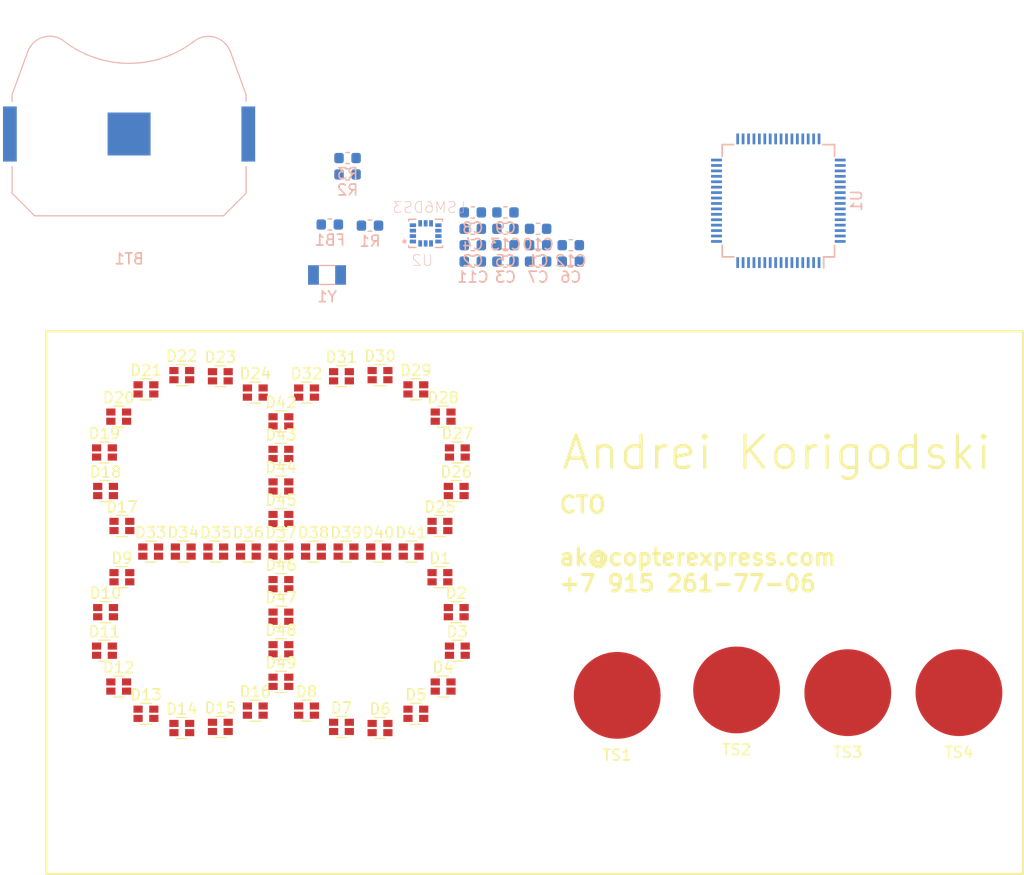
<source format=kicad_pcb>
(kicad_pcb (version 20171130) (host pcbnew 5.0.2+dfsg1-1~bpo9+1)

  (general
    (thickness 0.6)
    (drawings 6)
    (tracks 0)
    (zones 0)
    (modules 74)
    (nets 53)
  )

  (page A4)
  (layers
    (0 F.Cu signal)
    (31 B.Cu signal)
    (32 B.Adhes user)
    (33 F.Adhes user)
    (34 B.Paste user)
    (35 F.Paste user)
    (36 B.SilkS user)
    (37 F.SilkS user)
    (38 B.Mask user)
    (39 F.Mask user)
    (40 Dwgs.User user)
    (41 Cmts.User user)
    (42 Eco1.User user)
    (43 Eco2.User user)
    (44 Edge.Cuts user)
    (45 Margin user)
    (46 B.CrtYd user)
    (47 F.CrtYd user)
    (48 B.Fab user)
    (49 F.Fab user)
  )

  (setup
    (last_trace_width 0.1524)
    (user_trace_width 0.1524)
    (user_trace_width 0.2032)
    (user_trace_width 0.254)
    (user_trace_width 0.508)
    (user_trace_width 1.016)
    (trace_clearance 0.076)
    (zone_clearance 0.508)
    (zone_45_only no)
    (trace_min 0.1524)
    (segment_width 0.2)
    (edge_width 0.15)
    (via_size 0.8)
    (via_drill 0.4)
    (via_min_size 0.4)
    (via_min_drill 0.3)
    (uvia_size 0.3)
    (uvia_drill 0.1)
    (uvias_allowed no)
    (uvia_min_size 0.2)
    (uvia_min_drill 0.1)
    (pcb_text_width 0.3)
    (pcb_text_size 1.5 1.5)
    (mod_edge_width 0.15)
    (mod_text_size 1 1)
    (mod_text_width 0.15)
    (pad_size 1.524 1.524)
    (pad_drill 0.762)
    (pad_to_mask_clearance 0.0254)
    (solder_mask_min_width 0.4)
    (aux_axis_origin 0 0)
    (visible_elements FFFFF77F)
    (pcbplotparams
      (layerselection 0x010fc_ffffffff)
      (usegerberextensions false)
      (usegerberattributes false)
      (usegerberadvancedattributes false)
      (creategerberjobfile false)
      (excludeedgelayer true)
      (linewidth 0.100000)
      (plotframeref false)
      (viasonmask false)
      (mode 1)
      (useauxorigin false)
      (hpglpennumber 1)
      (hpglpenspeed 20)
      (hpglpendiameter 15.000000)
      (psnegative false)
      (psa4output false)
      (plotreference true)
      (plotvalue true)
      (plotinvisibletext false)
      (padsonsilk false)
      (subtractmaskfromsilk false)
      (outputformat 1)
      (mirror false)
      (drillshape 1)
      (scaleselection 1)
      (outputdirectory ""))
  )

  (net 0 "")
  (net 1 LED_K0)
  (net 2 LED_K1)
  (net 3 LED_A0)
  (net 4 LED_K3)
  (net 5 LED_K2)
  (net 6 LED_K4)
  (net 7 LED_K5)
  (net 8 LED_K7)
  (net 9 LED_K6)
  (net 10 LED_K9)
  (net 11 LED_K8)
  (net 12 LED_K10)
  (net 13 LED_K11)
  (net 14 LED_A1)
  (net 15 LED_A2)
  (net 16 LED_A3)
  (net 17 LED_A4)
  (net 18 LED_A5)
  (net 19 LED_A6)
  (net 20 LED_A7)
  (net 21 LED_A8)
  (net 22 VDD)
  (net 23 N$2)
  (net 24 MCU_AVDD)
  (net 25 GND)
  (net 26 N$7)
  (net 27 N$6)
  (net 28 N$13)
  (net 29 N$14)
  (net 30 N$5)
  (net 31 N$19)
  (net 32 N$20)
  (net 33 N$16)
  (net 34 N$15)
  (net 35 N$17)
  (net 36 N$18)
  (net 37 N$12)
  (net 38 N$11)
  (net 39 TOUCH_PAD0)
  (net 40 N$1)
  (net 41 TOUCH_PAD1)
  (net 42 TOUCH_PAD2)
  (net 43 TOUCH_PAD3)
  (net 44 N$21)
  (net 45 N$22)
  (net 46 N$23)
  (net 47 N$24)
  (net 48 N$8)
  (net 49 N$10)
  (net 50 N$9)
  (net 51 N$25)
  (net 52 N$26)

  (net_class Default "This is the default net class."
    (clearance 0.076)
    (trace_width 0.254)
    (via_dia 0.8)
    (via_drill 0.4)
    (uvia_dia 0.3)
    (uvia_drill 0.1)
    (add_net GND)
    (add_net LED_A0)
    (add_net LED_A1)
    (add_net LED_A2)
    (add_net LED_A3)
    (add_net LED_A4)
    (add_net LED_A5)
    (add_net LED_A6)
    (add_net LED_A7)
    (add_net LED_A8)
    (add_net LED_K0)
    (add_net LED_K1)
    (add_net LED_K10)
    (add_net LED_K11)
    (add_net LED_K2)
    (add_net LED_K3)
    (add_net LED_K4)
    (add_net LED_K5)
    (add_net LED_K6)
    (add_net LED_K7)
    (add_net LED_K8)
    (add_net LED_K9)
    (add_net MCU_AVDD)
    (add_net N$1)
    (add_net N$10)
    (add_net N$11)
    (add_net N$12)
    (add_net N$13)
    (add_net N$14)
    (add_net N$15)
    (add_net N$16)
    (add_net N$17)
    (add_net N$18)
    (add_net N$19)
    (add_net N$2)
    (add_net N$20)
    (add_net N$21)
    (add_net N$22)
    (add_net N$23)
    (add_net N$24)
    (add_net N$25)
    (add_net N$26)
    (add_net N$5)
    (add_net N$6)
    (add_net N$7)
    (add_net N$8)
    (add_net N$9)
    (add_net TOUCH_PAD0)
    (add_net TOUCH_PAD1)
    (add_net TOUCH_PAD2)
    (add_net TOUCH_PAD3)
    (add_net VDD)
  )

  (module footprints:LED_DUAL_0606 (layer F.Cu) (tedit 5C944CBE) (tstamp 5C9983F6)
    (at 106.274034 57.66189)
    (descr "Dual LED LTST-C195KGJRKT")
    (tags led)
    (path /top/12246162864209139385)
    (attr smd)
    (fp_text reference D1 (at 0 -1.75) (layer F.SilkS)
      (effects (font (size 1 1) (thickness 0.15)))
    )
    (fp_text value LED_Dual_AACC (at 0 2.1) (layer F.Fab)
      (effects (font (size 1 1) (thickness 0.15)))
    )
    (fp_line (start 1.55 1.05) (end -1.55 1.05) (layer F.CrtYd) (width 0.05))
    (fp_line (start 1.55 1.05) (end 1.55 -1.05) (layer F.CrtYd) (width 0.05))
    (fp_line (start -1.55 -1.05) (end -1.55 1.05) (layer F.CrtYd) (width 0.05))
    (fp_line (start -1.55 -1.05) (end 1.55 -1.05) (layer F.CrtYd) (width 0.05))
    (fp_line (start 0.5 -0.97) (end -0.5 -0.97) (layer F.SilkS) (width 0.12))
    (fp_line (start 0.5 0.97) (end -0.5 0.97) (layer F.SilkS) (width 0.12))
    (fp_line (start -0.8 0.8) (end -0.8 -0.8) (layer F.Fab) (width 0.1))
    (fp_line (start 0.8 0.8) (end -0.8 0.8) (layer F.Fab) (width 0.1))
    (fp_line (start 0.8 -0.8) (end 0.8 0.8) (layer F.Fab) (width 0.1))
    (fp_line (start -0.8 -0.8) (end 0.8 -0.8) (layer F.Fab) (width 0.1))
    (fp_text user %R (at 0 -1.75) (layer F.Fab)
      (effects (font (size 1 1) (thickness 0.15)))
    )
    (pad 3 smd rect (at 0.725 -0.425) (size 0.85 0.65) (layers F.Cu F.Paste F.Mask)
      (net 1 LED_K0))
    (pad 4 smd rect (at 0.725 0.425) (size 0.85 0.65) (layers F.Cu F.Paste F.Mask)
      (net 2 LED_K1))
    (pad 2 smd rect (at -0.725 0.425) (size 0.85 0.65) (layers F.Cu F.Paste F.Mask)
      (net 3 LED_A0))
    (pad 1 smd rect (at -0.725 -0.425) (size 0.85 0.65) (layers F.Cu F.Paste F.Mask)
      (net 3 LED_A0))
    (model ${KISYS3DMOD}/Resistor_SMD.3dshapes/R_Array_Convex_2x0603.wrl
      (at (xyz 0 0 0))
      (scale (xyz 1 1 1))
      (rotate (xyz 0 0 0))
    )
  )

  (module footprints:LED_DUAL_0606 (layer F.Cu) (tedit 5C944CBE) (tstamp 5C998409)
    (at 107.775514 60.881824)
    (descr "Dual LED LTST-C195KGJRKT")
    (tags led)
    (path /top/15143231342537764934)
    (attr smd)
    (fp_text reference D2 (at 0 -1.75) (layer F.SilkS)
      (effects (font (size 1 1) (thickness 0.15)))
    )
    (fp_text value LED_Dual_AACC (at 0 2.1) (layer F.Fab)
      (effects (font (size 1 1) (thickness 0.15)))
    )
    (fp_line (start 1.55 1.05) (end -1.55 1.05) (layer F.CrtYd) (width 0.05))
    (fp_line (start 1.55 1.05) (end 1.55 -1.05) (layer F.CrtYd) (width 0.05))
    (fp_line (start -1.55 -1.05) (end -1.55 1.05) (layer F.CrtYd) (width 0.05))
    (fp_line (start -1.55 -1.05) (end 1.55 -1.05) (layer F.CrtYd) (width 0.05))
    (fp_line (start 0.5 -0.97) (end -0.5 -0.97) (layer F.SilkS) (width 0.12))
    (fp_line (start 0.5 0.97) (end -0.5 0.97) (layer F.SilkS) (width 0.12))
    (fp_line (start -0.8 0.8) (end -0.8 -0.8) (layer F.Fab) (width 0.1))
    (fp_line (start 0.8 0.8) (end -0.8 0.8) (layer F.Fab) (width 0.1))
    (fp_line (start 0.8 -0.8) (end 0.8 0.8) (layer F.Fab) (width 0.1))
    (fp_line (start -0.8 -0.8) (end 0.8 -0.8) (layer F.Fab) (width 0.1))
    (fp_text user %R (at 0 -1.75) (layer F.Fab)
      (effects (font (size 1 1) (thickness 0.15)))
    )
    (pad 3 smd rect (at 0.725 -0.425) (size 0.85 0.65) (layers F.Cu F.Paste F.Mask)
      (net 5 LED_K2))
    (pad 4 smd rect (at 0.725 0.425) (size 0.85 0.65) (layers F.Cu F.Paste F.Mask)
      (net 4 LED_K3))
    (pad 2 smd rect (at -0.725 0.425) (size 0.85 0.65) (layers F.Cu F.Paste F.Mask)
      (net 3 LED_A0))
    (pad 1 smd rect (at -0.725 -0.425) (size 0.85 0.65) (layers F.Cu F.Paste F.Mask)
      (net 3 LED_A0))
    (model ${KISYS3DMOD}/Resistor_SMD.3dshapes/R_Array_Convex_2x0603.wrl
      (at (xyz 0 0 0))
      (scale (xyz 1 1 1))
      (rotate (xyz 0 0 0))
    )
  )

  (module footprints:LED_DUAL_0606 (layer F.Cu) (tedit 5C944CBE) (tstamp 5C99841C)
    (at 107.878846 64.433126)
    (descr "Dual LED LTST-C195KGJRKT")
    (tags led)
    (path /top/4739772374093716479)
    (attr smd)
    (fp_text reference D3 (at 0 -1.75) (layer F.SilkS)
      (effects (font (size 1 1) (thickness 0.15)))
    )
    (fp_text value LED_Dual_AACC (at 0 2.1) (layer F.Fab)
      (effects (font (size 1 1) (thickness 0.15)))
    )
    (fp_line (start 1.55 1.05) (end -1.55 1.05) (layer F.CrtYd) (width 0.05))
    (fp_line (start 1.55 1.05) (end 1.55 -1.05) (layer F.CrtYd) (width 0.05))
    (fp_line (start -1.55 -1.05) (end -1.55 1.05) (layer F.CrtYd) (width 0.05))
    (fp_line (start -1.55 -1.05) (end 1.55 -1.05) (layer F.CrtYd) (width 0.05))
    (fp_line (start 0.5 -0.97) (end -0.5 -0.97) (layer F.SilkS) (width 0.12))
    (fp_line (start 0.5 0.97) (end -0.5 0.97) (layer F.SilkS) (width 0.12))
    (fp_line (start -0.8 0.8) (end -0.8 -0.8) (layer F.Fab) (width 0.1))
    (fp_line (start 0.8 0.8) (end -0.8 0.8) (layer F.Fab) (width 0.1))
    (fp_line (start 0.8 -0.8) (end 0.8 0.8) (layer F.Fab) (width 0.1))
    (fp_line (start -0.8 -0.8) (end 0.8 -0.8) (layer F.Fab) (width 0.1))
    (fp_text user %R (at 0 -1.75) (layer F.Fab)
      (effects (font (size 1 1) (thickness 0.15)))
    )
    (pad 3 smd rect (at 0.725 -0.425) (size 0.85 0.65) (layers F.Cu F.Paste F.Mask)
      (net 6 LED_K4))
    (pad 4 smd rect (at 0.725 0.425) (size 0.85 0.65) (layers F.Cu F.Paste F.Mask)
      (net 7 LED_K5))
    (pad 2 smd rect (at -0.725 0.425) (size 0.85 0.65) (layers F.Cu F.Paste F.Mask)
      (net 3 LED_A0))
    (pad 1 smd rect (at -0.725 -0.425) (size 0.85 0.65) (layers F.Cu F.Paste F.Mask)
      (net 3 LED_A0))
    (model ${KISYS3DMOD}/Resistor_SMD.3dshapes/R_Array_Convex_2x0603.wrl
      (at (xyz 0 0 0))
      (scale (xyz 1 1 1))
      (rotate (xyz 0 0 0))
    )
  )

  (module footprints:LED_DUAL_0606 (layer F.Cu) (tedit 5C944CBE) (tstamp 5C99842F)
    (at 106.567129 67.734917)
    (descr "Dual LED LTST-C195KGJRKT")
    (tags led)
    (path /top/10099462108449167941)
    (attr smd)
    (fp_text reference D4 (at 0 -1.75) (layer F.SilkS)
      (effects (font (size 1 1) (thickness 0.15)))
    )
    (fp_text value LED_Dual_AACC (at 0 2.1) (layer F.Fab)
      (effects (font (size 1 1) (thickness 0.15)))
    )
    (fp_line (start 1.55 1.05) (end -1.55 1.05) (layer F.CrtYd) (width 0.05))
    (fp_line (start 1.55 1.05) (end 1.55 -1.05) (layer F.CrtYd) (width 0.05))
    (fp_line (start -1.55 -1.05) (end -1.55 1.05) (layer F.CrtYd) (width 0.05))
    (fp_line (start -1.55 -1.05) (end 1.55 -1.05) (layer F.CrtYd) (width 0.05))
    (fp_line (start 0.5 -0.97) (end -0.5 -0.97) (layer F.SilkS) (width 0.12))
    (fp_line (start 0.5 0.97) (end -0.5 0.97) (layer F.SilkS) (width 0.12))
    (fp_line (start -0.8 0.8) (end -0.8 -0.8) (layer F.Fab) (width 0.1))
    (fp_line (start 0.8 0.8) (end -0.8 0.8) (layer F.Fab) (width 0.1))
    (fp_line (start 0.8 -0.8) (end 0.8 0.8) (layer F.Fab) (width 0.1))
    (fp_line (start -0.8 -0.8) (end 0.8 -0.8) (layer F.Fab) (width 0.1))
    (fp_text user %R (at 0 -1.75) (layer F.Fab)
      (effects (font (size 1 1) (thickness 0.15)))
    )
    (pad 3 smd rect (at 0.725 -0.425) (size 0.85 0.65) (layers F.Cu F.Paste F.Mask)
      (net 9 LED_K6))
    (pad 4 smd rect (at 0.725 0.425) (size 0.85 0.65) (layers F.Cu F.Paste F.Mask)
      (net 8 LED_K7))
    (pad 2 smd rect (at -0.725 0.425) (size 0.85 0.65) (layers F.Cu F.Paste F.Mask)
      (net 3 LED_A0))
    (pad 1 smd rect (at -0.725 -0.425) (size 0.85 0.65) (layers F.Cu F.Paste F.Mask)
      (net 3 LED_A0))
    (model ${KISYS3DMOD}/Resistor_SMD.3dshapes/R_Array_Convex_2x0603.wrl
      (at (xyz 0 0 0))
      (scale (xyz 1 1 1))
      (rotate (xyz 0 0 0))
    )
  )

  (module footprints:LED_DUAL_0606 (layer F.Cu) (tedit 5C944CBE) (tstamp 5C998442)
    (at 104.054917 70.247129)
    (descr "Dual LED LTST-C195KGJRKT")
    (tags led)
    (path /top/13003087241840359536)
    (attr smd)
    (fp_text reference D5 (at 0 -1.75) (layer F.SilkS)
      (effects (font (size 1 1) (thickness 0.15)))
    )
    (fp_text value LED_Dual_AACC (at 0 2.1) (layer F.Fab)
      (effects (font (size 1 1) (thickness 0.15)))
    )
    (fp_line (start 1.55 1.05) (end -1.55 1.05) (layer F.CrtYd) (width 0.05))
    (fp_line (start 1.55 1.05) (end 1.55 -1.05) (layer F.CrtYd) (width 0.05))
    (fp_line (start -1.55 -1.05) (end -1.55 1.05) (layer F.CrtYd) (width 0.05))
    (fp_line (start -1.55 -1.05) (end 1.55 -1.05) (layer F.CrtYd) (width 0.05))
    (fp_line (start 0.5 -0.97) (end -0.5 -0.97) (layer F.SilkS) (width 0.12))
    (fp_line (start 0.5 0.97) (end -0.5 0.97) (layer F.SilkS) (width 0.12))
    (fp_line (start -0.8 0.8) (end -0.8 -0.8) (layer F.Fab) (width 0.1))
    (fp_line (start 0.8 0.8) (end -0.8 0.8) (layer F.Fab) (width 0.1))
    (fp_line (start 0.8 -0.8) (end 0.8 0.8) (layer F.Fab) (width 0.1))
    (fp_line (start -0.8 -0.8) (end 0.8 -0.8) (layer F.Fab) (width 0.1))
    (fp_text user %R (at 0 -1.75) (layer F.Fab)
      (effects (font (size 1 1) (thickness 0.15)))
    )
    (pad 3 smd rect (at 0.725 -0.425) (size 0.85 0.65) (layers F.Cu F.Paste F.Mask)
      (net 11 LED_K8))
    (pad 4 smd rect (at 0.725 0.425) (size 0.85 0.65) (layers F.Cu F.Paste F.Mask)
      (net 10 LED_K9))
    (pad 2 smd rect (at -0.725 0.425) (size 0.85 0.65) (layers F.Cu F.Paste F.Mask)
      (net 3 LED_A0))
    (pad 1 smd rect (at -0.725 -0.425) (size 0.85 0.65) (layers F.Cu F.Paste F.Mask)
      (net 3 LED_A0))
    (model ${KISYS3DMOD}/Resistor_SMD.3dshapes/R_Array_Convex_2x0603.wrl
      (at (xyz 0 0 0))
      (scale (xyz 1 1 1))
      (rotate (xyz 0 0 0))
    )
  )

  (module footprints:LED_DUAL_0606 (layer F.Cu) (tedit 5C944CBE) (tstamp 5C998455)
    (at 100.753126 71.558846)
    (descr "Dual LED LTST-C195KGJRKT")
    (tags led)
    (path /top/7805068001126354167)
    (attr smd)
    (fp_text reference D6 (at 0 -1.75) (layer F.SilkS)
      (effects (font (size 1 1) (thickness 0.15)))
    )
    (fp_text value LED_Dual_AACC (at 0 2.1) (layer F.Fab)
      (effects (font (size 1 1) (thickness 0.15)))
    )
    (fp_line (start 1.55 1.05) (end -1.55 1.05) (layer F.CrtYd) (width 0.05))
    (fp_line (start 1.55 1.05) (end 1.55 -1.05) (layer F.CrtYd) (width 0.05))
    (fp_line (start -1.55 -1.05) (end -1.55 1.05) (layer F.CrtYd) (width 0.05))
    (fp_line (start -1.55 -1.05) (end 1.55 -1.05) (layer F.CrtYd) (width 0.05))
    (fp_line (start 0.5 -0.97) (end -0.5 -0.97) (layer F.SilkS) (width 0.12))
    (fp_line (start 0.5 0.97) (end -0.5 0.97) (layer F.SilkS) (width 0.12))
    (fp_line (start -0.8 0.8) (end -0.8 -0.8) (layer F.Fab) (width 0.1))
    (fp_line (start 0.8 0.8) (end -0.8 0.8) (layer F.Fab) (width 0.1))
    (fp_line (start 0.8 -0.8) (end 0.8 0.8) (layer F.Fab) (width 0.1))
    (fp_line (start -0.8 -0.8) (end 0.8 -0.8) (layer F.Fab) (width 0.1))
    (fp_text user %R (at 0 -1.75) (layer F.Fab)
      (effects (font (size 1 1) (thickness 0.15)))
    )
    (pad 3 smd rect (at 0.725 -0.425) (size 0.85 0.65) (layers F.Cu F.Paste F.Mask)
      (net 12 LED_K10))
    (pad 4 smd rect (at 0.725 0.425) (size 0.85 0.65) (layers F.Cu F.Paste F.Mask)
      (net 13 LED_K11))
    (pad 2 smd rect (at -0.725 0.425) (size 0.85 0.65) (layers F.Cu F.Paste F.Mask)
      (net 3 LED_A0))
    (pad 1 smd rect (at -0.725 -0.425) (size 0.85 0.65) (layers F.Cu F.Paste F.Mask)
      (net 3 LED_A0))
    (model ${KISYS3DMOD}/Resistor_SMD.3dshapes/R_Array_Convex_2x0603.wrl
      (at (xyz 0 0 0))
      (scale (xyz 1 1 1))
      (rotate (xyz 0 0 0))
    )
  )

  (module footprints:LED_DUAL_0606 (layer F.Cu) (tedit 5C944CBE) (tstamp 5C998468)
    (at 97.201824 71.455514)
    (descr "Dual LED LTST-C195KGJRKT")
    (tags led)
    (path /top/11839873111517640273)
    (attr smd)
    (fp_text reference D7 (at 0 -1.75) (layer F.SilkS)
      (effects (font (size 1 1) (thickness 0.15)))
    )
    (fp_text value LED_Dual_AACC (at 0 2.1) (layer F.Fab)
      (effects (font (size 1 1) (thickness 0.15)))
    )
    (fp_line (start 1.55 1.05) (end -1.55 1.05) (layer F.CrtYd) (width 0.05))
    (fp_line (start 1.55 1.05) (end 1.55 -1.05) (layer F.CrtYd) (width 0.05))
    (fp_line (start -1.55 -1.05) (end -1.55 1.05) (layer F.CrtYd) (width 0.05))
    (fp_line (start -1.55 -1.05) (end 1.55 -1.05) (layer F.CrtYd) (width 0.05))
    (fp_line (start 0.5 -0.97) (end -0.5 -0.97) (layer F.SilkS) (width 0.12))
    (fp_line (start 0.5 0.97) (end -0.5 0.97) (layer F.SilkS) (width 0.12))
    (fp_line (start -0.8 0.8) (end -0.8 -0.8) (layer F.Fab) (width 0.1))
    (fp_line (start 0.8 0.8) (end -0.8 0.8) (layer F.Fab) (width 0.1))
    (fp_line (start 0.8 -0.8) (end 0.8 0.8) (layer F.Fab) (width 0.1))
    (fp_line (start -0.8 -0.8) (end 0.8 -0.8) (layer F.Fab) (width 0.1))
    (fp_text user %R (at 0 -1.75) (layer F.Fab)
      (effects (font (size 1 1) (thickness 0.15)))
    )
    (pad 3 smd rect (at 0.725 -0.425) (size 0.85 0.65) (layers F.Cu F.Paste F.Mask)
      (net 1 LED_K0))
    (pad 4 smd rect (at 0.725 0.425) (size 0.85 0.65) (layers F.Cu F.Paste F.Mask)
      (net 2 LED_K1))
    (pad 2 smd rect (at -0.725 0.425) (size 0.85 0.65) (layers F.Cu F.Paste F.Mask)
      (net 14 LED_A1))
    (pad 1 smd rect (at -0.725 -0.425) (size 0.85 0.65) (layers F.Cu F.Paste F.Mask)
      (net 14 LED_A1))
    (model ${KISYS3DMOD}/Resistor_SMD.3dshapes/R_Array_Convex_2x0603.wrl
      (at (xyz 0 0 0))
      (scale (xyz 1 1 1))
      (rotate (xyz 0 0 0))
    )
  )

  (module footprints:LED_DUAL_0606 (layer F.Cu) (tedit 5C944CBE) (tstamp 5C99847B)
    (at 93.98189 69.954034)
    (descr "Dual LED LTST-C195KGJRKT")
    (tags led)
    (path /top/15360792750639871295)
    (attr smd)
    (fp_text reference D8 (at 0 -1.75) (layer F.SilkS)
      (effects (font (size 1 1) (thickness 0.15)))
    )
    (fp_text value LED_Dual_AACC (at 0 2.1) (layer F.Fab)
      (effects (font (size 1 1) (thickness 0.15)))
    )
    (fp_line (start 1.55 1.05) (end -1.55 1.05) (layer F.CrtYd) (width 0.05))
    (fp_line (start 1.55 1.05) (end 1.55 -1.05) (layer F.CrtYd) (width 0.05))
    (fp_line (start -1.55 -1.05) (end -1.55 1.05) (layer F.CrtYd) (width 0.05))
    (fp_line (start -1.55 -1.05) (end 1.55 -1.05) (layer F.CrtYd) (width 0.05))
    (fp_line (start 0.5 -0.97) (end -0.5 -0.97) (layer F.SilkS) (width 0.12))
    (fp_line (start 0.5 0.97) (end -0.5 0.97) (layer F.SilkS) (width 0.12))
    (fp_line (start -0.8 0.8) (end -0.8 -0.8) (layer F.Fab) (width 0.1))
    (fp_line (start 0.8 0.8) (end -0.8 0.8) (layer F.Fab) (width 0.1))
    (fp_line (start 0.8 -0.8) (end 0.8 0.8) (layer F.Fab) (width 0.1))
    (fp_line (start -0.8 -0.8) (end 0.8 -0.8) (layer F.Fab) (width 0.1))
    (fp_text user %R (at 0 -1.75) (layer F.Fab)
      (effects (font (size 1 1) (thickness 0.15)))
    )
    (pad 3 smd rect (at 0.725 -0.425) (size 0.85 0.65) (layers F.Cu F.Paste F.Mask)
      (net 5 LED_K2))
    (pad 4 smd rect (at 0.725 0.425) (size 0.85 0.65) (layers F.Cu F.Paste F.Mask)
      (net 4 LED_K3))
    (pad 2 smd rect (at -0.725 0.425) (size 0.85 0.65) (layers F.Cu F.Paste F.Mask)
      (net 14 LED_A1))
    (pad 1 smd rect (at -0.725 -0.425) (size 0.85 0.65) (layers F.Cu F.Paste F.Mask)
      (net 14 LED_A1))
    (model ${KISYS3DMOD}/Resistor_SMD.3dshapes/R_Array_Convex_2x0603.wrl
      (at (xyz 0 0 0))
      (scale (xyz 1 1 1))
      (rotate (xyz 0 0 0))
    )
  )

  (module footprints:LED_DUAL_0606 (layer F.Cu) (tedit 5C944CBE) (tstamp 5C99848E)
    (at 76.965965 57.66189)
    (descr "Dual LED LTST-C195KGJRKT")
    (tags led)
    (path /top/6945065292017018592)
    (attr smd)
    (fp_text reference D9 (at 0 -1.75) (layer F.SilkS)
      (effects (font (size 1 1) (thickness 0.15)))
    )
    (fp_text value LED_Dual_AACC (at 0 2.1) (layer F.Fab)
      (effects (font (size 1 1) (thickness 0.15)))
    )
    (fp_line (start 1.55 1.05) (end -1.55 1.05) (layer F.CrtYd) (width 0.05))
    (fp_line (start 1.55 1.05) (end 1.55 -1.05) (layer F.CrtYd) (width 0.05))
    (fp_line (start -1.55 -1.05) (end -1.55 1.05) (layer F.CrtYd) (width 0.05))
    (fp_line (start -1.55 -1.05) (end 1.55 -1.05) (layer F.CrtYd) (width 0.05))
    (fp_line (start 0.5 -0.97) (end -0.5 -0.97) (layer F.SilkS) (width 0.12))
    (fp_line (start 0.5 0.97) (end -0.5 0.97) (layer F.SilkS) (width 0.12))
    (fp_line (start -0.8 0.8) (end -0.8 -0.8) (layer F.Fab) (width 0.1))
    (fp_line (start 0.8 0.8) (end -0.8 0.8) (layer F.Fab) (width 0.1))
    (fp_line (start 0.8 -0.8) (end 0.8 0.8) (layer F.Fab) (width 0.1))
    (fp_line (start -0.8 -0.8) (end 0.8 -0.8) (layer F.Fab) (width 0.1))
    (fp_text user %R (at 0 -1.75) (layer F.Fab)
      (effects (font (size 1 1) (thickness 0.15)))
    )
    (pad 3 smd rect (at 0.725 -0.425) (size 0.85 0.65) (layers F.Cu F.Paste F.Mask)
      (net 6 LED_K4))
    (pad 4 smd rect (at 0.725 0.425) (size 0.85 0.65) (layers F.Cu F.Paste F.Mask)
      (net 7 LED_K5))
    (pad 2 smd rect (at -0.725 0.425) (size 0.85 0.65) (layers F.Cu F.Paste F.Mask)
      (net 14 LED_A1))
    (pad 1 smd rect (at -0.725 -0.425) (size 0.85 0.65) (layers F.Cu F.Paste F.Mask)
      (net 14 LED_A1))
    (model ${KISYS3DMOD}/Resistor_SMD.3dshapes/R_Array_Convex_2x0603.wrl
      (at (xyz 0 0 0))
      (scale (xyz 1 1 1))
      (rotate (xyz 0 0 0))
    )
  )

  (module footprints:LED_DUAL_0606 (layer F.Cu) (tedit 5C944CBE) (tstamp 5C9984A1)
    (at 75.464485 60.881824)
    (descr "Dual LED LTST-C195KGJRKT")
    (tags led)
    (path /top/13754113803183713401)
    (attr smd)
    (fp_text reference D10 (at 0 -1.75) (layer F.SilkS)
      (effects (font (size 1 1) (thickness 0.15)))
    )
    (fp_text value LED_Dual_AACC (at 0 2.1) (layer F.Fab)
      (effects (font (size 1 1) (thickness 0.15)))
    )
    (fp_line (start 1.55 1.05) (end -1.55 1.05) (layer F.CrtYd) (width 0.05))
    (fp_line (start 1.55 1.05) (end 1.55 -1.05) (layer F.CrtYd) (width 0.05))
    (fp_line (start -1.55 -1.05) (end -1.55 1.05) (layer F.CrtYd) (width 0.05))
    (fp_line (start -1.55 -1.05) (end 1.55 -1.05) (layer F.CrtYd) (width 0.05))
    (fp_line (start 0.5 -0.97) (end -0.5 -0.97) (layer F.SilkS) (width 0.12))
    (fp_line (start 0.5 0.97) (end -0.5 0.97) (layer F.SilkS) (width 0.12))
    (fp_line (start -0.8 0.8) (end -0.8 -0.8) (layer F.Fab) (width 0.1))
    (fp_line (start 0.8 0.8) (end -0.8 0.8) (layer F.Fab) (width 0.1))
    (fp_line (start 0.8 -0.8) (end 0.8 0.8) (layer F.Fab) (width 0.1))
    (fp_line (start -0.8 -0.8) (end 0.8 -0.8) (layer F.Fab) (width 0.1))
    (fp_text user %R (at 0 -1.75) (layer F.Fab)
      (effects (font (size 1 1) (thickness 0.15)))
    )
    (pad 3 smd rect (at 0.725 -0.425) (size 0.85 0.65) (layers F.Cu F.Paste F.Mask)
      (net 9 LED_K6))
    (pad 4 smd rect (at 0.725 0.425) (size 0.85 0.65) (layers F.Cu F.Paste F.Mask)
      (net 8 LED_K7))
    (pad 2 smd rect (at -0.725 0.425) (size 0.85 0.65) (layers F.Cu F.Paste F.Mask)
      (net 14 LED_A1))
    (pad 1 smd rect (at -0.725 -0.425) (size 0.85 0.65) (layers F.Cu F.Paste F.Mask)
      (net 14 LED_A1))
    (model ${KISYS3DMOD}/Resistor_SMD.3dshapes/R_Array_Convex_2x0603.wrl
      (at (xyz 0 0 0))
      (scale (xyz 1 1 1))
      (rotate (xyz 0 0 0))
    )
  )

  (module footprints:LED_DUAL_0606 (layer F.Cu) (tedit 5C944CBE) (tstamp 5C9984B4)
    (at 75.361153 64.433126)
    (descr "Dual LED LTST-C195KGJRKT")
    (tags led)
    (path /top/16732126075718579368)
    (attr smd)
    (fp_text reference D11 (at 0 -1.75) (layer F.SilkS)
      (effects (font (size 1 1) (thickness 0.15)))
    )
    (fp_text value LED_Dual_AACC (at 0 2.1) (layer F.Fab)
      (effects (font (size 1 1) (thickness 0.15)))
    )
    (fp_line (start 1.55 1.05) (end -1.55 1.05) (layer F.CrtYd) (width 0.05))
    (fp_line (start 1.55 1.05) (end 1.55 -1.05) (layer F.CrtYd) (width 0.05))
    (fp_line (start -1.55 -1.05) (end -1.55 1.05) (layer F.CrtYd) (width 0.05))
    (fp_line (start -1.55 -1.05) (end 1.55 -1.05) (layer F.CrtYd) (width 0.05))
    (fp_line (start 0.5 -0.97) (end -0.5 -0.97) (layer F.SilkS) (width 0.12))
    (fp_line (start 0.5 0.97) (end -0.5 0.97) (layer F.SilkS) (width 0.12))
    (fp_line (start -0.8 0.8) (end -0.8 -0.8) (layer F.Fab) (width 0.1))
    (fp_line (start 0.8 0.8) (end -0.8 0.8) (layer F.Fab) (width 0.1))
    (fp_line (start 0.8 -0.8) (end 0.8 0.8) (layer F.Fab) (width 0.1))
    (fp_line (start -0.8 -0.8) (end 0.8 -0.8) (layer F.Fab) (width 0.1))
    (fp_text user %R (at 0 -1.75) (layer F.Fab)
      (effects (font (size 1 1) (thickness 0.15)))
    )
    (pad 3 smd rect (at 0.725 -0.425) (size 0.85 0.65) (layers F.Cu F.Paste F.Mask)
      (net 11 LED_K8))
    (pad 4 smd rect (at 0.725 0.425) (size 0.85 0.65) (layers F.Cu F.Paste F.Mask)
      (net 10 LED_K9))
    (pad 2 smd rect (at -0.725 0.425) (size 0.85 0.65) (layers F.Cu F.Paste F.Mask)
      (net 14 LED_A1))
    (pad 1 smd rect (at -0.725 -0.425) (size 0.85 0.65) (layers F.Cu F.Paste F.Mask)
      (net 14 LED_A1))
    (model ${KISYS3DMOD}/Resistor_SMD.3dshapes/R_Array_Convex_2x0603.wrl
      (at (xyz 0 0 0))
      (scale (xyz 1 1 1))
      (rotate (xyz 0 0 0))
    )
  )

  (module footprints:LED_DUAL_0606 (layer F.Cu) (tedit 5C944CBE) (tstamp 5C9984C7)
    (at 76.67287 67.734917)
    (descr "Dual LED LTST-C195KGJRKT")
    (tags led)
    (path /top/8593735495531778365)
    (attr smd)
    (fp_text reference D12 (at 0 -1.75) (layer F.SilkS)
      (effects (font (size 1 1) (thickness 0.15)))
    )
    (fp_text value LED_Dual_AACC (at 0 2.1) (layer F.Fab)
      (effects (font (size 1 1) (thickness 0.15)))
    )
    (fp_line (start 1.55 1.05) (end -1.55 1.05) (layer F.CrtYd) (width 0.05))
    (fp_line (start 1.55 1.05) (end 1.55 -1.05) (layer F.CrtYd) (width 0.05))
    (fp_line (start -1.55 -1.05) (end -1.55 1.05) (layer F.CrtYd) (width 0.05))
    (fp_line (start -1.55 -1.05) (end 1.55 -1.05) (layer F.CrtYd) (width 0.05))
    (fp_line (start 0.5 -0.97) (end -0.5 -0.97) (layer F.SilkS) (width 0.12))
    (fp_line (start 0.5 0.97) (end -0.5 0.97) (layer F.SilkS) (width 0.12))
    (fp_line (start -0.8 0.8) (end -0.8 -0.8) (layer F.Fab) (width 0.1))
    (fp_line (start 0.8 0.8) (end -0.8 0.8) (layer F.Fab) (width 0.1))
    (fp_line (start 0.8 -0.8) (end 0.8 0.8) (layer F.Fab) (width 0.1))
    (fp_line (start -0.8 -0.8) (end 0.8 -0.8) (layer F.Fab) (width 0.1))
    (fp_text user %R (at 0 -1.75) (layer F.Fab)
      (effects (font (size 1 1) (thickness 0.15)))
    )
    (pad 3 smd rect (at 0.725 -0.425) (size 0.85 0.65) (layers F.Cu F.Paste F.Mask)
      (net 12 LED_K10))
    (pad 4 smd rect (at 0.725 0.425) (size 0.85 0.65) (layers F.Cu F.Paste F.Mask)
      (net 13 LED_K11))
    (pad 2 smd rect (at -0.725 0.425) (size 0.85 0.65) (layers F.Cu F.Paste F.Mask)
      (net 14 LED_A1))
    (pad 1 smd rect (at -0.725 -0.425) (size 0.85 0.65) (layers F.Cu F.Paste F.Mask)
      (net 14 LED_A1))
    (model ${KISYS3DMOD}/Resistor_SMD.3dshapes/R_Array_Convex_2x0603.wrl
      (at (xyz 0 0 0))
      (scale (xyz 1 1 1))
      (rotate (xyz 0 0 0))
    )
  )

  (module footprints:LED_DUAL_0606 (layer F.Cu) (tedit 5C944CBE) (tstamp 5C9984DA)
    (at 79.185082 70.247129)
    (descr "Dual LED LTST-C195KGJRKT")
    (tags led)
    (path /top/10829828460148493700)
    (attr smd)
    (fp_text reference D13 (at 0 -1.75) (layer F.SilkS)
      (effects (font (size 1 1) (thickness 0.15)))
    )
    (fp_text value LED_Dual_AACC (at 0 2.1) (layer F.Fab)
      (effects (font (size 1 1) (thickness 0.15)))
    )
    (fp_line (start 1.55 1.05) (end -1.55 1.05) (layer F.CrtYd) (width 0.05))
    (fp_line (start 1.55 1.05) (end 1.55 -1.05) (layer F.CrtYd) (width 0.05))
    (fp_line (start -1.55 -1.05) (end -1.55 1.05) (layer F.CrtYd) (width 0.05))
    (fp_line (start -1.55 -1.05) (end 1.55 -1.05) (layer F.CrtYd) (width 0.05))
    (fp_line (start 0.5 -0.97) (end -0.5 -0.97) (layer F.SilkS) (width 0.12))
    (fp_line (start 0.5 0.97) (end -0.5 0.97) (layer F.SilkS) (width 0.12))
    (fp_line (start -0.8 0.8) (end -0.8 -0.8) (layer F.Fab) (width 0.1))
    (fp_line (start 0.8 0.8) (end -0.8 0.8) (layer F.Fab) (width 0.1))
    (fp_line (start 0.8 -0.8) (end 0.8 0.8) (layer F.Fab) (width 0.1))
    (fp_line (start -0.8 -0.8) (end 0.8 -0.8) (layer F.Fab) (width 0.1))
    (fp_text user %R (at 0 -1.75) (layer F.Fab)
      (effects (font (size 1 1) (thickness 0.15)))
    )
    (pad 3 smd rect (at 0.725 -0.425) (size 0.85 0.65) (layers F.Cu F.Paste F.Mask)
      (net 1 LED_K0))
    (pad 4 smd rect (at 0.725 0.425) (size 0.85 0.65) (layers F.Cu F.Paste F.Mask)
      (net 2 LED_K1))
    (pad 2 smd rect (at -0.725 0.425) (size 0.85 0.65) (layers F.Cu F.Paste F.Mask)
      (net 15 LED_A2))
    (pad 1 smd rect (at -0.725 -0.425) (size 0.85 0.65) (layers F.Cu F.Paste F.Mask)
      (net 15 LED_A2))
    (model ${KISYS3DMOD}/Resistor_SMD.3dshapes/R_Array_Convex_2x0603.wrl
      (at (xyz 0 0 0))
      (scale (xyz 1 1 1))
      (rotate (xyz 0 0 0))
    )
  )

  (module footprints:LED_DUAL_0606 (layer F.Cu) (tedit 5C944CBE) (tstamp 5C9984ED)
    (at 82.486873 71.558846)
    (descr "Dual LED LTST-C195KGJRKT")
    (tags led)
    (path /top/6353870543592091531)
    (attr smd)
    (fp_text reference D14 (at 0 -1.75) (layer F.SilkS)
      (effects (font (size 1 1) (thickness 0.15)))
    )
    (fp_text value LED_Dual_AACC (at 0 2.1) (layer F.Fab)
      (effects (font (size 1 1) (thickness 0.15)))
    )
    (fp_line (start 1.55 1.05) (end -1.55 1.05) (layer F.CrtYd) (width 0.05))
    (fp_line (start 1.55 1.05) (end 1.55 -1.05) (layer F.CrtYd) (width 0.05))
    (fp_line (start -1.55 -1.05) (end -1.55 1.05) (layer F.CrtYd) (width 0.05))
    (fp_line (start -1.55 -1.05) (end 1.55 -1.05) (layer F.CrtYd) (width 0.05))
    (fp_line (start 0.5 -0.97) (end -0.5 -0.97) (layer F.SilkS) (width 0.12))
    (fp_line (start 0.5 0.97) (end -0.5 0.97) (layer F.SilkS) (width 0.12))
    (fp_line (start -0.8 0.8) (end -0.8 -0.8) (layer F.Fab) (width 0.1))
    (fp_line (start 0.8 0.8) (end -0.8 0.8) (layer F.Fab) (width 0.1))
    (fp_line (start 0.8 -0.8) (end 0.8 0.8) (layer F.Fab) (width 0.1))
    (fp_line (start -0.8 -0.8) (end 0.8 -0.8) (layer F.Fab) (width 0.1))
    (fp_text user %R (at 0 -1.75) (layer F.Fab)
      (effects (font (size 1 1) (thickness 0.15)))
    )
    (pad 3 smd rect (at 0.725 -0.425) (size 0.85 0.65) (layers F.Cu F.Paste F.Mask)
      (net 5 LED_K2))
    (pad 4 smd rect (at 0.725 0.425) (size 0.85 0.65) (layers F.Cu F.Paste F.Mask)
      (net 4 LED_K3))
    (pad 2 smd rect (at -0.725 0.425) (size 0.85 0.65) (layers F.Cu F.Paste F.Mask)
      (net 15 LED_A2))
    (pad 1 smd rect (at -0.725 -0.425) (size 0.85 0.65) (layers F.Cu F.Paste F.Mask)
      (net 15 LED_A2))
    (model ${KISYS3DMOD}/Resistor_SMD.3dshapes/R_Array_Convex_2x0603.wrl
      (at (xyz 0 0 0))
      (scale (xyz 1 1 1))
      (rotate (xyz 0 0 0))
    )
  )

  (module footprints:LED_DUAL_0606 (layer F.Cu) (tedit 5C944CBE) (tstamp 5C998500)
    (at 86.038175 71.455514)
    (descr "Dual LED LTST-C195KGJRKT")
    (tags led)
    (path /top/9756988343963381307)
    (attr smd)
    (fp_text reference D15 (at 0 -1.75) (layer F.SilkS)
      (effects (font (size 1 1) (thickness 0.15)))
    )
    (fp_text value LED_Dual_AACC (at 0 2.1) (layer F.Fab)
      (effects (font (size 1 1) (thickness 0.15)))
    )
    (fp_line (start 1.55 1.05) (end -1.55 1.05) (layer F.CrtYd) (width 0.05))
    (fp_line (start 1.55 1.05) (end 1.55 -1.05) (layer F.CrtYd) (width 0.05))
    (fp_line (start -1.55 -1.05) (end -1.55 1.05) (layer F.CrtYd) (width 0.05))
    (fp_line (start -1.55 -1.05) (end 1.55 -1.05) (layer F.CrtYd) (width 0.05))
    (fp_line (start 0.5 -0.97) (end -0.5 -0.97) (layer F.SilkS) (width 0.12))
    (fp_line (start 0.5 0.97) (end -0.5 0.97) (layer F.SilkS) (width 0.12))
    (fp_line (start -0.8 0.8) (end -0.8 -0.8) (layer F.Fab) (width 0.1))
    (fp_line (start 0.8 0.8) (end -0.8 0.8) (layer F.Fab) (width 0.1))
    (fp_line (start 0.8 -0.8) (end 0.8 0.8) (layer F.Fab) (width 0.1))
    (fp_line (start -0.8 -0.8) (end 0.8 -0.8) (layer F.Fab) (width 0.1))
    (fp_text user %R (at 0 -1.75) (layer F.Fab)
      (effects (font (size 1 1) (thickness 0.15)))
    )
    (pad 3 smd rect (at 0.725 -0.425) (size 0.85 0.65) (layers F.Cu F.Paste F.Mask)
      (net 6 LED_K4))
    (pad 4 smd rect (at 0.725 0.425) (size 0.85 0.65) (layers F.Cu F.Paste F.Mask)
      (net 7 LED_K5))
    (pad 2 smd rect (at -0.725 0.425) (size 0.85 0.65) (layers F.Cu F.Paste F.Mask)
      (net 15 LED_A2))
    (pad 1 smd rect (at -0.725 -0.425) (size 0.85 0.65) (layers F.Cu F.Paste F.Mask)
      (net 15 LED_A2))
    (model ${KISYS3DMOD}/Resistor_SMD.3dshapes/R_Array_Convex_2x0603.wrl
      (at (xyz 0 0 0))
      (scale (xyz 1 1 1))
      (rotate (xyz 0 0 0))
    )
  )

  (module footprints:LED_DUAL_0606 (layer F.Cu) (tedit 5C944CBE) (tstamp 5C998513)
    (at 89.258109 69.954034)
    (descr "Dual LED LTST-C195KGJRKT")
    (tags led)
    (path /top/1585730770674483825)
    (attr smd)
    (fp_text reference D16 (at 0 -1.75) (layer F.SilkS)
      (effects (font (size 1 1) (thickness 0.15)))
    )
    (fp_text value LED_Dual_AACC (at 0 2.1) (layer F.Fab)
      (effects (font (size 1 1) (thickness 0.15)))
    )
    (fp_line (start 1.55 1.05) (end -1.55 1.05) (layer F.CrtYd) (width 0.05))
    (fp_line (start 1.55 1.05) (end 1.55 -1.05) (layer F.CrtYd) (width 0.05))
    (fp_line (start -1.55 -1.05) (end -1.55 1.05) (layer F.CrtYd) (width 0.05))
    (fp_line (start -1.55 -1.05) (end 1.55 -1.05) (layer F.CrtYd) (width 0.05))
    (fp_line (start 0.5 -0.97) (end -0.5 -0.97) (layer F.SilkS) (width 0.12))
    (fp_line (start 0.5 0.97) (end -0.5 0.97) (layer F.SilkS) (width 0.12))
    (fp_line (start -0.8 0.8) (end -0.8 -0.8) (layer F.Fab) (width 0.1))
    (fp_line (start 0.8 0.8) (end -0.8 0.8) (layer F.Fab) (width 0.1))
    (fp_line (start 0.8 -0.8) (end 0.8 0.8) (layer F.Fab) (width 0.1))
    (fp_line (start -0.8 -0.8) (end 0.8 -0.8) (layer F.Fab) (width 0.1))
    (fp_text user %R (at 0 -1.75) (layer F.Fab)
      (effects (font (size 1 1) (thickness 0.15)))
    )
    (pad 3 smd rect (at 0.725 -0.425) (size 0.85 0.65) (layers F.Cu F.Paste F.Mask)
      (net 9 LED_K6))
    (pad 4 smd rect (at 0.725 0.425) (size 0.85 0.65) (layers F.Cu F.Paste F.Mask)
      (net 8 LED_K7))
    (pad 2 smd rect (at -0.725 0.425) (size 0.85 0.65) (layers F.Cu F.Paste F.Mask)
      (net 15 LED_A2))
    (pad 1 smd rect (at -0.725 -0.425) (size 0.85 0.65) (layers F.Cu F.Paste F.Mask)
      (net 15 LED_A2))
    (model ${KISYS3DMOD}/Resistor_SMD.3dshapes/R_Array_Convex_2x0603.wrl
      (at (xyz 0 0 0))
      (scale (xyz 1 1 1))
      (rotate (xyz 0 0 0))
    )
  )

  (module footprints:LED_DUAL_0606 (layer F.Cu) (tedit 5C944CBE) (tstamp 5C998526)
    (at 76.965965 52.938109)
    (descr "Dual LED LTST-C195KGJRKT")
    (tags led)
    (path /top/1468666938790586439)
    (attr smd)
    (fp_text reference D17 (at 0 -1.75) (layer F.SilkS)
      (effects (font (size 1 1) (thickness 0.15)))
    )
    (fp_text value LED_Dual_AACC (at 0 2.1) (layer F.Fab)
      (effects (font (size 1 1) (thickness 0.15)))
    )
    (fp_line (start 1.55 1.05) (end -1.55 1.05) (layer F.CrtYd) (width 0.05))
    (fp_line (start 1.55 1.05) (end 1.55 -1.05) (layer F.CrtYd) (width 0.05))
    (fp_line (start -1.55 -1.05) (end -1.55 1.05) (layer F.CrtYd) (width 0.05))
    (fp_line (start -1.55 -1.05) (end 1.55 -1.05) (layer F.CrtYd) (width 0.05))
    (fp_line (start 0.5 -0.97) (end -0.5 -0.97) (layer F.SilkS) (width 0.12))
    (fp_line (start 0.5 0.97) (end -0.5 0.97) (layer F.SilkS) (width 0.12))
    (fp_line (start -0.8 0.8) (end -0.8 -0.8) (layer F.Fab) (width 0.1))
    (fp_line (start 0.8 0.8) (end -0.8 0.8) (layer F.Fab) (width 0.1))
    (fp_line (start 0.8 -0.8) (end 0.8 0.8) (layer F.Fab) (width 0.1))
    (fp_line (start -0.8 -0.8) (end 0.8 -0.8) (layer F.Fab) (width 0.1))
    (fp_text user %R (at 0 -1.75) (layer F.Fab)
      (effects (font (size 1 1) (thickness 0.15)))
    )
    (pad 3 smd rect (at 0.725 -0.425) (size 0.85 0.65) (layers F.Cu F.Paste F.Mask)
      (net 11 LED_K8))
    (pad 4 smd rect (at 0.725 0.425) (size 0.85 0.65) (layers F.Cu F.Paste F.Mask)
      (net 10 LED_K9))
    (pad 2 smd rect (at -0.725 0.425) (size 0.85 0.65) (layers F.Cu F.Paste F.Mask)
      (net 15 LED_A2))
    (pad 1 smd rect (at -0.725 -0.425) (size 0.85 0.65) (layers F.Cu F.Paste F.Mask)
      (net 15 LED_A2))
    (model ${KISYS3DMOD}/Resistor_SMD.3dshapes/R_Array_Convex_2x0603.wrl
      (at (xyz 0 0 0))
      (scale (xyz 1 1 1))
      (rotate (xyz 0 0 0))
    )
  )

  (module footprints:LED_DUAL_0606 (layer F.Cu) (tedit 5C944CBE) (tstamp 5C998539)
    (at 75.464485 49.718175)
    (descr "Dual LED LTST-C195KGJRKT")
    (tags led)
    (path /top/16507462952247218408)
    (attr smd)
    (fp_text reference D18 (at 0 -1.75) (layer F.SilkS)
      (effects (font (size 1 1) (thickness 0.15)))
    )
    (fp_text value LED_Dual_AACC (at 0 2.1) (layer F.Fab)
      (effects (font (size 1 1) (thickness 0.15)))
    )
    (fp_line (start 1.55 1.05) (end -1.55 1.05) (layer F.CrtYd) (width 0.05))
    (fp_line (start 1.55 1.05) (end 1.55 -1.05) (layer F.CrtYd) (width 0.05))
    (fp_line (start -1.55 -1.05) (end -1.55 1.05) (layer F.CrtYd) (width 0.05))
    (fp_line (start -1.55 -1.05) (end 1.55 -1.05) (layer F.CrtYd) (width 0.05))
    (fp_line (start 0.5 -0.97) (end -0.5 -0.97) (layer F.SilkS) (width 0.12))
    (fp_line (start 0.5 0.97) (end -0.5 0.97) (layer F.SilkS) (width 0.12))
    (fp_line (start -0.8 0.8) (end -0.8 -0.8) (layer F.Fab) (width 0.1))
    (fp_line (start 0.8 0.8) (end -0.8 0.8) (layer F.Fab) (width 0.1))
    (fp_line (start 0.8 -0.8) (end 0.8 0.8) (layer F.Fab) (width 0.1))
    (fp_line (start -0.8 -0.8) (end 0.8 -0.8) (layer F.Fab) (width 0.1))
    (fp_text user %R (at 0 -1.75) (layer F.Fab)
      (effects (font (size 1 1) (thickness 0.15)))
    )
    (pad 3 smd rect (at 0.725 -0.425) (size 0.85 0.65) (layers F.Cu F.Paste F.Mask)
      (net 12 LED_K10))
    (pad 4 smd rect (at 0.725 0.425) (size 0.85 0.65) (layers F.Cu F.Paste F.Mask)
      (net 13 LED_K11))
    (pad 2 smd rect (at -0.725 0.425) (size 0.85 0.65) (layers F.Cu F.Paste F.Mask)
      (net 15 LED_A2))
    (pad 1 smd rect (at -0.725 -0.425) (size 0.85 0.65) (layers F.Cu F.Paste F.Mask)
      (net 15 LED_A2))
    (model ${KISYS3DMOD}/Resistor_SMD.3dshapes/R_Array_Convex_2x0603.wrl
      (at (xyz 0 0 0))
      (scale (xyz 1 1 1))
      (rotate (xyz 0 0 0))
    )
  )

  (module footprints:LED_DUAL_0606 (layer F.Cu) (tedit 5C944CBE) (tstamp 5C99854C)
    (at 75.361153 46.166873)
    (descr "Dual LED LTST-C195KGJRKT")
    (tags led)
    (path /top/14761622089010595807)
    (attr smd)
    (fp_text reference D19 (at 0 -1.75) (layer F.SilkS)
      (effects (font (size 1 1) (thickness 0.15)))
    )
    (fp_text value LED_Dual_AACC (at 0 2.1) (layer F.Fab)
      (effects (font (size 1 1) (thickness 0.15)))
    )
    (fp_line (start 1.55 1.05) (end -1.55 1.05) (layer F.CrtYd) (width 0.05))
    (fp_line (start 1.55 1.05) (end 1.55 -1.05) (layer F.CrtYd) (width 0.05))
    (fp_line (start -1.55 -1.05) (end -1.55 1.05) (layer F.CrtYd) (width 0.05))
    (fp_line (start -1.55 -1.05) (end 1.55 -1.05) (layer F.CrtYd) (width 0.05))
    (fp_line (start 0.5 -0.97) (end -0.5 -0.97) (layer F.SilkS) (width 0.12))
    (fp_line (start 0.5 0.97) (end -0.5 0.97) (layer F.SilkS) (width 0.12))
    (fp_line (start -0.8 0.8) (end -0.8 -0.8) (layer F.Fab) (width 0.1))
    (fp_line (start 0.8 0.8) (end -0.8 0.8) (layer F.Fab) (width 0.1))
    (fp_line (start 0.8 -0.8) (end 0.8 0.8) (layer F.Fab) (width 0.1))
    (fp_line (start -0.8 -0.8) (end 0.8 -0.8) (layer F.Fab) (width 0.1))
    (fp_text user %R (at 0 -1.75) (layer F.Fab)
      (effects (font (size 1 1) (thickness 0.15)))
    )
    (pad 3 smd rect (at 0.725 -0.425) (size 0.85 0.65) (layers F.Cu F.Paste F.Mask)
      (net 1 LED_K0))
    (pad 4 smd rect (at 0.725 0.425) (size 0.85 0.65) (layers F.Cu F.Paste F.Mask)
      (net 2 LED_K1))
    (pad 2 smd rect (at -0.725 0.425) (size 0.85 0.65) (layers F.Cu F.Paste F.Mask)
      (net 16 LED_A3))
    (pad 1 smd rect (at -0.725 -0.425) (size 0.85 0.65) (layers F.Cu F.Paste F.Mask)
      (net 16 LED_A3))
    (model ${KISYS3DMOD}/Resistor_SMD.3dshapes/R_Array_Convex_2x0603.wrl
      (at (xyz 0 0 0))
      (scale (xyz 1 1 1))
      (rotate (xyz 0 0 0))
    )
  )

  (module footprints:LED_DUAL_0606 (layer F.Cu) (tedit 5C944CBE) (tstamp 5C99855F)
    (at 76.67287 42.865082)
    (descr "Dual LED LTST-C195KGJRKT")
    (tags led)
    (path /top/2355277742277702043)
    (attr smd)
    (fp_text reference D20 (at 0 -1.75) (layer F.SilkS)
      (effects (font (size 1 1) (thickness 0.15)))
    )
    (fp_text value LED_Dual_AACC (at 0 2.1) (layer F.Fab)
      (effects (font (size 1 1) (thickness 0.15)))
    )
    (fp_line (start 1.55 1.05) (end -1.55 1.05) (layer F.CrtYd) (width 0.05))
    (fp_line (start 1.55 1.05) (end 1.55 -1.05) (layer F.CrtYd) (width 0.05))
    (fp_line (start -1.55 -1.05) (end -1.55 1.05) (layer F.CrtYd) (width 0.05))
    (fp_line (start -1.55 -1.05) (end 1.55 -1.05) (layer F.CrtYd) (width 0.05))
    (fp_line (start 0.5 -0.97) (end -0.5 -0.97) (layer F.SilkS) (width 0.12))
    (fp_line (start 0.5 0.97) (end -0.5 0.97) (layer F.SilkS) (width 0.12))
    (fp_line (start -0.8 0.8) (end -0.8 -0.8) (layer F.Fab) (width 0.1))
    (fp_line (start 0.8 0.8) (end -0.8 0.8) (layer F.Fab) (width 0.1))
    (fp_line (start 0.8 -0.8) (end 0.8 0.8) (layer F.Fab) (width 0.1))
    (fp_line (start -0.8 -0.8) (end 0.8 -0.8) (layer F.Fab) (width 0.1))
    (fp_text user %R (at 0 -1.75) (layer F.Fab)
      (effects (font (size 1 1) (thickness 0.15)))
    )
    (pad 3 smd rect (at 0.725 -0.425) (size 0.85 0.65) (layers F.Cu F.Paste F.Mask)
      (net 5 LED_K2))
    (pad 4 smd rect (at 0.725 0.425) (size 0.85 0.65) (layers F.Cu F.Paste F.Mask)
      (net 4 LED_K3))
    (pad 2 smd rect (at -0.725 0.425) (size 0.85 0.65) (layers F.Cu F.Paste F.Mask)
      (net 16 LED_A3))
    (pad 1 smd rect (at -0.725 -0.425) (size 0.85 0.65) (layers F.Cu F.Paste F.Mask)
      (net 16 LED_A3))
    (model ${KISYS3DMOD}/Resistor_SMD.3dshapes/R_Array_Convex_2x0603.wrl
      (at (xyz 0 0 0))
      (scale (xyz 1 1 1))
      (rotate (xyz 0 0 0))
    )
  )

  (module footprints:LED_DUAL_0606 (layer F.Cu) (tedit 5C944CBE) (tstamp 5C998572)
    (at 79.185082 40.35287)
    (descr "Dual LED LTST-C195KGJRKT")
    (tags led)
    (path /top/4334741582899279338)
    (attr smd)
    (fp_text reference D21 (at 0 -1.75) (layer F.SilkS)
      (effects (font (size 1 1) (thickness 0.15)))
    )
    (fp_text value LED_Dual_AACC (at 0 2.1) (layer F.Fab)
      (effects (font (size 1 1) (thickness 0.15)))
    )
    (fp_line (start 1.55 1.05) (end -1.55 1.05) (layer F.CrtYd) (width 0.05))
    (fp_line (start 1.55 1.05) (end 1.55 -1.05) (layer F.CrtYd) (width 0.05))
    (fp_line (start -1.55 -1.05) (end -1.55 1.05) (layer F.CrtYd) (width 0.05))
    (fp_line (start -1.55 -1.05) (end 1.55 -1.05) (layer F.CrtYd) (width 0.05))
    (fp_line (start 0.5 -0.97) (end -0.5 -0.97) (layer F.SilkS) (width 0.12))
    (fp_line (start 0.5 0.97) (end -0.5 0.97) (layer F.SilkS) (width 0.12))
    (fp_line (start -0.8 0.8) (end -0.8 -0.8) (layer F.Fab) (width 0.1))
    (fp_line (start 0.8 0.8) (end -0.8 0.8) (layer F.Fab) (width 0.1))
    (fp_line (start 0.8 -0.8) (end 0.8 0.8) (layer F.Fab) (width 0.1))
    (fp_line (start -0.8 -0.8) (end 0.8 -0.8) (layer F.Fab) (width 0.1))
    (fp_text user %R (at 0 -1.75) (layer F.Fab)
      (effects (font (size 1 1) (thickness 0.15)))
    )
    (pad 3 smd rect (at 0.725 -0.425) (size 0.85 0.65) (layers F.Cu F.Paste F.Mask)
      (net 6 LED_K4))
    (pad 4 smd rect (at 0.725 0.425) (size 0.85 0.65) (layers F.Cu F.Paste F.Mask)
      (net 7 LED_K5))
    (pad 2 smd rect (at -0.725 0.425) (size 0.85 0.65) (layers F.Cu F.Paste F.Mask)
      (net 16 LED_A3))
    (pad 1 smd rect (at -0.725 -0.425) (size 0.85 0.65) (layers F.Cu F.Paste F.Mask)
      (net 16 LED_A3))
    (model ${KISYS3DMOD}/Resistor_SMD.3dshapes/R_Array_Convex_2x0603.wrl
      (at (xyz 0 0 0))
      (scale (xyz 1 1 1))
      (rotate (xyz 0 0 0))
    )
  )

  (module footprints:LED_DUAL_0606 (layer F.Cu) (tedit 5C944CBE) (tstamp 5C998585)
    (at 82.486873 39.041153)
    (descr "Dual LED LTST-C195KGJRKT")
    (tags led)
    (path /top/436487846580318048)
    (attr smd)
    (fp_text reference D22 (at 0 -1.75) (layer F.SilkS)
      (effects (font (size 1 1) (thickness 0.15)))
    )
    (fp_text value LED_Dual_AACC (at 0 2.1) (layer F.Fab)
      (effects (font (size 1 1) (thickness 0.15)))
    )
    (fp_line (start 1.55 1.05) (end -1.55 1.05) (layer F.CrtYd) (width 0.05))
    (fp_line (start 1.55 1.05) (end 1.55 -1.05) (layer F.CrtYd) (width 0.05))
    (fp_line (start -1.55 -1.05) (end -1.55 1.05) (layer F.CrtYd) (width 0.05))
    (fp_line (start -1.55 -1.05) (end 1.55 -1.05) (layer F.CrtYd) (width 0.05))
    (fp_line (start 0.5 -0.97) (end -0.5 -0.97) (layer F.SilkS) (width 0.12))
    (fp_line (start 0.5 0.97) (end -0.5 0.97) (layer F.SilkS) (width 0.12))
    (fp_line (start -0.8 0.8) (end -0.8 -0.8) (layer F.Fab) (width 0.1))
    (fp_line (start 0.8 0.8) (end -0.8 0.8) (layer F.Fab) (width 0.1))
    (fp_line (start 0.8 -0.8) (end 0.8 0.8) (layer F.Fab) (width 0.1))
    (fp_line (start -0.8 -0.8) (end 0.8 -0.8) (layer F.Fab) (width 0.1))
    (fp_text user %R (at 0 -1.75) (layer F.Fab)
      (effects (font (size 1 1) (thickness 0.15)))
    )
    (pad 3 smd rect (at 0.725 -0.425) (size 0.85 0.65) (layers F.Cu F.Paste F.Mask)
      (net 9 LED_K6))
    (pad 4 smd rect (at 0.725 0.425) (size 0.85 0.65) (layers F.Cu F.Paste F.Mask)
      (net 8 LED_K7))
    (pad 2 smd rect (at -0.725 0.425) (size 0.85 0.65) (layers F.Cu F.Paste F.Mask)
      (net 16 LED_A3))
    (pad 1 smd rect (at -0.725 -0.425) (size 0.85 0.65) (layers F.Cu F.Paste F.Mask)
      (net 16 LED_A3))
    (model ${KISYS3DMOD}/Resistor_SMD.3dshapes/R_Array_Convex_2x0603.wrl
      (at (xyz 0 0 0))
      (scale (xyz 1 1 1))
      (rotate (xyz 0 0 0))
    )
  )

  (module footprints:LED_DUAL_0606 (layer F.Cu) (tedit 5C944CBE) (tstamp 5C998598)
    (at 86.038175 39.144485)
    (descr "Dual LED LTST-C195KGJRKT")
    (tags led)
    (path /top/8210781576666320080)
    (attr smd)
    (fp_text reference D23 (at 0 -1.75) (layer F.SilkS)
      (effects (font (size 1 1) (thickness 0.15)))
    )
    (fp_text value LED_Dual_AACC (at 0 2.1) (layer F.Fab)
      (effects (font (size 1 1) (thickness 0.15)))
    )
    (fp_line (start 1.55 1.05) (end -1.55 1.05) (layer F.CrtYd) (width 0.05))
    (fp_line (start 1.55 1.05) (end 1.55 -1.05) (layer F.CrtYd) (width 0.05))
    (fp_line (start -1.55 -1.05) (end -1.55 1.05) (layer F.CrtYd) (width 0.05))
    (fp_line (start -1.55 -1.05) (end 1.55 -1.05) (layer F.CrtYd) (width 0.05))
    (fp_line (start 0.5 -0.97) (end -0.5 -0.97) (layer F.SilkS) (width 0.12))
    (fp_line (start 0.5 0.97) (end -0.5 0.97) (layer F.SilkS) (width 0.12))
    (fp_line (start -0.8 0.8) (end -0.8 -0.8) (layer F.Fab) (width 0.1))
    (fp_line (start 0.8 0.8) (end -0.8 0.8) (layer F.Fab) (width 0.1))
    (fp_line (start 0.8 -0.8) (end 0.8 0.8) (layer F.Fab) (width 0.1))
    (fp_line (start -0.8 -0.8) (end 0.8 -0.8) (layer F.Fab) (width 0.1))
    (fp_text user %R (at 0 -1.75) (layer F.Fab)
      (effects (font (size 1 1) (thickness 0.15)))
    )
    (pad 3 smd rect (at 0.725 -0.425) (size 0.85 0.65) (layers F.Cu F.Paste F.Mask)
      (net 11 LED_K8))
    (pad 4 smd rect (at 0.725 0.425) (size 0.85 0.65) (layers F.Cu F.Paste F.Mask)
      (net 10 LED_K9))
    (pad 2 smd rect (at -0.725 0.425) (size 0.85 0.65) (layers F.Cu F.Paste F.Mask)
      (net 16 LED_A3))
    (pad 1 smd rect (at -0.725 -0.425) (size 0.85 0.65) (layers F.Cu F.Paste F.Mask)
      (net 16 LED_A3))
    (model ${KISYS3DMOD}/Resistor_SMD.3dshapes/R_Array_Convex_2x0603.wrl
      (at (xyz 0 0 0))
      (scale (xyz 1 1 1))
      (rotate (xyz 0 0 0))
    )
  )

  (module footprints:LED_DUAL_0606 (layer F.Cu) (tedit 5C944CBE) (tstamp 5C9985AB)
    (at 89.258109 40.645965)
    (descr "Dual LED LTST-C195KGJRKT")
    (tags led)
    (path /top/14046719300567489883)
    (attr smd)
    (fp_text reference D24 (at 0 -1.75) (layer F.SilkS)
      (effects (font (size 1 1) (thickness 0.15)))
    )
    (fp_text value LED_Dual_AACC (at 0 2.1) (layer F.Fab)
      (effects (font (size 1 1) (thickness 0.15)))
    )
    (fp_line (start 1.55 1.05) (end -1.55 1.05) (layer F.CrtYd) (width 0.05))
    (fp_line (start 1.55 1.05) (end 1.55 -1.05) (layer F.CrtYd) (width 0.05))
    (fp_line (start -1.55 -1.05) (end -1.55 1.05) (layer F.CrtYd) (width 0.05))
    (fp_line (start -1.55 -1.05) (end 1.55 -1.05) (layer F.CrtYd) (width 0.05))
    (fp_line (start 0.5 -0.97) (end -0.5 -0.97) (layer F.SilkS) (width 0.12))
    (fp_line (start 0.5 0.97) (end -0.5 0.97) (layer F.SilkS) (width 0.12))
    (fp_line (start -0.8 0.8) (end -0.8 -0.8) (layer F.Fab) (width 0.1))
    (fp_line (start 0.8 0.8) (end -0.8 0.8) (layer F.Fab) (width 0.1))
    (fp_line (start 0.8 -0.8) (end 0.8 0.8) (layer F.Fab) (width 0.1))
    (fp_line (start -0.8 -0.8) (end 0.8 -0.8) (layer F.Fab) (width 0.1))
    (fp_text user %R (at 0 -1.75) (layer F.Fab)
      (effects (font (size 1 1) (thickness 0.15)))
    )
    (pad 3 smd rect (at 0.725 -0.425) (size 0.85 0.65) (layers F.Cu F.Paste F.Mask)
      (net 12 LED_K10))
    (pad 4 smd rect (at 0.725 0.425) (size 0.85 0.65) (layers F.Cu F.Paste F.Mask)
      (net 13 LED_K11))
    (pad 2 smd rect (at -0.725 0.425) (size 0.85 0.65) (layers F.Cu F.Paste F.Mask)
      (net 16 LED_A3))
    (pad 1 smd rect (at -0.725 -0.425) (size 0.85 0.65) (layers F.Cu F.Paste F.Mask)
      (net 16 LED_A3))
    (model ${KISYS3DMOD}/Resistor_SMD.3dshapes/R_Array_Convex_2x0603.wrl
      (at (xyz 0 0 0))
      (scale (xyz 1 1 1))
      (rotate (xyz 0 0 0))
    )
  )

  (module footprints:LED_DUAL_0606 (layer F.Cu) (tedit 5C944CBE) (tstamp 5C9985BE)
    (at 106.274034 52.938109)
    (descr "Dual LED LTST-C195KGJRKT")
    (tags led)
    (path /top/10123890006459562431)
    (attr smd)
    (fp_text reference D25 (at 0 -1.75) (layer F.SilkS)
      (effects (font (size 1 1) (thickness 0.15)))
    )
    (fp_text value LED_Dual_AACC (at 0 2.1) (layer F.Fab)
      (effects (font (size 1 1) (thickness 0.15)))
    )
    (fp_line (start 1.55 1.05) (end -1.55 1.05) (layer F.CrtYd) (width 0.05))
    (fp_line (start 1.55 1.05) (end 1.55 -1.05) (layer F.CrtYd) (width 0.05))
    (fp_line (start -1.55 -1.05) (end -1.55 1.05) (layer F.CrtYd) (width 0.05))
    (fp_line (start -1.55 -1.05) (end 1.55 -1.05) (layer F.CrtYd) (width 0.05))
    (fp_line (start 0.5 -0.97) (end -0.5 -0.97) (layer F.SilkS) (width 0.12))
    (fp_line (start 0.5 0.97) (end -0.5 0.97) (layer F.SilkS) (width 0.12))
    (fp_line (start -0.8 0.8) (end -0.8 -0.8) (layer F.Fab) (width 0.1))
    (fp_line (start 0.8 0.8) (end -0.8 0.8) (layer F.Fab) (width 0.1))
    (fp_line (start 0.8 -0.8) (end 0.8 0.8) (layer F.Fab) (width 0.1))
    (fp_line (start -0.8 -0.8) (end 0.8 -0.8) (layer F.Fab) (width 0.1))
    (fp_text user %R (at 0 -1.75) (layer F.Fab)
      (effects (font (size 1 1) (thickness 0.15)))
    )
    (pad 3 smd rect (at 0.725 -0.425) (size 0.85 0.65) (layers F.Cu F.Paste F.Mask)
      (net 1 LED_K0))
    (pad 4 smd rect (at 0.725 0.425) (size 0.85 0.65) (layers F.Cu F.Paste F.Mask)
      (net 2 LED_K1))
    (pad 2 smd rect (at -0.725 0.425) (size 0.85 0.65) (layers F.Cu F.Paste F.Mask)
      (net 17 LED_A4))
    (pad 1 smd rect (at -0.725 -0.425) (size 0.85 0.65) (layers F.Cu F.Paste F.Mask)
      (net 17 LED_A4))
    (model ${KISYS3DMOD}/Resistor_SMD.3dshapes/R_Array_Convex_2x0603.wrl
      (at (xyz 0 0 0))
      (scale (xyz 1 1 1))
      (rotate (xyz 0 0 0))
    )
  )

  (module footprints:LED_DUAL_0606 (layer F.Cu) (tedit 5C944CBE) (tstamp 5C9985D1)
    (at 107.775514 49.718175)
    (descr "Dual LED LTST-C195KGJRKT")
    (tags led)
    (path /top/13856056427522677993)
    (attr smd)
    (fp_text reference D26 (at 0 -1.75) (layer F.SilkS)
      (effects (font (size 1 1) (thickness 0.15)))
    )
    (fp_text value LED_Dual_AACC (at 0 2.1) (layer F.Fab)
      (effects (font (size 1 1) (thickness 0.15)))
    )
    (fp_line (start 1.55 1.05) (end -1.55 1.05) (layer F.CrtYd) (width 0.05))
    (fp_line (start 1.55 1.05) (end 1.55 -1.05) (layer F.CrtYd) (width 0.05))
    (fp_line (start -1.55 -1.05) (end -1.55 1.05) (layer F.CrtYd) (width 0.05))
    (fp_line (start -1.55 -1.05) (end 1.55 -1.05) (layer F.CrtYd) (width 0.05))
    (fp_line (start 0.5 -0.97) (end -0.5 -0.97) (layer F.SilkS) (width 0.12))
    (fp_line (start 0.5 0.97) (end -0.5 0.97) (layer F.SilkS) (width 0.12))
    (fp_line (start -0.8 0.8) (end -0.8 -0.8) (layer F.Fab) (width 0.1))
    (fp_line (start 0.8 0.8) (end -0.8 0.8) (layer F.Fab) (width 0.1))
    (fp_line (start 0.8 -0.8) (end 0.8 0.8) (layer F.Fab) (width 0.1))
    (fp_line (start -0.8 -0.8) (end 0.8 -0.8) (layer F.Fab) (width 0.1))
    (fp_text user %R (at 0 -1.75) (layer F.Fab)
      (effects (font (size 1 1) (thickness 0.15)))
    )
    (pad 3 smd rect (at 0.725 -0.425) (size 0.85 0.65) (layers F.Cu F.Paste F.Mask)
      (net 5 LED_K2))
    (pad 4 smd rect (at 0.725 0.425) (size 0.85 0.65) (layers F.Cu F.Paste F.Mask)
      (net 4 LED_K3))
    (pad 2 smd rect (at -0.725 0.425) (size 0.85 0.65) (layers F.Cu F.Paste F.Mask)
      (net 17 LED_A4))
    (pad 1 smd rect (at -0.725 -0.425) (size 0.85 0.65) (layers F.Cu F.Paste F.Mask)
      (net 17 LED_A4))
    (model ${KISYS3DMOD}/Resistor_SMD.3dshapes/R_Array_Convex_2x0603.wrl
      (at (xyz 0 0 0))
      (scale (xyz 1 1 1))
      (rotate (xyz 0 0 0))
    )
  )

  (module footprints:LED_DUAL_0606 (layer F.Cu) (tedit 5C944CBE) (tstamp 5C9985E4)
    (at 107.878846 46.166873)
    (descr "Dual LED LTST-C195KGJRKT")
    (tags led)
    (path /top/660839839147471353)
    (attr smd)
    (fp_text reference D27 (at 0 -1.75) (layer F.SilkS)
      (effects (font (size 1 1) (thickness 0.15)))
    )
    (fp_text value LED_Dual_AACC (at 0 2.1) (layer F.Fab)
      (effects (font (size 1 1) (thickness 0.15)))
    )
    (fp_line (start 1.55 1.05) (end -1.55 1.05) (layer F.CrtYd) (width 0.05))
    (fp_line (start 1.55 1.05) (end 1.55 -1.05) (layer F.CrtYd) (width 0.05))
    (fp_line (start -1.55 -1.05) (end -1.55 1.05) (layer F.CrtYd) (width 0.05))
    (fp_line (start -1.55 -1.05) (end 1.55 -1.05) (layer F.CrtYd) (width 0.05))
    (fp_line (start 0.5 -0.97) (end -0.5 -0.97) (layer F.SilkS) (width 0.12))
    (fp_line (start 0.5 0.97) (end -0.5 0.97) (layer F.SilkS) (width 0.12))
    (fp_line (start -0.8 0.8) (end -0.8 -0.8) (layer F.Fab) (width 0.1))
    (fp_line (start 0.8 0.8) (end -0.8 0.8) (layer F.Fab) (width 0.1))
    (fp_line (start 0.8 -0.8) (end 0.8 0.8) (layer F.Fab) (width 0.1))
    (fp_line (start -0.8 -0.8) (end 0.8 -0.8) (layer F.Fab) (width 0.1))
    (fp_text user %R (at 0 -1.75) (layer F.Fab)
      (effects (font (size 1 1) (thickness 0.15)))
    )
    (pad 3 smd rect (at 0.725 -0.425) (size 0.85 0.65) (layers F.Cu F.Paste F.Mask)
      (net 6 LED_K4))
    (pad 4 smd rect (at 0.725 0.425) (size 0.85 0.65) (layers F.Cu F.Paste F.Mask)
      (net 7 LED_K5))
    (pad 2 smd rect (at -0.725 0.425) (size 0.85 0.65) (layers F.Cu F.Paste F.Mask)
      (net 17 LED_A4))
    (pad 1 smd rect (at -0.725 -0.425) (size 0.85 0.65) (layers F.Cu F.Paste F.Mask)
      (net 17 LED_A4))
    (model ${KISYS3DMOD}/Resistor_SMD.3dshapes/R_Array_Convex_2x0603.wrl
      (at (xyz 0 0 0))
      (scale (xyz 1 1 1))
      (rotate (xyz 0 0 0))
    )
  )

  (module footprints:LED_DUAL_0606 (layer F.Cu) (tedit 5C944CBE) (tstamp 5C9985F7)
    (at 106.567129 42.865082)
    (descr "Dual LED LTST-C195KGJRKT")
    (tags led)
    (path /top/18131236129404306365)
    (attr smd)
    (fp_text reference D28 (at 0 -1.75) (layer F.SilkS)
      (effects (font (size 1 1) (thickness 0.15)))
    )
    (fp_text value LED_Dual_AACC (at 0 2.1) (layer F.Fab)
      (effects (font (size 1 1) (thickness 0.15)))
    )
    (fp_line (start 1.55 1.05) (end -1.55 1.05) (layer F.CrtYd) (width 0.05))
    (fp_line (start 1.55 1.05) (end 1.55 -1.05) (layer F.CrtYd) (width 0.05))
    (fp_line (start -1.55 -1.05) (end -1.55 1.05) (layer F.CrtYd) (width 0.05))
    (fp_line (start -1.55 -1.05) (end 1.55 -1.05) (layer F.CrtYd) (width 0.05))
    (fp_line (start 0.5 -0.97) (end -0.5 -0.97) (layer F.SilkS) (width 0.12))
    (fp_line (start 0.5 0.97) (end -0.5 0.97) (layer F.SilkS) (width 0.12))
    (fp_line (start -0.8 0.8) (end -0.8 -0.8) (layer F.Fab) (width 0.1))
    (fp_line (start 0.8 0.8) (end -0.8 0.8) (layer F.Fab) (width 0.1))
    (fp_line (start 0.8 -0.8) (end 0.8 0.8) (layer F.Fab) (width 0.1))
    (fp_line (start -0.8 -0.8) (end 0.8 -0.8) (layer F.Fab) (width 0.1))
    (fp_text user %R (at 0 -1.75) (layer F.Fab)
      (effects (font (size 1 1) (thickness 0.15)))
    )
    (pad 3 smd rect (at 0.725 -0.425) (size 0.85 0.65) (layers F.Cu F.Paste F.Mask)
      (net 9 LED_K6))
    (pad 4 smd rect (at 0.725 0.425) (size 0.85 0.65) (layers F.Cu F.Paste F.Mask)
      (net 8 LED_K7))
    (pad 2 smd rect (at -0.725 0.425) (size 0.85 0.65) (layers F.Cu F.Paste F.Mask)
      (net 17 LED_A4))
    (pad 1 smd rect (at -0.725 -0.425) (size 0.85 0.65) (layers F.Cu F.Paste F.Mask)
      (net 17 LED_A4))
    (model ${KISYS3DMOD}/Resistor_SMD.3dshapes/R_Array_Convex_2x0603.wrl
      (at (xyz 0 0 0))
      (scale (xyz 1 1 1))
      (rotate (xyz 0 0 0))
    )
  )

  (module footprints:LED_DUAL_0606 (layer F.Cu) (tedit 5C944CBE) (tstamp 5C99860A)
    (at 104.054917 40.35287)
    (descr "Dual LED LTST-C195KGJRKT")
    (tags led)
    (path /top/6722275422914187091)
    (attr smd)
    (fp_text reference D29 (at 0 -1.75) (layer F.SilkS)
      (effects (font (size 1 1) (thickness 0.15)))
    )
    (fp_text value LED_Dual_AACC (at 0 2.1) (layer F.Fab)
      (effects (font (size 1 1) (thickness 0.15)))
    )
    (fp_line (start 1.55 1.05) (end -1.55 1.05) (layer F.CrtYd) (width 0.05))
    (fp_line (start 1.55 1.05) (end 1.55 -1.05) (layer F.CrtYd) (width 0.05))
    (fp_line (start -1.55 -1.05) (end -1.55 1.05) (layer F.CrtYd) (width 0.05))
    (fp_line (start -1.55 -1.05) (end 1.55 -1.05) (layer F.CrtYd) (width 0.05))
    (fp_line (start 0.5 -0.97) (end -0.5 -0.97) (layer F.SilkS) (width 0.12))
    (fp_line (start 0.5 0.97) (end -0.5 0.97) (layer F.SilkS) (width 0.12))
    (fp_line (start -0.8 0.8) (end -0.8 -0.8) (layer F.Fab) (width 0.1))
    (fp_line (start 0.8 0.8) (end -0.8 0.8) (layer F.Fab) (width 0.1))
    (fp_line (start 0.8 -0.8) (end 0.8 0.8) (layer F.Fab) (width 0.1))
    (fp_line (start -0.8 -0.8) (end 0.8 -0.8) (layer F.Fab) (width 0.1))
    (fp_text user %R (at 0 -1.75) (layer F.Fab)
      (effects (font (size 1 1) (thickness 0.15)))
    )
    (pad 3 smd rect (at 0.725 -0.425) (size 0.85 0.65) (layers F.Cu F.Paste F.Mask)
      (net 11 LED_K8))
    (pad 4 smd rect (at 0.725 0.425) (size 0.85 0.65) (layers F.Cu F.Paste F.Mask)
      (net 10 LED_K9))
    (pad 2 smd rect (at -0.725 0.425) (size 0.85 0.65) (layers F.Cu F.Paste F.Mask)
      (net 17 LED_A4))
    (pad 1 smd rect (at -0.725 -0.425) (size 0.85 0.65) (layers F.Cu F.Paste F.Mask)
      (net 17 LED_A4))
    (model ${KISYS3DMOD}/Resistor_SMD.3dshapes/R_Array_Convex_2x0603.wrl
      (at (xyz 0 0 0))
      (scale (xyz 1 1 1))
      (rotate (xyz 0 0 0))
    )
  )

  (module footprints:LED_DUAL_0606 (layer F.Cu) (tedit 5C944CBE) (tstamp 5C99861D)
    (at 100.753126 39.041153)
    (descr "Dual LED LTST-C195KGJRKT")
    (tags led)
    (path /top/2350979242685643584)
    (attr smd)
    (fp_text reference D30 (at 0 -1.75) (layer F.SilkS)
      (effects (font (size 1 1) (thickness 0.15)))
    )
    (fp_text value LED_Dual_AACC (at 0 2.1) (layer F.Fab)
      (effects (font (size 1 1) (thickness 0.15)))
    )
    (fp_line (start 1.55 1.05) (end -1.55 1.05) (layer F.CrtYd) (width 0.05))
    (fp_line (start 1.55 1.05) (end 1.55 -1.05) (layer F.CrtYd) (width 0.05))
    (fp_line (start -1.55 -1.05) (end -1.55 1.05) (layer F.CrtYd) (width 0.05))
    (fp_line (start -1.55 -1.05) (end 1.55 -1.05) (layer F.CrtYd) (width 0.05))
    (fp_line (start 0.5 -0.97) (end -0.5 -0.97) (layer F.SilkS) (width 0.12))
    (fp_line (start 0.5 0.97) (end -0.5 0.97) (layer F.SilkS) (width 0.12))
    (fp_line (start -0.8 0.8) (end -0.8 -0.8) (layer F.Fab) (width 0.1))
    (fp_line (start 0.8 0.8) (end -0.8 0.8) (layer F.Fab) (width 0.1))
    (fp_line (start 0.8 -0.8) (end 0.8 0.8) (layer F.Fab) (width 0.1))
    (fp_line (start -0.8 -0.8) (end 0.8 -0.8) (layer F.Fab) (width 0.1))
    (fp_text user %R (at 0 -1.75) (layer F.Fab)
      (effects (font (size 1 1) (thickness 0.15)))
    )
    (pad 3 smd rect (at 0.725 -0.425) (size 0.85 0.65) (layers F.Cu F.Paste F.Mask)
      (net 12 LED_K10))
    (pad 4 smd rect (at 0.725 0.425) (size 0.85 0.65) (layers F.Cu F.Paste F.Mask)
      (net 13 LED_K11))
    (pad 2 smd rect (at -0.725 0.425) (size 0.85 0.65) (layers F.Cu F.Paste F.Mask)
      (net 17 LED_A4))
    (pad 1 smd rect (at -0.725 -0.425) (size 0.85 0.65) (layers F.Cu F.Paste F.Mask)
      (net 17 LED_A4))
    (model ${KISYS3DMOD}/Resistor_SMD.3dshapes/R_Array_Convex_2x0603.wrl
      (at (xyz 0 0 0))
      (scale (xyz 1 1 1))
      (rotate (xyz 0 0 0))
    )
  )

  (module footprints:LED_DUAL_0606 (layer F.Cu) (tedit 5C944CBE) (tstamp 5C998630)
    (at 97.201824 39.144485)
    (descr "Dual LED LTST-C195KGJRKT")
    (tags led)
    (path /top/617029018106738046)
    (attr smd)
    (fp_text reference D31 (at 0 -1.75) (layer F.SilkS)
      (effects (font (size 1 1) (thickness 0.15)))
    )
    (fp_text value LED_Dual_AACC (at 0 2.1) (layer F.Fab)
      (effects (font (size 1 1) (thickness 0.15)))
    )
    (fp_line (start 1.55 1.05) (end -1.55 1.05) (layer F.CrtYd) (width 0.05))
    (fp_line (start 1.55 1.05) (end 1.55 -1.05) (layer F.CrtYd) (width 0.05))
    (fp_line (start -1.55 -1.05) (end -1.55 1.05) (layer F.CrtYd) (width 0.05))
    (fp_line (start -1.55 -1.05) (end 1.55 -1.05) (layer F.CrtYd) (width 0.05))
    (fp_line (start 0.5 -0.97) (end -0.5 -0.97) (layer F.SilkS) (width 0.12))
    (fp_line (start 0.5 0.97) (end -0.5 0.97) (layer F.SilkS) (width 0.12))
    (fp_line (start -0.8 0.8) (end -0.8 -0.8) (layer F.Fab) (width 0.1))
    (fp_line (start 0.8 0.8) (end -0.8 0.8) (layer F.Fab) (width 0.1))
    (fp_line (start 0.8 -0.8) (end 0.8 0.8) (layer F.Fab) (width 0.1))
    (fp_line (start -0.8 -0.8) (end 0.8 -0.8) (layer F.Fab) (width 0.1))
    (fp_text user %R (at 0 -1.75) (layer F.Fab)
      (effects (font (size 1 1) (thickness 0.15)))
    )
    (pad 3 smd rect (at 0.725 -0.425) (size 0.85 0.65) (layers F.Cu F.Paste F.Mask)
      (net 1 LED_K0))
    (pad 4 smd rect (at 0.725 0.425) (size 0.85 0.65) (layers F.Cu F.Paste F.Mask)
      (net 2 LED_K1))
    (pad 2 smd rect (at -0.725 0.425) (size 0.85 0.65) (layers F.Cu F.Paste F.Mask)
      (net 18 LED_A5))
    (pad 1 smd rect (at -0.725 -0.425) (size 0.85 0.65) (layers F.Cu F.Paste F.Mask)
      (net 18 LED_A5))
    (model ${KISYS3DMOD}/Resistor_SMD.3dshapes/R_Array_Convex_2x0603.wrl
      (at (xyz 0 0 0))
      (scale (xyz 1 1 1))
      (rotate (xyz 0 0 0))
    )
  )

  (module footprints:LED_DUAL_0606 (layer F.Cu) (tedit 5C944CBE) (tstamp 5C998643)
    (at 93.98189 40.645965)
    (descr "Dual LED LTST-C195KGJRKT")
    (tags led)
    (path /top/2900839151571861314)
    (attr smd)
    (fp_text reference D32 (at 0 -1.75) (layer F.SilkS)
      (effects (font (size 1 1) (thickness 0.15)))
    )
    (fp_text value LED_Dual_AACC (at 0 2.1) (layer F.Fab)
      (effects (font (size 1 1) (thickness 0.15)))
    )
    (fp_line (start 1.55 1.05) (end -1.55 1.05) (layer F.CrtYd) (width 0.05))
    (fp_line (start 1.55 1.05) (end 1.55 -1.05) (layer F.CrtYd) (width 0.05))
    (fp_line (start -1.55 -1.05) (end -1.55 1.05) (layer F.CrtYd) (width 0.05))
    (fp_line (start -1.55 -1.05) (end 1.55 -1.05) (layer F.CrtYd) (width 0.05))
    (fp_line (start 0.5 -0.97) (end -0.5 -0.97) (layer F.SilkS) (width 0.12))
    (fp_line (start 0.5 0.97) (end -0.5 0.97) (layer F.SilkS) (width 0.12))
    (fp_line (start -0.8 0.8) (end -0.8 -0.8) (layer F.Fab) (width 0.1))
    (fp_line (start 0.8 0.8) (end -0.8 0.8) (layer F.Fab) (width 0.1))
    (fp_line (start 0.8 -0.8) (end 0.8 0.8) (layer F.Fab) (width 0.1))
    (fp_line (start -0.8 -0.8) (end 0.8 -0.8) (layer F.Fab) (width 0.1))
    (fp_text user %R (at 0 -1.75) (layer F.Fab)
      (effects (font (size 1 1) (thickness 0.15)))
    )
    (pad 3 smd rect (at 0.725 -0.425) (size 0.85 0.65) (layers F.Cu F.Paste F.Mask)
      (net 5 LED_K2))
    (pad 4 smd rect (at 0.725 0.425) (size 0.85 0.65) (layers F.Cu F.Paste F.Mask)
      (net 4 LED_K3))
    (pad 2 smd rect (at -0.725 0.425) (size 0.85 0.65) (layers F.Cu F.Paste F.Mask)
      (net 18 LED_A5))
    (pad 1 smd rect (at -0.725 -0.425) (size 0.85 0.65) (layers F.Cu F.Paste F.Mask)
      (net 18 LED_A5))
    (model ${KISYS3DMOD}/Resistor_SMD.3dshapes/R_Array_Convex_2x0603.wrl
      (at (xyz 0 0 0))
      (scale (xyz 1 1 1))
      (rotate (xyz 0 0 0))
    )
  )

  (module footprints:LED_DUAL_0606 (layer F.Cu) (tedit 5C944CBE) (tstamp 5C998656)
    (at 79.62 55.3)
    (descr "Dual LED LTST-C195KGJRKT")
    (tags led)
    (path /top/2388029467450671216)
    (attr smd)
    (fp_text reference D33 (at 0 -1.75) (layer F.SilkS)
      (effects (font (size 1 1) (thickness 0.15)))
    )
    (fp_text value LED_Dual_AACC (at 0 2.1) (layer F.Fab)
      (effects (font (size 1 1) (thickness 0.15)))
    )
    (fp_line (start 1.55 1.05) (end -1.55 1.05) (layer F.CrtYd) (width 0.05))
    (fp_line (start 1.55 1.05) (end 1.55 -1.05) (layer F.CrtYd) (width 0.05))
    (fp_line (start -1.55 -1.05) (end -1.55 1.05) (layer F.CrtYd) (width 0.05))
    (fp_line (start -1.55 -1.05) (end 1.55 -1.05) (layer F.CrtYd) (width 0.05))
    (fp_line (start 0.5 -0.97) (end -0.5 -0.97) (layer F.SilkS) (width 0.12))
    (fp_line (start 0.5 0.97) (end -0.5 0.97) (layer F.SilkS) (width 0.12))
    (fp_line (start -0.8 0.8) (end -0.8 -0.8) (layer F.Fab) (width 0.1))
    (fp_line (start 0.8 0.8) (end -0.8 0.8) (layer F.Fab) (width 0.1))
    (fp_line (start 0.8 -0.8) (end 0.8 0.8) (layer F.Fab) (width 0.1))
    (fp_line (start -0.8 -0.8) (end 0.8 -0.8) (layer F.Fab) (width 0.1))
    (fp_text user %R (at 0 -1.75) (layer F.Fab)
      (effects (font (size 1 1) (thickness 0.15)))
    )
    (pad 3 smd rect (at 0.725 -0.425) (size 0.85 0.65) (layers F.Cu F.Paste F.Mask)
      (net 6 LED_K4))
    (pad 4 smd rect (at 0.725 0.425) (size 0.85 0.65) (layers F.Cu F.Paste F.Mask)
      (net 7 LED_K5))
    (pad 2 smd rect (at -0.725 0.425) (size 0.85 0.65) (layers F.Cu F.Paste F.Mask)
      (net 18 LED_A5))
    (pad 1 smd rect (at -0.725 -0.425) (size 0.85 0.65) (layers F.Cu F.Paste F.Mask)
      (net 18 LED_A5))
    (model ${KISYS3DMOD}/Resistor_SMD.3dshapes/R_Array_Convex_2x0603.wrl
      (at (xyz 0 0 0))
      (scale (xyz 1 1 1))
      (rotate (xyz 0 0 0))
    )
  )

  (module footprints:LED_DUAL_0606 (layer F.Cu) (tedit 5C944CBE) (tstamp 5C998669)
    (at 82.62 55.3)
    (descr "Dual LED LTST-C195KGJRKT")
    (tags led)
    (path /top/13901913042786424862)
    (attr smd)
    (fp_text reference D34 (at 0 -1.75) (layer F.SilkS)
      (effects (font (size 1 1) (thickness 0.15)))
    )
    (fp_text value LED_Dual_AACC (at 0 2.1) (layer F.Fab)
      (effects (font (size 1 1) (thickness 0.15)))
    )
    (fp_line (start 1.55 1.05) (end -1.55 1.05) (layer F.CrtYd) (width 0.05))
    (fp_line (start 1.55 1.05) (end 1.55 -1.05) (layer F.CrtYd) (width 0.05))
    (fp_line (start -1.55 -1.05) (end -1.55 1.05) (layer F.CrtYd) (width 0.05))
    (fp_line (start -1.55 -1.05) (end 1.55 -1.05) (layer F.CrtYd) (width 0.05))
    (fp_line (start 0.5 -0.97) (end -0.5 -0.97) (layer F.SilkS) (width 0.12))
    (fp_line (start 0.5 0.97) (end -0.5 0.97) (layer F.SilkS) (width 0.12))
    (fp_line (start -0.8 0.8) (end -0.8 -0.8) (layer F.Fab) (width 0.1))
    (fp_line (start 0.8 0.8) (end -0.8 0.8) (layer F.Fab) (width 0.1))
    (fp_line (start 0.8 -0.8) (end 0.8 0.8) (layer F.Fab) (width 0.1))
    (fp_line (start -0.8 -0.8) (end 0.8 -0.8) (layer F.Fab) (width 0.1))
    (fp_text user %R (at 0 -1.75) (layer F.Fab)
      (effects (font (size 1 1) (thickness 0.15)))
    )
    (pad 3 smd rect (at 0.725 -0.425) (size 0.85 0.65) (layers F.Cu F.Paste F.Mask)
      (net 9 LED_K6))
    (pad 4 smd rect (at 0.725 0.425) (size 0.85 0.65) (layers F.Cu F.Paste F.Mask)
      (net 8 LED_K7))
    (pad 2 smd rect (at -0.725 0.425) (size 0.85 0.65) (layers F.Cu F.Paste F.Mask)
      (net 18 LED_A5))
    (pad 1 smd rect (at -0.725 -0.425) (size 0.85 0.65) (layers F.Cu F.Paste F.Mask)
      (net 18 LED_A5))
    (model ${KISYS3DMOD}/Resistor_SMD.3dshapes/R_Array_Convex_2x0603.wrl
      (at (xyz 0 0 0))
      (scale (xyz 1 1 1))
      (rotate (xyz 0 0 0))
    )
  )

  (module footprints:LED_DUAL_0606 (layer F.Cu) (tedit 5C944CBE) (tstamp 5C99867C)
    (at 85.62 55.3)
    (descr "Dual LED LTST-C195KGJRKT")
    (tags led)
    (path /top/16179039569264877378)
    (attr smd)
    (fp_text reference D35 (at 0 -1.75) (layer F.SilkS)
      (effects (font (size 1 1) (thickness 0.15)))
    )
    (fp_text value LED_Dual_AACC (at 0 2.1) (layer F.Fab)
      (effects (font (size 1 1) (thickness 0.15)))
    )
    (fp_line (start 1.55 1.05) (end -1.55 1.05) (layer F.CrtYd) (width 0.05))
    (fp_line (start 1.55 1.05) (end 1.55 -1.05) (layer F.CrtYd) (width 0.05))
    (fp_line (start -1.55 -1.05) (end -1.55 1.05) (layer F.CrtYd) (width 0.05))
    (fp_line (start -1.55 -1.05) (end 1.55 -1.05) (layer F.CrtYd) (width 0.05))
    (fp_line (start 0.5 -0.97) (end -0.5 -0.97) (layer F.SilkS) (width 0.12))
    (fp_line (start 0.5 0.97) (end -0.5 0.97) (layer F.SilkS) (width 0.12))
    (fp_line (start -0.8 0.8) (end -0.8 -0.8) (layer F.Fab) (width 0.1))
    (fp_line (start 0.8 0.8) (end -0.8 0.8) (layer F.Fab) (width 0.1))
    (fp_line (start 0.8 -0.8) (end 0.8 0.8) (layer F.Fab) (width 0.1))
    (fp_line (start -0.8 -0.8) (end 0.8 -0.8) (layer F.Fab) (width 0.1))
    (fp_text user %R (at 0 -1.75) (layer F.Fab)
      (effects (font (size 1 1) (thickness 0.15)))
    )
    (pad 3 smd rect (at 0.725 -0.425) (size 0.85 0.65) (layers F.Cu F.Paste F.Mask)
      (net 11 LED_K8))
    (pad 4 smd rect (at 0.725 0.425) (size 0.85 0.65) (layers F.Cu F.Paste F.Mask)
      (net 10 LED_K9))
    (pad 2 smd rect (at -0.725 0.425) (size 0.85 0.65) (layers F.Cu F.Paste F.Mask)
      (net 18 LED_A5))
    (pad 1 smd rect (at -0.725 -0.425) (size 0.85 0.65) (layers F.Cu F.Paste F.Mask)
      (net 18 LED_A5))
    (model ${KISYS3DMOD}/Resistor_SMD.3dshapes/R_Array_Convex_2x0603.wrl
      (at (xyz 0 0 0))
      (scale (xyz 1 1 1))
      (rotate (xyz 0 0 0))
    )
  )

  (module footprints:LED_DUAL_0606 (layer F.Cu) (tedit 5C944CBE) (tstamp 5C99868F)
    (at 88.62 55.3)
    (descr "Dual LED LTST-C195KGJRKT")
    (tags led)
    (path /top/8661225291478449484)
    (attr smd)
    (fp_text reference D36 (at 0 -1.75) (layer F.SilkS)
      (effects (font (size 1 1) (thickness 0.15)))
    )
    (fp_text value LED_Dual_AACC (at 0 2.1) (layer F.Fab)
      (effects (font (size 1 1) (thickness 0.15)))
    )
    (fp_line (start 1.55 1.05) (end -1.55 1.05) (layer F.CrtYd) (width 0.05))
    (fp_line (start 1.55 1.05) (end 1.55 -1.05) (layer F.CrtYd) (width 0.05))
    (fp_line (start -1.55 -1.05) (end -1.55 1.05) (layer F.CrtYd) (width 0.05))
    (fp_line (start -1.55 -1.05) (end 1.55 -1.05) (layer F.CrtYd) (width 0.05))
    (fp_line (start 0.5 -0.97) (end -0.5 -0.97) (layer F.SilkS) (width 0.12))
    (fp_line (start 0.5 0.97) (end -0.5 0.97) (layer F.SilkS) (width 0.12))
    (fp_line (start -0.8 0.8) (end -0.8 -0.8) (layer F.Fab) (width 0.1))
    (fp_line (start 0.8 0.8) (end -0.8 0.8) (layer F.Fab) (width 0.1))
    (fp_line (start 0.8 -0.8) (end 0.8 0.8) (layer F.Fab) (width 0.1))
    (fp_line (start -0.8 -0.8) (end 0.8 -0.8) (layer F.Fab) (width 0.1))
    (fp_text user %R (at 0 -1.75) (layer F.Fab)
      (effects (font (size 1 1) (thickness 0.15)))
    )
    (pad 3 smd rect (at 0.725 -0.425) (size 0.85 0.65) (layers F.Cu F.Paste F.Mask)
      (net 12 LED_K10))
    (pad 4 smd rect (at 0.725 0.425) (size 0.85 0.65) (layers F.Cu F.Paste F.Mask)
      (net 13 LED_K11))
    (pad 2 smd rect (at -0.725 0.425) (size 0.85 0.65) (layers F.Cu F.Paste F.Mask)
      (net 18 LED_A5))
    (pad 1 smd rect (at -0.725 -0.425) (size 0.85 0.65) (layers F.Cu F.Paste F.Mask)
      (net 18 LED_A5))
    (model ${KISYS3DMOD}/Resistor_SMD.3dshapes/R_Array_Convex_2x0603.wrl
      (at (xyz 0 0 0))
      (scale (xyz 1 1 1))
      (rotate (xyz 0 0 0))
    )
  )

  (module footprints:LED_DUAL_0606 (layer F.Cu) (tedit 5C944CBE) (tstamp 5C9986A2)
    (at 91.62 55.3)
    (descr "Dual LED LTST-C195KGJRKT")
    (tags led)
    (path /top/2660094835788995154)
    (attr smd)
    (fp_text reference D37 (at 0 -1.75) (layer F.SilkS)
      (effects (font (size 1 1) (thickness 0.15)))
    )
    (fp_text value LED_Dual_AACC (at 0 2.1) (layer F.Fab)
      (effects (font (size 1 1) (thickness 0.15)))
    )
    (fp_line (start 1.55 1.05) (end -1.55 1.05) (layer F.CrtYd) (width 0.05))
    (fp_line (start 1.55 1.05) (end 1.55 -1.05) (layer F.CrtYd) (width 0.05))
    (fp_line (start -1.55 -1.05) (end -1.55 1.05) (layer F.CrtYd) (width 0.05))
    (fp_line (start -1.55 -1.05) (end 1.55 -1.05) (layer F.CrtYd) (width 0.05))
    (fp_line (start 0.5 -0.97) (end -0.5 -0.97) (layer F.SilkS) (width 0.12))
    (fp_line (start 0.5 0.97) (end -0.5 0.97) (layer F.SilkS) (width 0.12))
    (fp_line (start -0.8 0.8) (end -0.8 -0.8) (layer F.Fab) (width 0.1))
    (fp_line (start 0.8 0.8) (end -0.8 0.8) (layer F.Fab) (width 0.1))
    (fp_line (start 0.8 -0.8) (end 0.8 0.8) (layer F.Fab) (width 0.1))
    (fp_line (start -0.8 -0.8) (end 0.8 -0.8) (layer F.Fab) (width 0.1))
    (fp_text user %R (at 0 -1.75) (layer F.Fab)
      (effects (font (size 1 1) (thickness 0.15)))
    )
    (pad 3 smd rect (at 0.725 -0.425) (size 0.85 0.65) (layers F.Cu F.Paste F.Mask)
      (net 1 LED_K0))
    (pad 4 smd rect (at 0.725 0.425) (size 0.85 0.65) (layers F.Cu F.Paste F.Mask)
      (net 2 LED_K1))
    (pad 2 smd rect (at -0.725 0.425) (size 0.85 0.65) (layers F.Cu F.Paste F.Mask)
      (net 19 LED_A6))
    (pad 1 smd rect (at -0.725 -0.425) (size 0.85 0.65) (layers F.Cu F.Paste F.Mask)
      (net 19 LED_A6))
    (model ${KISYS3DMOD}/Resistor_SMD.3dshapes/R_Array_Convex_2x0603.wrl
      (at (xyz 0 0 0))
      (scale (xyz 1 1 1))
      (rotate (xyz 0 0 0))
    )
  )

  (module footprints:LED_DUAL_0606 (layer F.Cu) (tedit 5C944CBE) (tstamp 5C9986B5)
    (at 94.62 55.3)
    (descr "Dual LED LTST-C195KGJRKT")
    (tags led)
    (path /top/6608248731152854907)
    (attr smd)
    (fp_text reference D38 (at 0 -1.75) (layer F.SilkS)
      (effects (font (size 1 1) (thickness 0.15)))
    )
    (fp_text value LED_Dual_AACC (at 0 2.1) (layer F.Fab)
      (effects (font (size 1 1) (thickness 0.15)))
    )
    (fp_line (start 1.55 1.05) (end -1.55 1.05) (layer F.CrtYd) (width 0.05))
    (fp_line (start 1.55 1.05) (end 1.55 -1.05) (layer F.CrtYd) (width 0.05))
    (fp_line (start -1.55 -1.05) (end -1.55 1.05) (layer F.CrtYd) (width 0.05))
    (fp_line (start -1.55 -1.05) (end 1.55 -1.05) (layer F.CrtYd) (width 0.05))
    (fp_line (start 0.5 -0.97) (end -0.5 -0.97) (layer F.SilkS) (width 0.12))
    (fp_line (start 0.5 0.97) (end -0.5 0.97) (layer F.SilkS) (width 0.12))
    (fp_line (start -0.8 0.8) (end -0.8 -0.8) (layer F.Fab) (width 0.1))
    (fp_line (start 0.8 0.8) (end -0.8 0.8) (layer F.Fab) (width 0.1))
    (fp_line (start 0.8 -0.8) (end 0.8 0.8) (layer F.Fab) (width 0.1))
    (fp_line (start -0.8 -0.8) (end 0.8 -0.8) (layer F.Fab) (width 0.1))
    (fp_text user %R (at 0 -1.75) (layer F.Fab)
      (effects (font (size 1 1) (thickness 0.15)))
    )
    (pad 3 smd rect (at 0.725 -0.425) (size 0.85 0.65) (layers F.Cu F.Paste F.Mask)
      (net 5 LED_K2))
    (pad 4 smd rect (at 0.725 0.425) (size 0.85 0.65) (layers F.Cu F.Paste F.Mask)
      (net 4 LED_K3))
    (pad 2 smd rect (at -0.725 0.425) (size 0.85 0.65) (layers F.Cu F.Paste F.Mask)
      (net 19 LED_A6))
    (pad 1 smd rect (at -0.725 -0.425) (size 0.85 0.65) (layers F.Cu F.Paste F.Mask)
      (net 19 LED_A6))
    (model ${KISYS3DMOD}/Resistor_SMD.3dshapes/R_Array_Convex_2x0603.wrl
      (at (xyz 0 0 0))
      (scale (xyz 1 1 1))
      (rotate (xyz 0 0 0))
    )
  )

  (module footprints:LED_DUAL_0606 (layer F.Cu) (tedit 5C944CBE) (tstamp 5C9986C8)
    (at 97.62 55.3)
    (descr "Dual LED LTST-C195KGJRKT")
    (tags led)
    (path /top/8374537928195266870)
    (attr smd)
    (fp_text reference D39 (at 0 -1.75) (layer F.SilkS)
      (effects (font (size 1 1) (thickness 0.15)))
    )
    (fp_text value LED_Dual_AACC (at 0 2.1) (layer F.Fab)
      (effects (font (size 1 1) (thickness 0.15)))
    )
    (fp_line (start 1.55 1.05) (end -1.55 1.05) (layer F.CrtYd) (width 0.05))
    (fp_line (start 1.55 1.05) (end 1.55 -1.05) (layer F.CrtYd) (width 0.05))
    (fp_line (start -1.55 -1.05) (end -1.55 1.05) (layer F.CrtYd) (width 0.05))
    (fp_line (start -1.55 -1.05) (end 1.55 -1.05) (layer F.CrtYd) (width 0.05))
    (fp_line (start 0.5 -0.97) (end -0.5 -0.97) (layer F.SilkS) (width 0.12))
    (fp_line (start 0.5 0.97) (end -0.5 0.97) (layer F.SilkS) (width 0.12))
    (fp_line (start -0.8 0.8) (end -0.8 -0.8) (layer F.Fab) (width 0.1))
    (fp_line (start 0.8 0.8) (end -0.8 0.8) (layer F.Fab) (width 0.1))
    (fp_line (start 0.8 -0.8) (end 0.8 0.8) (layer F.Fab) (width 0.1))
    (fp_line (start -0.8 -0.8) (end 0.8 -0.8) (layer F.Fab) (width 0.1))
    (fp_text user %R (at 0 -1.75) (layer F.Fab)
      (effects (font (size 1 1) (thickness 0.15)))
    )
    (pad 3 smd rect (at 0.725 -0.425) (size 0.85 0.65) (layers F.Cu F.Paste F.Mask)
      (net 6 LED_K4))
    (pad 4 smd rect (at 0.725 0.425) (size 0.85 0.65) (layers F.Cu F.Paste F.Mask)
      (net 7 LED_K5))
    (pad 2 smd rect (at -0.725 0.425) (size 0.85 0.65) (layers F.Cu F.Paste F.Mask)
      (net 19 LED_A6))
    (pad 1 smd rect (at -0.725 -0.425) (size 0.85 0.65) (layers F.Cu F.Paste F.Mask)
      (net 19 LED_A6))
    (model ${KISYS3DMOD}/Resistor_SMD.3dshapes/R_Array_Convex_2x0603.wrl
      (at (xyz 0 0 0))
      (scale (xyz 1 1 1))
      (rotate (xyz 0 0 0))
    )
  )

  (module footprints:LED_DUAL_0606 (layer F.Cu) (tedit 5C944CBE) (tstamp 5C9986DB)
    (at 100.62 55.3)
    (descr "Dual LED LTST-C195KGJRKT")
    (tags led)
    (path /top/16766196734600498319)
    (attr smd)
    (fp_text reference D40 (at 0 -1.75) (layer F.SilkS)
      (effects (font (size 1 1) (thickness 0.15)))
    )
    (fp_text value LED_Dual_AACC (at 0 2.1) (layer F.Fab)
      (effects (font (size 1 1) (thickness 0.15)))
    )
    (fp_line (start 1.55 1.05) (end -1.55 1.05) (layer F.CrtYd) (width 0.05))
    (fp_line (start 1.55 1.05) (end 1.55 -1.05) (layer F.CrtYd) (width 0.05))
    (fp_line (start -1.55 -1.05) (end -1.55 1.05) (layer F.CrtYd) (width 0.05))
    (fp_line (start -1.55 -1.05) (end 1.55 -1.05) (layer F.CrtYd) (width 0.05))
    (fp_line (start 0.5 -0.97) (end -0.5 -0.97) (layer F.SilkS) (width 0.12))
    (fp_line (start 0.5 0.97) (end -0.5 0.97) (layer F.SilkS) (width 0.12))
    (fp_line (start -0.8 0.8) (end -0.8 -0.8) (layer F.Fab) (width 0.1))
    (fp_line (start 0.8 0.8) (end -0.8 0.8) (layer F.Fab) (width 0.1))
    (fp_line (start 0.8 -0.8) (end 0.8 0.8) (layer F.Fab) (width 0.1))
    (fp_line (start -0.8 -0.8) (end 0.8 -0.8) (layer F.Fab) (width 0.1))
    (fp_text user %R (at 0 -1.75) (layer F.Fab)
      (effects (font (size 1 1) (thickness 0.15)))
    )
    (pad 3 smd rect (at 0.725 -0.425) (size 0.85 0.65) (layers F.Cu F.Paste F.Mask)
      (net 9 LED_K6))
    (pad 4 smd rect (at 0.725 0.425) (size 0.85 0.65) (layers F.Cu F.Paste F.Mask)
      (net 8 LED_K7))
    (pad 2 smd rect (at -0.725 0.425) (size 0.85 0.65) (layers F.Cu F.Paste F.Mask)
      (net 19 LED_A6))
    (pad 1 smd rect (at -0.725 -0.425) (size 0.85 0.65) (layers F.Cu F.Paste F.Mask)
      (net 19 LED_A6))
    (model ${KISYS3DMOD}/Resistor_SMD.3dshapes/R_Array_Convex_2x0603.wrl
      (at (xyz 0 0 0))
      (scale (xyz 1 1 1))
      (rotate (xyz 0 0 0))
    )
  )

  (module footprints:LED_DUAL_0606 (layer F.Cu) (tedit 5C944CBE) (tstamp 5C9986EE)
    (at 103.62 55.3)
    (descr "Dual LED LTST-C195KGJRKT")
    (tags led)
    (path /top/12417182016069061757)
    (attr smd)
    (fp_text reference D41 (at 0 -1.75) (layer F.SilkS)
      (effects (font (size 1 1) (thickness 0.15)))
    )
    (fp_text value LED_Dual_AACC (at 0 2.1) (layer F.Fab)
      (effects (font (size 1 1) (thickness 0.15)))
    )
    (fp_line (start 1.55 1.05) (end -1.55 1.05) (layer F.CrtYd) (width 0.05))
    (fp_line (start 1.55 1.05) (end 1.55 -1.05) (layer F.CrtYd) (width 0.05))
    (fp_line (start -1.55 -1.05) (end -1.55 1.05) (layer F.CrtYd) (width 0.05))
    (fp_line (start -1.55 -1.05) (end 1.55 -1.05) (layer F.CrtYd) (width 0.05))
    (fp_line (start 0.5 -0.97) (end -0.5 -0.97) (layer F.SilkS) (width 0.12))
    (fp_line (start 0.5 0.97) (end -0.5 0.97) (layer F.SilkS) (width 0.12))
    (fp_line (start -0.8 0.8) (end -0.8 -0.8) (layer F.Fab) (width 0.1))
    (fp_line (start 0.8 0.8) (end -0.8 0.8) (layer F.Fab) (width 0.1))
    (fp_line (start 0.8 -0.8) (end 0.8 0.8) (layer F.Fab) (width 0.1))
    (fp_line (start -0.8 -0.8) (end 0.8 -0.8) (layer F.Fab) (width 0.1))
    (fp_text user %R (at 0 -1.75) (layer F.Fab)
      (effects (font (size 1 1) (thickness 0.15)))
    )
    (pad 3 smd rect (at 0.725 -0.425) (size 0.85 0.65) (layers F.Cu F.Paste F.Mask)
      (net 11 LED_K8))
    (pad 4 smd rect (at 0.725 0.425) (size 0.85 0.65) (layers F.Cu F.Paste F.Mask)
      (net 10 LED_K9))
    (pad 2 smd rect (at -0.725 0.425) (size 0.85 0.65) (layers F.Cu F.Paste F.Mask)
      (net 19 LED_A6))
    (pad 1 smd rect (at -0.725 -0.425) (size 0.85 0.65) (layers F.Cu F.Paste F.Mask)
      (net 19 LED_A6))
    (model ${KISYS3DMOD}/Resistor_SMD.3dshapes/R_Array_Convex_2x0603.wrl
      (at (xyz 0 0 0))
      (scale (xyz 1 1 1))
      (rotate (xyz 0 0 0))
    )
  )

  (module footprints:LED_DUAL_0606 (layer F.Cu) (tedit 5C944CBE) (tstamp 5C998701)
    (at 91.62 43.3)
    (descr "Dual LED LTST-C195KGJRKT")
    (tags led)
    (path /top/889183136422084413)
    (attr smd)
    (fp_text reference D42 (at 0 -1.75) (layer F.SilkS)
      (effects (font (size 1 1) (thickness 0.15)))
    )
    (fp_text value LED_Dual_AACC (at 0 2.1) (layer F.Fab)
      (effects (font (size 1 1) (thickness 0.15)))
    )
    (fp_line (start 1.55 1.05) (end -1.55 1.05) (layer F.CrtYd) (width 0.05))
    (fp_line (start 1.55 1.05) (end 1.55 -1.05) (layer F.CrtYd) (width 0.05))
    (fp_line (start -1.55 -1.05) (end -1.55 1.05) (layer F.CrtYd) (width 0.05))
    (fp_line (start -1.55 -1.05) (end 1.55 -1.05) (layer F.CrtYd) (width 0.05))
    (fp_line (start 0.5 -0.97) (end -0.5 -0.97) (layer F.SilkS) (width 0.12))
    (fp_line (start 0.5 0.97) (end -0.5 0.97) (layer F.SilkS) (width 0.12))
    (fp_line (start -0.8 0.8) (end -0.8 -0.8) (layer F.Fab) (width 0.1))
    (fp_line (start 0.8 0.8) (end -0.8 0.8) (layer F.Fab) (width 0.1))
    (fp_line (start 0.8 -0.8) (end 0.8 0.8) (layer F.Fab) (width 0.1))
    (fp_line (start -0.8 -0.8) (end 0.8 -0.8) (layer F.Fab) (width 0.1))
    (fp_text user %R (at 0 -1.75) (layer F.Fab)
      (effects (font (size 1 1) (thickness 0.15)))
    )
    (pad 3 smd rect (at 0.725 -0.425) (size 0.85 0.65) (layers F.Cu F.Paste F.Mask)
      (net 12 LED_K10))
    (pad 4 smd rect (at 0.725 0.425) (size 0.85 0.65) (layers F.Cu F.Paste F.Mask)
      (net 13 LED_K11))
    (pad 2 smd rect (at -0.725 0.425) (size 0.85 0.65) (layers F.Cu F.Paste F.Mask)
      (net 19 LED_A6))
    (pad 1 smd rect (at -0.725 -0.425) (size 0.85 0.65) (layers F.Cu F.Paste F.Mask)
      (net 19 LED_A6))
    (model ${KISYS3DMOD}/Resistor_SMD.3dshapes/R_Array_Convex_2x0603.wrl
      (at (xyz 0 0 0))
      (scale (xyz 1 1 1))
      (rotate (xyz 0 0 0))
    )
  )

  (module footprints:LED_DUAL_0606 (layer F.Cu) (tedit 5C944CBE) (tstamp 5C998714)
    (at 91.62 46.3)
    (descr "Dual LED LTST-C195KGJRKT")
    (tags led)
    (path /top/224101058364539949)
    (attr smd)
    (fp_text reference D43 (at 0 -1.75) (layer F.SilkS)
      (effects (font (size 1 1) (thickness 0.15)))
    )
    (fp_text value LED_Dual_AACC (at 0 2.1) (layer F.Fab)
      (effects (font (size 1 1) (thickness 0.15)))
    )
    (fp_line (start 1.55 1.05) (end -1.55 1.05) (layer F.CrtYd) (width 0.05))
    (fp_line (start 1.55 1.05) (end 1.55 -1.05) (layer F.CrtYd) (width 0.05))
    (fp_line (start -1.55 -1.05) (end -1.55 1.05) (layer F.CrtYd) (width 0.05))
    (fp_line (start -1.55 -1.05) (end 1.55 -1.05) (layer F.CrtYd) (width 0.05))
    (fp_line (start 0.5 -0.97) (end -0.5 -0.97) (layer F.SilkS) (width 0.12))
    (fp_line (start 0.5 0.97) (end -0.5 0.97) (layer F.SilkS) (width 0.12))
    (fp_line (start -0.8 0.8) (end -0.8 -0.8) (layer F.Fab) (width 0.1))
    (fp_line (start 0.8 0.8) (end -0.8 0.8) (layer F.Fab) (width 0.1))
    (fp_line (start 0.8 -0.8) (end 0.8 0.8) (layer F.Fab) (width 0.1))
    (fp_line (start -0.8 -0.8) (end 0.8 -0.8) (layer F.Fab) (width 0.1))
    (fp_text user %R (at 0 -1.75) (layer F.Fab)
      (effects (font (size 1 1) (thickness 0.15)))
    )
    (pad 3 smd rect (at 0.725 -0.425) (size 0.85 0.65) (layers F.Cu F.Paste F.Mask)
      (net 1 LED_K0))
    (pad 4 smd rect (at 0.725 0.425) (size 0.85 0.65) (layers F.Cu F.Paste F.Mask)
      (net 2 LED_K1))
    (pad 2 smd rect (at -0.725 0.425) (size 0.85 0.65) (layers F.Cu F.Paste F.Mask)
      (net 20 LED_A7))
    (pad 1 smd rect (at -0.725 -0.425) (size 0.85 0.65) (layers F.Cu F.Paste F.Mask)
      (net 20 LED_A7))
    (model ${KISYS3DMOD}/Resistor_SMD.3dshapes/R_Array_Convex_2x0603.wrl
      (at (xyz 0 0 0))
      (scale (xyz 1 1 1))
      (rotate (xyz 0 0 0))
    )
  )

  (module footprints:LED_DUAL_0606 (layer F.Cu) (tedit 5C944CBE) (tstamp 5C998727)
    (at 91.62 49.3)
    (descr "Dual LED LTST-C195KGJRKT")
    (tags led)
    (path /top/13121621005107134890)
    (attr smd)
    (fp_text reference D44 (at 0 -1.75) (layer F.SilkS)
      (effects (font (size 1 1) (thickness 0.15)))
    )
    (fp_text value LED_Dual_AACC (at 0 2.1) (layer F.Fab)
      (effects (font (size 1 1) (thickness 0.15)))
    )
    (fp_line (start 1.55 1.05) (end -1.55 1.05) (layer F.CrtYd) (width 0.05))
    (fp_line (start 1.55 1.05) (end 1.55 -1.05) (layer F.CrtYd) (width 0.05))
    (fp_line (start -1.55 -1.05) (end -1.55 1.05) (layer F.CrtYd) (width 0.05))
    (fp_line (start -1.55 -1.05) (end 1.55 -1.05) (layer F.CrtYd) (width 0.05))
    (fp_line (start 0.5 -0.97) (end -0.5 -0.97) (layer F.SilkS) (width 0.12))
    (fp_line (start 0.5 0.97) (end -0.5 0.97) (layer F.SilkS) (width 0.12))
    (fp_line (start -0.8 0.8) (end -0.8 -0.8) (layer F.Fab) (width 0.1))
    (fp_line (start 0.8 0.8) (end -0.8 0.8) (layer F.Fab) (width 0.1))
    (fp_line (start 0.8 -0.8) (end 0.8 0.8) (layer F.Fab) (width 0.1))
    (fp_line (start -0.8 -0.8) (end 0.8 -0.8) (layer F.Fab) (width 0.1))
    (fp_text user %R (at 0 -1.75) (layer F.Fab)
      (effects (font (size 1 1) (thickness 0.15)))
    )
    (pad 3 smd rect (at 0.725 -0.425) (size 0.85 0.65) (layers F.Cu F.Paste F.Mask)
      (net 5 LED_K2))
    (pad 4 smd rect (at 0.725 0.425) (size 0.85 0.65) (layers F.Cu F.Paste F.Mask)
      (net 4 LED_K3))
    (pad 2 smd rect (at -0.725 0.425) (size 0.85 0.65) (layers F.Cu F.Paste F.Mask)
      (net 20 LED_A7))
    (pad 1 smd rect (at -0.725 -0.425) (size 0.85 0.65) (layers F.Cu F.Paste F.Mask)
      (net 20 LED_A7))
    (model ${KISYS3DMOD}/Resistor_SMD.3dshapes/R_Array_Convex_2x0603.wrl
      (at (xyz 0 0 0))
      (scale (xyz 1 1 1))
      (rotate (xyz 0 0 0))
    )
  )

  (module footprints:LED_DUAL_0606 (layer F.Cu) (tedit 5C944CBE) (tstamp 5C99873A)
    (at 91.62 52.3)
    (descr "Dual LED LTST-C195KGJRKT")
    (tags led)
    (path /top/1564002661314327974)
    (attr smd)
    (fp_text reference D45 (at 0 -1.75) (layer F.SilkS)
      (effects (font (size 1 1) (thickness 0.15)))
    )
    (fp_text value LED_Dual_AACC (at 0 2.1) (layer F.Fab)
      (effects (font (size 1 1) (thickness 0.15)))
    )
    (fp_line (start 1.55 1.05) (end -1.55 1.05) (layer F.CrtYd) (width 0.05))
    (fp_line (start 1.55 1.05) (end 1.55 -1.05) (layer F.CrtYd) (width 0.05))
    (fp_line (start -1.55 -1.05) (end -1.55 1.05) (layer F.CrtYd) (width 0.05))
    (fp_line (start -1.55 -1.05) (end 1.55 -1.05) (layer F.CrtYd) (width 0.05))
    (fp_line (start 0.5 -0.97) (end -0.5 -0.97) (layer F.SilkS) (width 0.12))
    (fp_line (start 0.5 0.97) (end -0.5 0.97) (layer F.SilkS) (width 0.12))
    (fp_line (start -0.8 0.8) (end -0.8 -0.8) (layer F.Fab) (width 0.1))
    (fp_line (start 0.8 0.8) (end -0.8 0.8) (layer F.Fab) (width 0.1))
    (fp_line (start 0.8 -0.8) (end 0.8 0.8) (layer F.Fab) (width 0.1))
    (fp_line (start -0.8 -0.8) (end 0.8 -0.8) (layer F.Fab) (width 0.1))
    (fp_text user %R (at 0 -1.75) (layer F.Fab)
      (effects (font (size 1 1) (thickness 0.15)))
    )
    (pad 3 smd rect (at 0.725 -0.425) (size 0.85 0.65) (layers F.Cu F.Paste F.Mask)
      (net 6 LED_K4))
    (pad 4 smd rect (at 0.725 0.425) (size 0.85 0.65) (layers F.Cu F.Paste F.Mask)
      (net 7 LED_K5))
    (pad 2 smd rect (at -0.725 0.425) (size 0.85 0.65) (layers F.Cu F.Paste F.Mask)
      (net 20 LED_A7))
    (pad 1 smd rect (at -0.725 -0.425) (size 0.85 0.65) (layers F.Cu F.Paste F.Mask)
      (net 20 LED_A7))
    (model ${KISYS3DMOD}/Resistor_SMD.3dshapes/R_Array_Convex_2x0603.wrl
      (at (xyz 0 0 0))
      (scale (xyz 1 1 1))
      (rotate (xyz 0 0 0))
    )
  )

  (module footprints:LED_DUAL_0606 (layer F.Cu) (tedit 5C944CBE) (tstamp 5C99874D)
    (at 91.62 58.3)
    (descr "Dual LED LTST-C195KGJRKT")
    (tags led)
    (path /top/17989218577154988755)
    (attr smd)
    (fp_text reference D46 (at 0 -1.75) (layer F.SilkS)
      (effects (font (size 1 1) (thickness 0.15)))
    )
    (fp_text value LED_Dual_AACC (at 0 2.1) (layer F.Fab)
      (effects (font (size 1 1) (thickness 0.15)))
    )
    (fp_line (start 1.55 1.05) (end -1.55 1.05) (layer F.CrtYd) (width 0.05))
    (fp_line (start 1.55 1.05) (end 1.55 -1.05) (layer F.CrtYd) (width 0.05))
    (fp_line (start -1.55 -1.05) (end -1.55 1.05) (layer F.CrtYd) (width 0.05))
    (fp_line (start -1.55 -1.05) (end 1.55 -1.05) (layer F.CrtYd) (width 0.05))
    (fp_line (start 0.5 -0.97) (end -0.5 -0.97) (layer F.SilkS) (width 0.12))
    (fp_line (start 0.5 0.97) (end -0.5 0.97) (layer F.SilkS) (width 0.12))
    (fp_line (start -0.8 0.8) (end -0.8 -0.8) (layer F.Fab) (width 0.1))
    (fp_line (start 0.8 0.8) (end -0.8 0.8) (layer F.Fab) (width 0.1))
    (fp_line (start 0.8 -0.8) (end 0.8 0.8) (layer F.Fab) (width 0.1))
    (fp_line (start -0.8 -0.8) (end 0.8 -0.8) (layer F.Fab) (width 0.1))
    (fp_text user %R (at 0 -1.75) (layer F.Fab)
      (effects (font (size 1 1) (thickness 0.15)))
    )
    (pad 3 smd rect (at 0.725 -0.425) (size 0.85 0.65) (layers F.Cu F.Paste F.Mask)
      (net 9 LED_K6))
    (pad 4 smd rect (at 0.725 0.425) (size 0.85 0.65) (layers F.Cu F.Paste F.Mask)
      (net 8 LED_K7))
    (pad 2 smd rect (at -0.725 0.425) (size 0.85 0.65) (layers F.Cu F.Paste F.Mask)
      (net 20 LED_A7))
    (pad 1 smd rect (at -0.725 -0.425) (size 0.85 0.65) (layers F.Cu F.Paste F.Mask)
      (net 20 LED_A7))
    (model ${KISYS3DMOD}/Resistor_SMD.3dshapes/R_Array_Convex_2x0603.wrl
      (at (xyz 0 0 0))
      (scale (xyz 1 1 1))
      (rotate (xyz 0 0 0))
    )
  )

  (module footprints:LED_DUAL_0606 (layer F.Cu) (tedit 5C944CBE) (tstamp 5C998760)
    (at 91.62 61.3)
    (descr "Dual LED LTST-C195KGJRKT")
    (tags led)
    (path /top/5073203938270105330)
    (attr smd)
    (fp_text reference D47 (at 0 -1.75) (layer F.SilkS)
      (effects (font (size 1 1) (thickness 0.15)))
    )
    (fp_text value LED_Dual_AACC (at 0 2.1) (layer F.Fab)
      (effects (font (size 1 1) (thickness 0.15)))
    )
    (fp_line (start 1.55 1.05) (end -1.55 1.05) (layer F.CrtYd) (width 0.05))
    (fp_line (start 1.55 1.05) (end 1.55 -1.05) (layer F.CrtYd) (width 0.05))
    (fp_line (start -1.55 -1.05) (end -1.55 1.05) (layer F.CrtYd) (width 0.05))
    (fp_line (start -1.55 -1.05) (end 1.55 -1.05) (layer F.CrtYd) (width 0.05))
    (fp_line (start 0.5 -0.97) (end -0.5 -0.97) (layer F.SilkS) (width 0.12))
    (fp_line (start 0.5 0.97) (end -0.5 0.97) (layer F.SilkS) (width 0.12))
    (fp_line (start -0.8 0.8) (end -0.8 -0.8) (layer F.Fab) (width 0.1))
    (fp_line (start 0.8 0.8) (end -0.8 0.8) (layer F.Fab) (width 0.1))
    (fp_line (start 0.8 -0.8) (end 0.8 0.8) (layer F.Fab) (width 0.1))
    (fp_line (start -0.8 -0.8) (end 0.8 -0.8) (layer F.Fab) (width 0.1))
    (fp_text user %R (at 0 -1.75) (layer F.Fab)
      (effects (font (size 1 1) (thickness 0.15)))
    )
    (pad 3 smd rect (at 0.725 -0.425) (size 0.85 0.65) (layers F.Cu F.Paste F.Mask)
      (net 11 LED_K8))
    (pad 4 smd rect (at 0.725 0.425) (size 0.85 0.65) (layers F.Cu F.Paste F.Mask)
      (net 10 LED_K9))
    (pad 2 smd rect (at -0.725 0.425) (size 0.85 0.65) (layers F.Cu F.Paste F.Mask)
      (net 20 LED_A7))
    (pad 1 smd rect (at -0.725 -0.425) (size 0.85 0.65) (layers F.Cu F.Paste F.Mask)
      (net 20 LED_A7))
    (model ${KISYS3DMOD}/Resistor_SMD.3dshapes/R_Array_Convex_2x0603.wrl
      (at (xyz 0 0 0))
      (scale (xyz 1 1 1))
      (rotate (xyz 0 0 0))
    )
  )

  (module footprints:LED_DUAL_0606 (layer F.Cu) (tedit 5C944CBE) (tstamp 5C998773)
    (at 91.62 64.3)
    (descr "Dual LED LTST-C195KGJRKT")
    (tags led)
    (path /top/11196269495531103116)
    (attr smd)
    (fp_text reference D48 (at 0 -1.75) (layer F.SilkS)
      (effects (font (size 1 1) (thickness 0.15)))
    )
    (fp_text value LED_Dual_AACC (at 0 2.1) (layer F.Fab)
      (effects (font (size 1 1) (thickness 0.15)))
    )
    (fp_line (start 1.55 1.05) (end -1.55 1.05) (layer F.CrtYd) (width 0.05))
    (fp_line (start 1.55 1.05) (end 1.55 -1.05) (layer F.CrtYd) (width 0.05))
    (fp_line (start -1.55 -1.05) (end -1.55 1.05) (layer F.CrtYd) (width 0.05))
    (fp_line (start -1.55 -1.05) (end 1.55 -1.05) (layer F.CrtYd) (width 0.05))
    (fp_line (start 0.5 -0.97) (end -0.5 -0.97) (layer F.SilkS) (width 0.12))
    (fp_line (start 0.5 0.97) (end -0.5 0.97) (layer F.SilkS) (width 0.12))
    (fp_line (start -0.8 0.8) (end -0.8 -0.8) (layer F.Fab) (width 0.1))
    (fp_line (start 0.8 0.8) (end -0.8 0.8) (layer F.Fab) (width 0.1))
    (fp_line (start 0.8 -0.8) (end 0.8 0.8) (layer F.Fab) (width 0.1))
    (fp_line (start -0.8 -0.8) (end 0.8 -0.8) (layer F.Fab) (width 0.1))
    (fp_text user %R (at 0 -1.75) (layer F.Fab)
      (effects (font (size 1 1) (thickness 0.15)))
    )
    (pad 3 smd rect (at 0.725 -0.425) (size 0.85 0.65) (layers F.Cu F.Paste F.Mask)
      (net 12 LED_K10))
    (pad 4 smd rect (at 0.725 0.425) (size 0.85 0.65) (layers F.Cu F.Paste F.Mask)
      (net 13 LED_K11))
    (pad 2 smd rect (at -0.725 0.425) (size 0.85 0.65) (layers F.Cu F.Paste F.Mask)
      (net 20 LED_A7))
    (pad 1 smd rect (at -0.725 -0.425) (size 0.85 0.65) (layers F.Cu F.Paste F.Mask)
      (net 20 LED_A7))
    (model ${KISYS3DMOD}/Resistor_SMD.3dshapes/R_Array_Convex_2x0603.wrl
      (at (xyz 0 0 0))
      (scale (xyz 1 1 1))
      (rotate (xyz 0 0 0))
    )
  )

  (module footprints:LED_DUAL_0606 (layer F.Cu) (tedit 5C944CBE) (tstamp 5C998786)
    (at 91.62 67.3)
    (descr "Dual LED LTST-C195KGJRKT")
    (tags led)
    (path /top/7214359288332173933)
    (attr smd)
    (fp_text reference D49 (at 0 -1.75) (layer F.SilkS)
      (effects (font (size 1 1) (thickness 0.15)))
    )
    (fp_text value LED_Dual_AACC (at 0 2.1) (layer F.Fab)
      (effects (font (size 1 1) (thickness 0.15)))
    )
    (fp_line (start 1.55 1.05) (end -1.55 1.05) (layer F.CrtYd) (width 0.05))
    (fp_line (start 1.55 1.05) (end 1.55 -1.05) (layer F.CrtYd) (width 0.05))
    (fp_line (start -1.55 -1.05) (end -1.55 1.05) (layer F.CrtYd) (width 0.05))
    (fp_line (start -1.55 -1.05) (end 1.55 -1.05) (layer F.CrtYd) (width 0.05))
    (fp_line (start 0.5 -0.97) (end -0.5 -0.97) (layer F.SilkS) (width 0.12))
    (fp_line (start 0.5 0.97) (end -0.5 0.97) (layer F.SilkS) (width 0.12))
    (fp_line (start -0.8 0.8) (end -0.8 -0.8) (layer F.Fab) (width 0.1))
    (fp_line (start 0.8 0.8) (end -0.8 0.8) (layer F.Fab) (width 0.1))
    (fp_line (start 0.8 -0.8) (end 0.8 0.8) (layer F.Fab) (width 0.1))
    (fp_line (start -0.8 -0.8) (end 0.8 -0.8) (layer F.Fab) (width 0.1))
    (fp_text user %R (at 0 -1.75) (layer F.Fab)
      (effects (font (size 1 1) (thickness 0.15)))
    )
    (pad 3 smd rect (at 0.725 -0.425) (size 0.85 0.65) (layers F.Cu F.Paste F.Mask)
      (net 1 LED_K0))
    (pad 4 smd rect (at 0.725 0.425) (size 0.85 0.65) (layers F.Cu F.Paste F.Mask)
      (net 2 LED_K1))
    (pad 2 smd rect (at -0.725 0.425) (size 0.85 0.65) (layers F.Cu F.Paste F.Mask)
      (net 21 LED_A8))
    (pad 1 smd rect (at -0.725 -0.425) (size 0.85 0.65) (layers F.Cu F.Paste F.Mask)
      (net 21 LED_A8))
    (model ${KISYS3DMOD}/Resistor_SMD.3dshapes/R_Array_Convex_2x0603.wrl
      (at (xyz 0 0 0))
      (scale (xyz 1 1 1))
      (rotate (xyz 0 0 0))
    )
  )

  (module Inductor_SMD:L_0603_1608Metric (layer B.Cu) (tedit 5B301BBE) (tstamp 5C998797)
    (at 96.12637 25.161291)
    (descr "Inductor SMD 0603 (1608 Metric), square (rectangular) end terminal, IPC_7351 nominal, (Body size source: http://www.tortai-tech.com/upload/download/2011102023233369053.pdf), generated with kicad-footprint-generator")
    (tags inductor)
    (path /top/2833493623452660492)
    (attr smd)
    (fp_text reference FB1 (at 0 1.43) (layer B.SilkS)
      (effects (font (size 1 1) (thickness 0.15)) (justify mirror))
    )
    (fp_text value Ferrite_Bead_Small (at 0 -1.43) (layer B.Fab)
      (effects (font (size 1 1) (thickness 0.15)) (justify mirror))
    )
    (fp_text user %R (at 0 0) (layer B.Fab)
      (effects (font (size 0.4 0.4) (thickness 0.06)) (justify mirror))
    )
    (fp_line (start 1.48 -0.73) (end -1.48 -0.73) (layer B.CrtYd) (width 0.05))
    (fp_line (start 1.48 0.73) (end 1.48 -0.73) (layer B.CrtYd) (width 0.05))
    (fp_line (start -1.48 0.73) (end 1.48 0.73) (layer B.CrtYd) (width 0.05))
    (fp_line (start -1.48 -0.73) (end -1.48 0.73) (layer B.CrtYd) (width 0.05))
    (fp_line (start -0.162779 -0.51) (end 0.162779 -0.51) (layer B.SilkS) (width 0.12))
    (fp_line (start -0.162779 0.51) (end 0.162779 0.51) (layer B.SilkS) (width 0.12))
    (fp_line (start 0.8 -0.4) (end -0.8 -0.4) (layer B.Fab) (width 0.1))
    (fp_line (start 0.8 0.4) (end 0.8 -0.4) (layer B.Fab) (width 0.1))
    (fp_line (start -0.8 0.4) (end 0.8 0.4) (layer B.Fab) (width 0.1))
    (fp_line (start -0.8 -0.4) (end -0.8 0.4) (layer B.Fab) (width 0.1))
    (pad 2 smd roundrect (at 0.7875 0) (size 0.875 0.95) (layers B.Cu B.Paste B.Mask) (roundrect_rratio 0.25)
      (net 23 N$2))
    (pad 1 smd roundrect (at -0.7875 0) (size 0.875 0.95) (layers B.Cu B.Paste B.Mask) (roundrect_rratio 0.25)
      (net 22 VDD))
    (model ${KISYS3DMOD}/Inductor_SMD.3dshapes/L_0603_1608Metric.wrl
      (at (xyz 0 0 0))
      (scale (xyz 1 1 1))
      (rotate (xyz 0 0 0))
    )
  )

  (module Resistor_SMD:R_0603_1608Metric (layer B.Cu) (tedit 5B301BBD) (tstamp 5C9987A8)
    (at 99.82637 25.261291)
    (descr "Resistor SMD 0603 (1608 Metric), square (rectangular) end terminal, IPC_7351 nominal, (Body size source: http://www.tortai-tech.com/upload/download/2011102023233369053.pdf), generated with kicad-footprint-generator")
    (tags resistor)
    (path /top/14422022175275371610)
    (attr smd)
    (fp_text reference R1 (at 0 1.43) (layer B.SilkS)
      (effects (font (size 1 1) (thickness 0.15)) (justify mirror))
    )
    (fp_text value 1 (at 0 -1.43) (layer B.Fab)
      (effects (font (size 1 1) (thickness 0.15)) (justify mirror))
    )
    (fp_text user %R (at 0 0) (layer B.Fab)
      (effects (font (size 0.4 0.4) (thickness 0.06)) (justify mirror))
    )
    (fp_line (start 1.48 -0.73) (end -1.48 -0.73) (layer B.CrtYd) (width 0.05))
    (fp_line (start 1.48 0.73) (end 1.48 -0.73) (layer B.CrtYd) (width 0.05))
    (fp_line (start -1.48 0.73) (end 1.48 0.73) (layer B.CrtYd) (width 0.05))
    (fp_line (start -1.48 -0.73) (end -1.48 0.73) (layer B.CrtYd) (width 0.05))
    (fp_line (start -0.162779 -0.51) (end 0.162779 -0.51) (layer B.SilkS) (width 0.12))
    (fp_line (start -0.162779 0.51) (end 0.162779 0.51) (layer B.SilkS) (width 0.12))
    (fp_line (start 0.8 -0.4) (end -0.8 -0.4) (layer B.Fab) (width 0.1))
    (fp_line (start 0.8 0.4) (end 0.8 -0.4) (layer B.Fab) (width 0.1))
    (fp_line (start -0.8 0.4) (end 0.8 0.4) (layer B.Fab) (width 0.1))
    (fp_line (start -0.8 -0.4) (end -0.8 0.4) (layer B.Fab) (width 0.1))
    (pad 2 smd roundrect (at 0.7875 0) (size 0.875 0.95) (layers B.Cu B.Paste B.Mask) (roundrect_rratio 0.25)
      (net 24 MCU_AVDD))
    (pad 1 smd roundrect (at -0.7875 0) (size 0.875 0.95) (layers B.Cu B.Paste B.Mask) (roundrect_rratio 0.25)
      (net 23 N$2))
    (model ${KISYS3DMOD}/Resistor_SMD.3dshapes/R_0603_1608Metric.wrl
      (at (xyz 0 0 0))
      (scale (xyz 1 1 1))
      (rotate (xyz 0 0 0))
    )
  )

  (module Package_QFP:LQFP-64_10x10mm_P0.5mm (layer B.Cu) (tedit 5A02F146) (tstamp 5C9987FF)
    (at 137.46 22.97 90)
    (descr "64 LEAD LQFP 10x10mm (see MICREL LQFP10x10-64LD-PL-1.pdf)")
    (tags "QFP 0.5")
    (path /top/6754367293188747799)
    (attr smd)
    (fp_text reference U1 (at 0 7.2 90) (layer B.SilkS)
      (effects (font (size 1 1) (thickness 0.15)) (justify mirror))
    )
    (fp_text value EFM32LG232F64 (at 0 -7.2 90) (layer B.Fab)
      (effects (font (size 1 1) (thickness 0.15)) (justify mirror))
    )
    (fp_line (start -5.175 4.175) (end -6.2 4.175) (layer B.SilkS) (width 0.15))
    (fp_line (start 5.175 5.175) (end 4.1 5.175) (layer B.SilkS) (width 0.15))
    (fp_line (start 5.175 -5.175) (end 4.1 -5.175) (layer B.SilkS) (width 0.15))
    (fp_line (start -5.175 -5.175) (end -4.1 -5.175) (layer B.SilkS) (width 0.15))
    (fp_line (start -5.175 5.175) (end -4.1 5.175) (layer B.SilkS) (width 0.15))
    (fp_line (start -5.175 -5.175) (end -5.175 -4.1) (layer B.SilkS) (width 0.15))
    (fp_line (start 5.175 -5.175) (end 5.175 -4.1) (layer B.SilkS) (width 0.15))
    (fp_line (start 5.175 5.175) (end 5.175 4.1) (layer B.SilkS) (width 0.15))
    (fp_line (start -5.175 5.175) (end -5.175 4.175) (layer B.SilkS) (width 0.15))
    (fp_line (start -6.45 -6.45) (end 6.45 -6.45) (layer B.CrtYd) (width 0.05))
    (fp_line (start -6.45 6.45) (end 6.45 6.45) (layer B.CrtYd) (width 0.05))
    (fp_line (start 6.45 6.45) (end 6.45 -6.45) (layer B.CrtYd) (width 0.05))
    (fp_line (start -6.45 6.45) (end -6.45 -6.45) (layer B.CrtYd) (width 0.05))
    (fp_line (start -5 4) (end -4 5) (layer B.Fab) (width 0.15))
    (fp_line (start -5 -5) (end -5 4) (layer B.Fab) (width 0.15))
    (fp_line (start 5 -5) (end -5 -5) (layer B.Fab) (width 0.15))
    (fp_line (start 5 5) (end 5 -5) (layer B.Fab) (width 0.15))
    (fp_line (start -4 5) (end 5 5) (layer B.Fab) (width 0.15))
    (fp_text user %R (at 0 0 90) (layer B.Fab)
      (effects (font (size 1 1) (thickness 0.15)) (justify mirror))
    )
    (pad 64 smd rect (at -3.75 5.7) (size 1 0.25) (layers B.Cu B.Paste B.Mask)
      (net 13 LED_K11))
    (pad 63 smd rect (at -3.25 5.7) (size 1 0.25) (layers B.Cu B.Paste B.Mask)
      (net 12 LED_K10))
    (pad 62 smd rect (at -2.75 5.7) (size 1 0.25) (layers B.Cu B.Paste B.Mask)
      (net 10 LED_K9))
    (pad 61 smd rect (at -2.25 5.7) (size 1 0.25) (layers B.Cu B.Paste B.Mask)
      (net 11 LED_K8))
    (pad 60 smd rect (at -1.75 5.7) (size 1 0.25) (layers B.Cu B.Paste B.Mask)
      (net 8 LED_K7))
    (pad 59 smd rect (at -1.25 5.7) (size 1 0.25) (layers B.Cu B.Paste B.Mask)
      (net 9 LED_K6))
    (pad 58 smd rect (at -0.75 5.7) (size 1 0.25) (layers B.Cu B.Paste B.Mask)
      (net 7 LED_K5))
    (pad 57 smd rect (at -0.25 5.7) (size 1 0.25) (layers B.Cu B.Paste B.Mask)
      (net 6 LED_K4))
    (pad 56 smd rect (at 0.25 5.7) (size 1 0.25) (layers B.Cu B.Paste B.Mask)
      (net 25 GND))
    (pad 55 smd rect (at 0.75 5.7) (size 1 0.25) (layers B.Cu B.Paste B.Mask)
      (net 22 VDD))
    (pad 54 smd rect (at 1.25 5.7) (size 1 0.25) (layers B.Cu B.Paste B.Mask)
      (net 4 LED_K3))
    (pad 53 smd rect (at 1.75 5.7) (size 1 0.25) (layers B.Cu B.Paste B.Mask)
      (net 5 LED_K2))
    (pad 52 smd rect (at 2.25 5.7) (size 1 0.25) (layers B.Cu B.Paste B.Mask)
      (net 2 LED_K1))
    (pad 51 smd rect (at 2.75 5.7) (size 1 0.25) (layers B.Cu B.Paste B.Mask)
      (net 1 LED_K0))
    (pad 50 smd rect (at 3.25 5.7) (size 1 0.25) (layers B.Cu B.Paste B.Mask)
      (net 50 N$9))
    (pad 49 smd rect (at 3.75 5.7) (size 1 0.25) (layers B.Cu B.Paste B.Mask)
      (net 49 N$10))
    (pad 48 smd rect (at 5.7 3.75 90) (size 1 0.25) (layers B.Cu B.Paste B.Mask)
      (net 48 N$8))
    (pad 47 smd rect (at 5.7 3.25 90) (size 1 0.25) (layers B.Cu B.Paste B.Mask)
      (net 47 N$24))
    (pad 46 smd rect (at 5.7 2.75 90) (size 1 0.25) (layers B.Cu B.Paste B.Mask)
      (net 46 N$23))
    (pad 45 smd rect (at 5.7 2.25 90) (size 1 0.25) (layers B.Cu B.Paste B.Mask)
      (net 45 N$22))
    (pad 44 smd rect (at 5.7 1.75 90) (size 1 0.25) (layers B.Cu B.Paste B.Mask)
      (net 44 N$21))
    (pad 43 smd rect (at 5.7 1.25 90) (size 1 0.25) (layers B.Cu B.Paste B.Mask)
      (net 43 TOUCH_PAD3))
    (pad 42 smd rect (at 5.7 0.75 90) (size 1 0.25) (layers B.Cu B.Paste B.Mask)
      (net 42 TOUCH_PAD2))
    (pad 41 smd rect (at 5.7 0.25 90) (size 1 0.25) (layers B.Cu B.Paste B.Mask)
      (net 41 TOUCH_PAD1))
    (pad 40 smd rect (at 5.7 -0.25 90) (size 1 0.25) (layers B.Cu B.Paste B.Mask)
      (net 40 N$1))
    (pad 39 smd rect (at 5.7 -0.75 90) (size 1 0.25) (layers B.Cu B.Paste B.Mask)
      (net 22 VDD))
    (pad 38 smd rect (at 5.7 -1.25 90) (size 1 0.25) (layers B.Cu B.Paste B.Mask)
      (net 25 GND))
    (pad 37 smd rect (at 5.7 -1.75 90) (size 1 0.25) (layers B.Cu B.Paste B.Mask)
      (net 39 TOUCH_PAD0))
    (pad 36 smd rect (at 5.7 -2.25 90) (size 1 0.25) (layers B.Cu B.Paste B.Mask)
      (net 25 GND))
    (pad 35 smd rect (at 5.7 -2.75 90) (size 1 0.25) (layers B.Cu B.Paste B.Mask)
      (net 38 N$11))
    (pad 34 smd rect (at 5.7 -3.25 90) (size 1 0.25) (layers B.Cu B.Paste B.Mask)
      (net 37 N$12))
    (pad 33 smd rect (at 5.7 -3.75 90) (size 1 0.25) (layers B.Cu B.Paste B.Mask)
      (net 25 GND))
    (pad 32 smd rect (at 3.75 -5.7) (size 1 0.25) (layers B.Cu B.Paste B.Mask)
      (net 25 GND))
    (pad 31 smd rect (at 3.25 -5.7) (size 1 0.25) (layers B.Cu B.Paste B.Mask)
      (net 36 N$18))
    (pad 30 smd rect (at 2.75 -5.7) (size 1 0.25) (layers B.Cu B.Paste B.Mask)
      (net 35 N$17))
    (pad 29 smd rect (at 2.25 -5.7) (size 1 0.25) (layers B.Cu B.Paste B.Mask)
      (net 34 N$15))
    (pad 28 smd rect (at 1.75 -5.7) (size 1 0.25) (layers B.Cu B.Paste B.Mask)
      (net 33 N$16))
    (pad 27 smd rect (at 1.25 -5.7) (size 1 0.25) (layers B.Cu B.Paste B.Mask)
      (net 24 MCU_AVDD))
    (pad 26 smd rect (at 0.75 -5.7) (size 1 0.25) (layers B.Cu B.Paste B.Mask)
      (net 22 VDD))
    (pad 25 smd rect (at 0.25 -5.7) (size 1 0.25) (layers B.Cu B.Paste B.Mask)
      (net 32 N$20))
    (pad 24 smd rect (at -0.25 -5.7) (size 1 0.25) (layers B.Cu B.Paste B.Mask)
      (net 31 N$19))
    (pad 23 smd rect (at -0.75 -5.7) (size 1 0.25) (layers B.Cu B.Paste B.Mask)
      (net 24 MCU_AVDD))
    (pad 22 smd rect (at -1.25 -5.7) (size 1 0.25) (layers B.Cu B.Paste B.Mask)
      (net 25 GND))
    (pad 21 smd rect (at -1.75 -5.7) (size 1 0.25) (layers B.Cu B.Paste B.Mask)
      (net 25 GND))
    (pad 20 smd rect (at -2.25 -5.7) (size 1 0.25) (layers B.Cu B.Paste B.Mask)
      (net 30 N$5))
    (pad 19 smd rect (at -2.75 -5.7) (size 1 0.25) (layers B.Cu B.Paste B.Mask)
      (net 21 LED_A8))
    (pad 18 smd rect (at -3.25 -5.7) (size 1 0.25) (layers B.Cu B.Paste B.Mask)
      (net 20 LED_A7))
    (pad 17 smd rect (at -3.75 -5.7) (size 1 0.25) (layers B.Cu B.Paste B.Mask)
      (net 19 LED_A6))
    (pad 16 smd rect (at -5.7 -3.75 90) (size 1 0.25) (layers B.Cu B.Paste B.Mask)
      (net 29 N$14))
    (pad 15 smd rect (at -5.7 -3.25 90) (size 1 0.25) (layers B.Cu B.Paste B.Mask)
      (net 28 N$13))
    (pad 14 smd rect (at -5.7 -2.75 90) (size 1 0.25) (layers B.Cu B.Paste B.Mask)
      (net 52 N$26))
    (pad 13 smd rect (at -5.7 -2.25 90) (size 1 0.25) (layers B.Cu B.Paste B.Mask)
      (net 51 N$25))
    (pad 12 smd rect (at -5.7 -1.75 90) (size 1 0.25) (layers B.Cu B.Paste B.Mask)
      (net 25 GND))
    (pad 11 smd rect (at -5.7 -1.25 90) (size 1 0.25) (layers B.Cu B.Paste B.Mask)
      (net 25 GND))
    (pad 10 smd rect (at -5.7 -0.75 90) (size 1 0.25) (layers B.Cu B.Paste B.Mask)
      (net 27 N$6))
    (pad 9 smd rect (at -5.7 -0.25 90) (size 1 0.25) (layers B.Cu B.Paste B.Mask)
      (net 26 N$7))
    (pad 8 smd rect (at -5.7 0.25 90) (size 1 0.25) (layers B.Cu B.Paste B.Mask)
      (net 25 GND))
    (pad 7 smd rect (at -5.7 0.75 90) (size 1 0.25) (layers B.Cu B.Paste B.Mask)
      (net 22 VDD))
    (pad 6 smd rect (at -5.7 1.25 90) (size 1 0.25) (layers B.Cu B.Paste B.Mask)
      (net 18 LED_A5))
    (pad 5 smd rect (at -5.7 1.75 90) (size 1 0.25) (layers B.Cu B.Paste B.Mask)
      (net 17 LED_A4))
    (pad 4 smd rect (at -5.7 2.25 90) (size 1 0.25) (layers B.Cu B.Paste B.Mask)
      (net 16 LED_A3))
    (pad 3 smd rect (at -5.7 2.75 90) (size 1 0.25) (layers B.Cu B.Paste B.Mask)
      (net 15 LED_A2))
    (pad 2 smd rect (at -5.7 3.25 90) (size 1 0.25) (layers B.Cu B.Paste B.Mask)
      (net 14 LED_A1))
    (pad 1 smd rect (at -5.7 3.75 90) (size 1 0.25) (layers B.Cu B.Paste B.Mask)
      (net 3 LED_A0))
    (model ${KISYS3DMOD}/Package_QFP.3dshapes/LQFP-64_10x10mm_P0.5mm.wrl
      (at (xyz 0 0 0))
      (scale (xyz 1 1 1))
      (rotate (xyz 0 0 0))
    )
  )

  (module Crystal:Crystal_SMD_3215-2Pin_3.2x1.5mm (layer B.Cu) (tedit 5A0FD1B2) (tstamp 5C998810)
    (at 95.87 29.81)
    (descr "SMD Crystal FC-135 https://support.epson.biz/td/api/doc_check.php?dl=brief_FC-135R_en.pdf")
    (tags "SMD SMT Crystal")
    (path /top/5274218913569475376)
    (attr smd)
    (fp_text reference Y1 (at 0 2) (layer B.SilkS)
      (effects (font (size 1 1) (thickness 0.15)) (justify mirror))
    )
    (fp_text value 32768Hz (at 0 -2) (layer B.Fab)
      (effects (font (size 1 1) (thickness 0.15)) (justify mirror))
    )
    (fp_line (start 2 1.15) (end 2 -1.15) (layer B.CrtYd) (width 0.05))
    (fp_line (start -2 1.15) (end -2 -1.15) (layer B.CrtYd) (width 0.05))
    (fp_line (start -2 -1.15) (end 2 -1.15) (layer B.CrtYd) (width 0.05))
    (fp_line (start -1.6 -0.75) (end 1.6 -0.75) (layer B.Fab) (width 0.1))
    (fp_line (start -1.6 0.75) (end 1.6 0.75) (layer B.Fab) (width 0.1))
    (fp_line (start 1.6 0.75) (end 1.6 -0.75) (layer B.Fab) (width 0.1))
    (fp_line (start -0.675 0.875) (end 0.675 0.875) (layer B.SilkS) (width 0.12))
    (fp_line (start -0.675 -0.875) (end 0.675 -0.875) (layer B.SilkS) (width 0.12))
    (fp_line (start -1.6 0.75) (end -1.6 -0.75) (layer B.Fab) (width 0.1))
    (fp_line (start -2 1.15) (end 2 1.15) (layer B.CrtYd) (width 0.05))
    (fp_text user %R (at 0 2) (layer B.Fab)
      (effects (font (size 1 1) (thickness 0.15)) (justify mirror))
    )
    (pad 2 smd rect (at -1.25 0) (size 1 1.8) (layers B.Cu B.Paste B.Mask)
      (net 29 N$14))
    (pad 1 smd rect (at 1.25 0) (size 1 1.8) (layers B.Cu B.Paste B.Mask)
      (net 28 N$13))
    (model ${KISYS3DMOD}/Crystal.3dshapes/Crystal_SMD_3215-2Pin_3.2x1.5mm.wrl
      (at (xyz 0 0 0))
      (scale (xyz 1 1 1))
      (rotate (xyz 0 0 0))
    )
  )

  (module Capacitor_SMD:C_0603_1608Metric (layer B.Cu) (tedit 5B301BBE) (tstamp 5C999294)
    (at 115.321371 27.06629)
    (descr "Capacitor SMD 0603 (1608 Metric), square (rectangular) end terminal, IPC_7351 nominal, (Body size source: http://www.tortai-tech.com/upload/download/2011102023233369053.pdf), generated with kicad-footprint-generator")
    (tags capacitor)
    (path /top/1583974298761251014)
    (attr smd)
    (fp_text reference C1 (at 0 1.43) (layer B.SilkS)
      (effects (font (size 1 1) (thickness 0.15)) (justify mirror))
    )
    (fp_text value 1uF (at 0 -1.43) (layer B.Fab)
      (effects (font (size 1 1) (thickness 0.15)) (justify mirror))
    )
    (fp_text user %R (at 0 0) (layer B.Fab)
      (effects (font (size 0.4 0.4) (thickness 0.06)) (justify mirror))
    )
    (fp_line (start 1.48 -0.73) (end -1.48 -0.73) (layer B.CrtYd) (width 0.05))
    (fp_line (start 1.48 0.73) (end 1.48 -0.73) (layer B.CrtYd) (width 0.05))
    (fp_line (start -1.48 0.73) (end 1.48 0.73) (layer B.CrtYd) (width 0.05))
    (fp_line (start -1.48 -0.73) (end -1.48 0.73) (layer B.CrtYd) (width 0.05))
    (fp_line (start -0.162779 -0.51) (end 0.162779 -0.51) (layer B.SilkS) (width 0.12))
    (fp_line (start -0.162779 0.51) (end 0.162779 0.51) (layer B.SilkS) (width 0.12))
    (fp_line (start 0.8 -0.4) (end -0.8 -0.4) (layer B.Fab) (width 0.1))
    (fp_line (start 0.8 0.4) (end 0.8 -0.4) (layer B.Fab) (width 0.1))
    (fp_line (start -0.8 0.4) (end 0.8 0.4) (layer B.Fab) (width 0.1))
    (fp_line (start -0.8 -0.4) (end -0.8 0.4) (layer B.Fab) (width 0.1))
    (pad 2 smd roundrect (at 0.7875 0) (size 0.875 0.95) (layers B.Cu B.Paste B.Mask) (roundrect_rratio 0.25)
      (net 25 GND))
    (pad 1 smd roundrect (at -0.7875 0) (size 0.875 0.95) (layers B.Cu B.Paste B.Mask) (roundrect_rratio 0.25)
      (net 40 N$1))
    (model ${KISYS3DMOD}/Capacitor_SMD.3dshapes/C_0603_1608Metric.wrl
      (at (xyz 0 0 0))
      (scale (xyz 1 1 1))
      (rotate (xyz 0 0 0))
    )
  )

  (module Capacitor_SMD:C_0603_1608Metric (layer B.Cu) (tedit 5B301BBE) (tstamp 5C9992A5)
    (at 109.301371 27.06629)
    (descr "Capacitor SMD 0603 (1608 Metric), square (rectangular) end terminal, IPC_7351 nominal, (Body size source: http://www.tortai-tech.com/upload/download/2011102023233369053.pdf), generated with kicad-footprint-generator")
    (tags capacitor)
    (path /top/17955568280632615256)
    (attr smd)
    (fp_text reference C2 (at 0 1.43) (layer B.SilkS)
      (effects (font (size 1 1) (thickness 0.15)) (justify mirror))
    )
    (fp_text value 0.1uF (at 0 -1.43) (layer B.Fab)
      (effects (font (size 1 1) (thickness 0.15)) (justify mirror))
    )
    (fp_text user %R (at 0 0) (layer B.Fab)
      (effects (font (size 0.4 0.4) (thickness 0.06)) (justify mirror))
    )
    (fp_line (start 1.48 -0.73) (end -1.48 -0.73) (layer B.CrtYd) (width 0.05))
    (fp_line (start 1.48 0.73) (end 1.48 -0.73) (layer B.CrtYd) (width 0.05))
    (fp_line (start -1.48 0.73) (end 1.48 0.73) (layer B.CrtYd) (width 0.05))
    (fp_line (start -1.48 -0.73) (end -1.48 0.73) (layer B.CrtYd) (width 0.05))
    (fp_line (start -0.162779 -0.51) (end 0.162779 -0.51) (layer B.SilkS) (width 0.12))
    (fp_line (start -0.162779 0.51) (end 0.162779 0.51) (layer B.SilkS) (width 0.12))
    (fp_line (start 0.8 -0.4) (end -0.8 -0.4) (layer B.Fab) (width 0.1))
    (fp_line (start 0.8 0.4) (end 0.8 -0.4) (layer B.Fab) (width 0.1))
    (fp_line (start -0.8 0.4) (end 0.8 0.4) (layer B.Fab) (width 0.1))
    (fp_line (start -0.8 -0.4) (end -0.8 0.4) (layer B.Fab) (width 0.1))
    (pad 2 smd roundrect (at 0.7875 0) (size 0.875 0.95) (layers B.Cu B.Paste B.Mask) (roundrect_rratio 0.25)
      (net 25 GND))
    (pad 1 smd roundrect (at -0.7875 0) (size 0.875 0.95) (layers B.Cu B.Paste B.Mask) (roundrect_rratio 0.25)
      (net 22 VDD))
    (model ${KISYS3DMOD}/Capacitor_SMD.3dshapes/C_0603_1608Metric.wrl
      (at (xyz 0 0 0))
      (scale (xyz 1 1 1))
      (rotate (xyz 0 0 0))
    )
  )

  (module Capacitor_SMD:C_0603_1608Metric (layer B.Cu) (tedit 5B301BBE) (tstamp 5C9992B6)
    (at 112.311371 28.57629)
    (descr "Capacitor SMD 0603 (1608 Metric), square (rectangular) end terminal, IPC_7351 nominal, (Body size source: http://www.tortai-tech.com/upload/download/2011102023233369053.pdf), generated with kicad-footprint-generator")
    (tags capacitor)
    (path /top/552489771644255244)
    (attr smd)
    (fp_text reference C3 (at 0 1.43) (layer B.SilkS)
      (effects (font (size 1 1) (thickness 0.15)) (justify mirror))
    )
    (fp_text value 0.1uF (at 0 -1.43) (layer B.Fab)
      (effects (font (size 1 1) (thickness 0.15)) (justify mirror))
    )
    (fp_text user %R (at 0 0) (layer B.Fab)
      (effects (font (size 0.4 0.4) (thickness 0.06)) (justify mirror))
    )
    (fp_line (start 1.48 -0.73) (end -1.48 -0.73) (layer B.CrtYd) (width 0.05))
    (fp_line (start 1.48 0.73) (end 1.48 -0.73) (layer B.CrtYd) (width 0.05))
    (fp_line (start -1.48 0.73) (end 1.48 0.73) (layer B.CrtYd) (width 0.05))
    (fp_line (start -1.48 -0.73) (end -1.48 0.73) (layer B.CrtYd) (width 0.05))
    (fp_line (start -0.162779 -0.51) (end 0.162779 -0.51) (layer B.SilkS) (width 0.12))
    (fp_line (start -0.162779 0.51) (end 0.162779 0.51) (layer B.SilkS) (width 0.12))
    (fp_line (start 0.8 -0.4) (end -0.8 -0.4) (layer B.Fab) (width 0.1))
    (fp_line (start 0.8 0.4) (end 0.8 -0.4) (layer B.Fab) (width 0.1))
    (fp_line (start -0.8 0.4) (end 0.8 0.4) (layer B.Fab) (width 0.1))
    (fp_line (start -0.8 -0.4) (end -0.8 0.4) (layer B.Fab) (width 0.1))
    (pad 2 smd roundrect (at 0.7875 0) (size 0.875 0.95) (layers B.Cu B.Paste B.Mask) (roundrect_rratio 0.25)
      (net 25 GND))
    (pad 1 smd roundrect (at -0.7875 0) (size 0.875 0.95) (layers B.Cu B.Paste B.Mask) (roundrect_rratio 0.25)
      (net 22 VDD))
    (model ${KISYS3DMOD}/Capacitor_SMD.3dshapes/C_0603_1608Metric.wrl
      (at (xyz 0 0 0))
      (scale (xyz 1 1 1))
      (rotate (xyz 0 0 0))
    )
  )

  (module Capacitor_SMD:C_0603_1608Metric (layer B.Cu) (tedit 5B301BBE) (tstamp 5C9992C7)
    (at 109.301371 25.55629)
    (descr "Capacitor SMD 0603 (1608 Metric), square (rectangular) end terminal, IPC_7351 nominal, (Body size source: http://www.tortai-tech.com/upload/download/2011102023233369053.pdf), generated with kicad-footprint-generator")
    (tags capacitor)
    (path /top/2961301613746464095)
    (attr smd)
    (fp_text reference C4 (at 0 1.43) (layer B.SilkS)
      (effects (font (size 1 1) (thickness 0.15)) (justify mirror))
    )
    (fp_text value 0.1uF (at 0 -1.43) (layer B.Fab)
      (effects (font (size 1 1) (thickness 0.15)) (justify mirror))
    )
    (fp_text user %R (at 0 0) (layer B.Fab)
      (effects (font (size 0.4 0.4) (thickness 0.06)) (justify mirror))
    )
    (fp_line (start 1.48 -0.73) (end -1.48 -0.73) (layer B.CrtYd) (width 0.05))
    (fp_line (start 1.48 0.73) (end 1.48 -0.73) (layer B.CrtYd) (width 0.05))
    (fp_line (start -1.48 0.73) (end 1.48 0.73) (layer B.CrtYd) (width 0.05))
    (fp_line (start -1.48 -0.73) (end -1.48 0.73) (layer B.CrtYd) (width 0.05))
    (fp_line (start -0.162779 -0.51) (end 0.162779 -0.51) (layer B.SilkS) (width 0.12))
    (fp_line (start -0.162779 0.51) (end 0.162779 0.51) (layer B.SilkS) (width 0.12))
    (fp_line (start 0.8 -0.4) (end -0.8 -0.4) (layer B.Fab) (width 0.1))
    (fp_line (start 0.8 0.4) (end 0.8 -0.4) (layer B.Fab) (width 0.1))
    (fp_line (start -0.8 0.4) (end 0.8 0.4) (layer B.Fab) (width 0.1))
    (fp_line (start -0.8 -0.4) (end -0.8 0.4) (layer B.Fab) (width 0.1))
    (pad 2 smd roundrect (at 0.7875 0) (size 0.875 0.95) (layers B.Cu B.Paste B.Mask) (roundrect_rratio 0.25)
      (net 25 GND))
    (pad 1 smd roundrect (at -0.7875 0) (size 0.875 0.95) (layers B.Cu B.Paste B.Mask) (roundrect_rratio 0.25)
      (net 22 VDD))
    (model ${KISYS3DMOD}/Capacitor_SMD.3dshapes/C_0603_1608Metric.wrl
      (at (xyz 0 0 0))
      (scale (xyz 1 1 1))
      (rotate (xyz 0 0 0))
    )
  )

  (module Capacitor_SMD:C_0603_1608Metric (layer B.Cu) (tedit 5B301BBE) (tstamp 5C9992D8)
    (at 112.311371 27.06629)
    (descr "Capacitor SMD 0603 (1608 Metric), square (rectangular) end terminal, IPC_7351 nominal, (Body size source: http://www.tortai-tech.com/upload/download/2011102023233369053.pdf), generated with kicad-footprint-generator")
    (tags capacitor)
    (path /top/14888221187414372139)
    (attr smd)
    (fp_text reference C5 (at 0 1.43) (layer B.SilkS)
      (effects (font (size 1 1) (thickness 0.15)) (justify mirror))
    )
    (fp_text value 10uF (at 0 -1.43) (layer B.Fab)
      (effects (font (size 1 1) (thickness 0.15)) (justify mirror))
    )
    (fp_text user %R (at 0 0) (layer B.Fab)
      (effects (font (size 0.4 0.4) (thickness 0.06)) (justify mirror))
    )
    (fp_line (start 1.48 -0.73) (end -1.48 -0.73) (layer B.CrtYd) (width 0.05))
    (fp_line (start 1.48 0.73) (end 1.48 -0.73) (layer B.CrtYd) (width 0.05))
    (fp_line (start -1.48 0.73) (end 1.48 0.73) (layer B.CrtYd) (width 0.05))
    (fp_line (start -1.48 -0.73) (end -1.48 0.73) (layer B.CrtYd) (width 0.05))
    (fp_line (start -0.162779 -0.51) (end 0.162779 -0.51) (layer B.SilkS) (width 0.12))
    (fp_line (start -0.162779 0.51) (end 0.162779 0.51) (layer B.SilkS) (width 0.12))
    (fp_line (start 0.8 -0.4) (end -0.8 -0.4) (layer B.Fab) (width 0.1))
    (fp_line (start 0.8 0.4) (end 0.8 -0.4) (layer B.Fab) (width 0.1))
    (fp_line (start -0.8 0.4) (end 0.8 0.4) (layer B.Fab) (width 0.1))
    (fp_line (start -0.8 -0.4) (end -0.8 0.4) (layer B.Fab) (width 0.1))
    (pad 2 smd roundrect (at 0.7875 0) (size 0.875 0.95) (layers B.Cu B.Paste B.Mask) (roundrect_rratio 0.25)
      (net 25 GND))
    (pad 1 smd roundrect (at -0.7875 0) (size 0.875 0.95) (layers B.Cu B.Paste B.Mask) (roundrect_rratio 0.25)
      (net 22 VDD))
    (model ${KISYS3DMOD}/Capacitor_SMD.3dshapes/C_0603_1608Metric.wrl
      (at (xyz 0 0 0))
      (scale (xyz 1 1 1))
      (rotate (xyz 0 0 0))
    )
  )

  (module Capacitor_SMD:C_0603_1608Metric (layer B.Cu) (tedit 5B301BBE) (tstamp 5C9992E9)
    (at 118.331371 28.57629)
    (descr "Capacitor SMD 0603 (1608 Metric), square (rectangular) end terminal, IPC_7351 nominal, (Body size source: http://www.tortai-tech.com/upload/download/2011102023233369053.pdf), generated with kicad-footprint-generator")
    (tags capacitor)
    (path /top/13304282111505014013)
    (attr smd)
    (fp_text reference C6 (at 0 1.43) (layer B.SilkS)
      (effects (font (size 1 1) (thickness 0.15)) (justify mirror))
    )
    (fp_text value 10nF (at 0 -1.43) (layer B.Fab)
      (effects (font (size 1 1) (thickness 0.15)) (justify mirror))
    )
    (fp_text user %R (at 0 0) (layer B.Fab)
      (effects (font (size 0.4 0.4) (thickness 0.06)) (justify mirror))
    )
    (fp_line (start 1.48 -0.73) (end -1.48 -0.73) (layer B.CrtYd) (width 0.05))
    (fp_line (start 1.48 0.73) (end 1.48 -0.73) (layer B.CrtYd) (width 0.05))
    (fp_line (start -1.48 0.73) (end 1.48 0.73) (layer B.CrtYd) (width 0.05))
    (fp_line (start -1.48 -0.73) (end -1.48 0.73) (layer B.CrtYd) (width 0.05))
    (fp_line (start -0.162779 -0.51) (end 0.162779 -0.51) (layer B.SilkS) (width 0.12))
    (fp_line (start -0.162779 0.51) (end 0.162779 0.51) (layer B.SilkS) (width 0.12))
    (fp_line (start 0.8 -0.4) (end -0.8 -0.4) (layer B.Fab) (width 0.1))
    (fp_line (start 0.8 0.4) (end 0.8 -0.4) (layer B.Fab) (width 0.1))
    (fp_line (start -0.8 0.4) (end 0.8 0.4) (layer B.Fab) (width 0.1))
    (fp_line (start -0.8 -0.4) (end -0.8 0.4) (layer B.Fab) (width 0.1))
    (pad 2 smd roundrect (at 0.7875 0) (size 0.875 0.95) (layers B.Cu B.Paste B.Mask) (roundrect_rratio 0.25)
      (net 25 GND))
    (pad 1 smd roundrect (at -0.7875 0) (size 0.875 0.95) (layers B.Cu B.Paste B.Mask) (roundrect_rratio 0.25)
      (net 24 MCU_AVDD))
    (model ${KISYS3DMOD}/Capacitor_SMD.3dshapes/C_0603_1608Metric.wrl
      (at (xyz 0 0 0))
      (scale (xyz 1 1 1))
      (rotate (xyz 0 0 0))
    )
  )

  (module Capacitor_SMD:C_0603_1608Metric (layer B.Cu) (tedit 5B301BBE) (tstamp 5C9992FA)
    (at 115.321371 28.57629)
    (descr "Capacitor SMD 0603 (1608 Metric), square (rectangular) end terminal, IPC_7351 nominal, (Body size source: http://www.tortai-tech.com/upload/download/2011102023233369053.pdf), generated with kicad-footprint-generator")
    (tags capacitor)
    (path /top/5841970933404818969)
    (attr smd)
    (fp_text reference C7 (at 0 1.43) (layer B.SilkS)
      (effects (font (size 1 1) (thickness 0.15)) (justify mirror))
    )
    (fp_text value 10nF (at 0 -1.43) (layer B.Fab)
      (effects (font (size 1 1) (thickness 0.15)) (justify mirror))
    )
    (fp_text user %R (at 0 0) (layer B.Fab)
      (effects (font (size 0.4 0.4) (thickness 0.06)) (justify mirror))
    )
    (fp_line (start 1.48 -0.73) (end -1.48 -0.73) (layer B.CrtYd) (width 0.05))
    (fp_line (start 1.48 0.73) (end 1.48 -0.73) (layer B.CrtYd) (width 0.05))
    (fp_line (start -1.48 0.73) (end 1.48 0.73) (layer B.CrtYd) (width 0.05))
    (fp_line (start -1.48 -0.73) (end -1.48 0.73) (layer B.CrtYd) (width 0.05))
    (fp_line (start -0.162779 -0.51) (end 0.162779 -0.51) (layer B.SilkS) (width 0.12))
    (fp_line (start -0.162779 0.51) (end 0.162779 0.51) (layer B.SilkS) (width 0.12))
    (fp_line (start 0.8 -0.4) (end -0.8 -0.4) (layer B.Fab) (width 0.1))
    (fp_line (start 0.8 0.4) (end 0.8 -0.4) (layer B.Fab) (width 0.1))
    (fp_line (start -0.8 0.4) (end 0.8 0.4) (layer B.Fab) (width 0.1))
    (fp_line (start -0.8 -0.4) (end -0.8 0.4) (layer B.Fab) (width 0.1))
    (pad 2 smd roundrect (at 0.7875 0) (size 0.875 0.95) (layers B.Cu B.Paste B.Mask) (roundrect_rratio 0.25)
      (net 25 GND))
    (pad 1 smd roundrect (at -0.7875 0) (size 0.875 0.95) (layers B.Cu B.Paste B.Mask) (roundrect_rratio 0.25)
      (net 24 MCU_AVDD))
    (model ${KISYS3DMOD}/Capacitor_SMD.3dshapes/C_0603_1608Metric.wrl
      (at (xyz 0 0 0))
      (scale (xyz 1 1 1))
      (rotate (xyz 0 0 0))
    )
  )

  (module Capacitor_SMD:C_0603_1608Metric (layer B.Cu) (tedit 5B301BBE) (tstamp 5C99930B)
    (at 109.301371 24.04629)
    (descr "Capacitor SMD 0603 (1608 Metric), square (rectangular) end terminal, IPC_7351 nominal, (Body size source: http://www.tortai-tech.com/upload/download/2011102023233369053.pdf), generated with kicad-footprint-generator")
    (tags capacitor)
    (path /top/14973219332807069673)
    (attr smd)
    (fp_text reference C8 (at 0 1.43) (layer B.SilkS)
      (effects (font (size 1 1) (thickness 0.15)) (justify mirror))
    )
    (fp_text value 10uF (at 0 -1.43) (layer B.Fab)
      (effects (font (size 1 1) (thickness 0.15)) (justify mirror))
    )
    (fp_text user %R (at 0 0) (layer B.Fab)
      (effects (font (size 0.4 0.4) (thickness 0.06)) (justify mirror))
    )
    (fp_line (start 1.48 -0.73) (end -1.48 -0.73) (layer B.CrtYd) (width 0.05))
    (fp_line (start 1.48 0.73) (end 1.48 -0.73) (layer B.CrtYd) (width 0.05))
    (fp_line (start -1.48 0.73) (end 1.48 0.73) (layer B.CrtYd) (width 0.05))
    (fp_line (start -1.48 -0.73) (end -1.48 0.73) (layer B.CrtYd) (width 0.05))
    (fp_line (start -0.162779 -0.51) (end 0.162779 -0.51) (layer B.SilkS) (width 0.12))
    (fp_line (start -0.162779 0.51) (end 0.162779 0.51) (layer B.SilkS) (width 0.12))
    (fp_line (start 0.8 -0.4) (end -0.8 -0.4) (layer B.Fab) (width 0.1))
    (fp_line (start 0.8 0.4) (end 0.8 -0.4) (layer B.Fab) (width 0.1))
    (fp_line (start -0.8 0.4) (end 0.8 0.4) (layer B.Fab) (width 0.1))
    (fp_line (start -0.8 -0.4) (end -0.8 0.4) (layer B.Fab) (width 0.1))
    (pad 2 smd roundrect (at 0.7875 0) (size 0.875 0.95) (layers B.Cu B.Paste B.Mask) (roundrect_rratio 0.25)
      (net 25 GND))
    (pad 1 smd roundrect (at -0.7875 0) (size 0.875 0.95) (layers B.Cu B.Paste B.Mask) (roundrect_rratio 0.25)
      (net 24 MCU_AVDD))
    (model ${KISYS3DMOD}/Capacitor_SMD.3dshapes/C_0603_1608Metric.wrl
      (at (xyz 0 0 0))
      (scale (xyz 1 1 1))
      (rotate (xyz 0 0 0))
    )
  )

  (module Capacitor_SMD:C_0603_1608Metric (layer B.Cu) (tedit 5B301BBE) (tstamp 5C99931C)
    (at 112.311371 24.04629)
    (descr "Capacitor SMD 0603 (1608 Metric), square (rectangular) end terminal, IPC_7351 nominal, (Body size source: http://www.tortai-tech.com/upload/download/2011102023233369053.pdf), generated with kicad-footprint-generator")
    (tags capacitor)
    (path /top/15600542453000109531)
    (attr smd)
    (fp_text reference C9 (at 0 1.43) (layer B.SilkS)
      (effects (font (size 1 1) (thickness 0.15)) (justify mirror))
    )
    (fp_text value 0.1uF (at 0 -1.43) (layer B.Fab)
      (effects (font (size 1 1) (thickness 0.15)) (justify mirror))
    )
    (fp_text user %R (at 0 0) (layer B.Fab)
      (effects (font (size 0.4 0.4) (thickness 0.06)) (justify mirror))
    )
    (fp_line (start 1.48 -0.73) (end -1.48 -0.73) (layer B.CrtYd) (width 0.05))
    (fp_line (start 1.48 0.73) (end 1.48 -0.73) (layer B.CrtYd) (width 0.05))
    (fp_line (start -1.48 0.73) (end 1.48 0.73) (layer B.CrtYd) (width 0.05))
    (fp_line (start -1.48 -0.73) (end -1.48 0.73) (layer B.CrtYd) (width 0.05))
    (fp_line (start -0.162779 -0.51) (end 0.162779 -0.51) (layer B.SilkS) (width 0.12))
    (fp_line (start -0.162779 0.51) (end 0.162779 0.51) (layer B.SilkS) (width 0.12))
    (fp_line (start 0.8 -0.4) (end -0.8 -0.4) (layer B.Fab) (width 0.1))
    (fp_line (start 0.8 0.4) (end 0.8 -0.4) (layer B.Fab) (width 0.1))
    (fp_line (start -0.8 0.4) (end 0.8 0.4) (layer B.Fab) (width 0.1))
    (fp_line (start -0.8 -0.4) (end -0.8 0.4) (layer B.Fab) (width 0.1))
    (pad 2 smd roundrect (at 0.7875 0) (size 0.875 0.95) (layers B.Cu B.Paste B.Mask) (roundrect_rratio 0.25)
      (net 25 GND))
    (pad 1 smd roundrect (at -0.7875 0) (size 0.875 0.95) (layers B.Cu B.Paste B.Mask) (roundrect_rratio 0.25)
      (net 22 VDD))
    (model ${KISYS3DMOD}/Capacitor_SMD.3dshapes/C_0603_1608Metric.wrl
      (at (xyz 0 0 0))
      (scale (xyz 1 1 1))
      (rotate (xyz 0 0 0))
    )
  )

  (module Capacitor_SMD:C_0603_1608Metric (layer B.Cu) (tedit 5B301BBE) (tstamp 5C99932D)
    (at 115.321371 25.55629)
    (descr "Capacitor SMD 0603 (1608 Metric), square (rectangular) end terminal, IPC_7351 nominal, (Body size source: http://www.tortai-tech.com/upload/download/2011102023233369053.pdf), generated with kicad-footprint-generator")
    (tags capacitor)
    (path /top/16339151070367521020)
    (attr smd)
    (fp_text reference C10 (at 0 1.43) (layer B.SilkS)
      (effects (font (size 1 1) (thickness 0.15)) (justify mirror))
    )
    (fp_text value 3.3uF (at 0 -1.43) (layer B.Fab)
      (effects (font (size 1 1) (thickness 0.15)) (justify mirror))
    )
    (fp_text user %R (at 0 0) (layer B.Fab)
      (effects (font (size 0.4 0.4) (thickness 0.06)) (justify mirror))
    )
    (fp_line (start 1.48 -0.73) (end -1.48 -0.73) (layer B.CrtYd) (width 0.05))
    (fp_line (start 1.48 0.73) (end 1.48 -0.73) (layer B.CrtYd) (width 0.05))
    (fp_line (start -1.48 0.73) (end 1.48 0.73) (layer B.CrtYd) (width 0.05))
    (fp_line (start -1.48 -0.73) (end -1.48 0.73) (layer B.CrtYd) (width 0.05))
    (fp_line (start -0.162779 -0.51) (end 0.162779 -0.51) (layer B.SilkS) (width 0.12))
    (fp_line (start -0.162779 0.51) (end 0.162779 0.51) (layer B.SilkS) (width 0.12))
    (fp_line (start 0.8 -0.4) (end -0.8 -0.4) (layer B.Fab) (width 0.1))
    (fp_line (start 0.8 0.4) (end 0.8 -0.4) (layer B.Fab) (width 0.1))
    (fp_line (start -0.8 0.4) (end 0.8 0.4) (layer B.Fab) (width 0.1))
    (fp_line (start -0.8 -0.4) (end -0.8 0.4) (layer B.Fab) (width 0.1))
    (pad 2 smd roundrect (at 0.7875 0) (size 0.875 0.95) (layers B.Cu B.Paste B.Mask) (roundrect_rratio 0.25)
      (net 25 GND))
    (pad 1 smd roundrect (at -0.7875 0) (size 0.875 0.95) (layers B.Cu B.Paste B.Mask) (roundrect_rratio 0.25)
      (net 22 VDD))
    (model ${KISYS3DMOD}/Capacitor_SMD.3dshapes/C_0603_1608Metric.wrl
      (at (xyz 0 0 0))
      (scale (xyz 1 1 1))
      (rotate (xyz 0 0 0))
    )
  )

  (module Capacitor_SMD:C_0603_1608Metric (layer B.Cu) (tedit 5B301BBE) (tstamp 5C99933E)
    (at 109.301371 28.57629)
    (descr "Capacitor SMD 0603 (1608 Metric), square (rectangular) end terminal, IPC_7351 nominal, (Body size source: http://www.tortai-tech.com/upload/download/2011102023233369053.pdf), generated with kicad-footprint-generator")
    (tags capacitor)
    (path /top/17368823214569271792)
    (attr smd)
    (fp_text reference C11 (at 0 1.43) (layer B.SilkS)
      (effects (font (size 1 1) (thickness 0.15)) (justify mirror))
    )
    (fp_text value 100uF (at 0 -1.43) (layer B.Fab)
      (effects (font (size 1 1) (thickness 0.15)) (justify mirror))
    )
    (fp_text user %R (at 0 0) (layer B.Fab)
      (effects (font (size 0.4 0.4) (thickness 0.06)) (justify mirror))
    )
    (fp_line (start 1.48 -0.73) (end -1.48 -0.73) (layer B.CrtYd) (width 0.05))
    (fp_line (start 1.48 0.73) (end 1.48 -0.73) (layer B.CrtYd) (width 0.05))
    (fp_line (start -1.48 0.73) (end 1.48 0.73) (layer B.CrtYd) (width 0.05))
    (fp_line (start -1.48 -0.73) (end -1.48 0.73) (layer B.CrtYd) (width 0.05))
    (fp_line (start -0.162779 -0.51) (end 0.162779 -0.51) (layer B.SilkS) (width 0.12))
    (fp_line (start -0.162779 0.51) (end 0.162779 0.51) (layer B.SilkS) (width 0.12))
    (fp_line (start 0.8 -0.4) (end -0.8 -0.4) (layer B.Fab) (width 0.1))
    (fp_line (start 0.8 0.4) (end 0.8 -0.4) (layer B.Fab) (width 0.1))
    (fp_line (start -0.8 0.4) (end 0.8 0.4) (layer B.Fab) (width 0.1))
    (fp_line (start -0.8 -0.4) (end -0.8 0.4) (layer B.Fab) (width 0.1))
    (pad 2 smd roundrect (at 0.7875 0) (size 0.875 0.95) (layers B.Cu B.Paste B.Mask) (roundrect_rratio 0.25)
      (net 25 GND))
    (pad 1 smd roundrect (at -0.7875 0) (size 0.875 0.95) (layers B.Cu B.Paste B.Mask) (roundrect_rratio 0.25)
      (net 22 VDD))
    (model ${KISYS3DMOD}/Capacitor_SMD.3dshapes/C_0603_1608Metric.wrl
      (at (xyz 0 0 0))
      (scale (xyz 1 1 1))
      (rotate (xyz 0 0 0))
    )
  )

  (module Capacitor_SMD:C_0603_1608Metric (layer B.Cu) (tedit 5B301BBE) (tstamp 5C99934F)
    (at 118.331371 27.06629)
    (descr "Capacitor SMD 0603 (1608 Metric), square (rectangular) end terminal, IPC_7351 nominal, (Body size source: http://www.tortai-tech.com/upload/download/2011102023233369053.pdf), generated with kicad-footprint-generator")
    (tags capacitor)
    (path /top/7626867065238760899)
    (attr smd)
    (fp_text reference C12 (at 0 1.43) (layer B.SilkS)
      (effects (font (size 1 1) (thickness 0.15)) (justify mirror))
    )
    (fp_text value 0.1uF (at 0 -1.43) (layer B.Fab)
      (effects (font (size 1 1) (thickness 0.15)) (justify mirror))
    )
    (fp_text user %R (at 0 0) (layer B.Fab)
      (effects (font (size 0.4 0.4) (thickness 0.06)) (justify mirror))
    )
    (fp_line (start 1.48 -0.73) (end -1.48 -0.73) (layer B.CrtYd) (width 0.05))
    (fp_line (start 1.48 0.73) (end 1.48 -0.73) (layer B.CrtYd) (width 0.05))
    (fp_line (start -1.48 0.73) (end 1.48 0.73) (layer B.CrtYd) (width 0.05))
    (fp_line (start -1.48 -0.73) (end -1.48 0.73) (layer B.CrtYd) (width 0.05))
    (fp_line (start -0.162779 -0.51) (end 0.162779 -0.51) (layer B.SilkS) (width 0.12))
    (fp_line (start -0.162779 0.51) (end 0.162779 0.51) (layer B.SilkS) (width 0.12))
    (fp_line (start 0.8 -0.4) (end -0.8 -0.4) (layer B.Fab) (width 0.1))
    (fp_line (start 0.8 0.4) (end 0.8 -0.4) (layer B.Fab) (width 0.1))
    (fp_line (start -0.8 0.4) (end 0.8 0.4) (layer B.Fab) (width 0.1))
    (fp_line (start -0.8 -0.4) (end -0.8 0.4) (layer B.Fab) (width 0.1))
    (pad 2 smd roundrect (at 0.7875 0) (size 0.875 0.95) (layers B.Cu B.Paste B.Mask) (roundrect_rratio 0.25)
      (net 25 GND))
    (pad 1 smd roundrect (at -0.7875 0) (size 0.875 0.95) (layers B.Cu B.Paste B.Mask) (roundrect_rratio 0.25)
      (net 22 VDD))
    (model ${KISYS3DMOD}/Capacitor_SMD.3dshapes/C_0603_1608Metric.wrl
      (at (xyz 0 0 0))
      (scale (xyz 1 1 1))
      (rotate (xyz 0 0 0))
    )
  )

  (module Capacitor_SMD:C_0603_1608Metric (layer B.Cu) (tedit 5B301BBE) (tstamp 5C999360)
    (at 112.311371 25.55629)
    (descr "Capacitor SMD 0603 (1608 Metric), square (rectangular) end terminal, IPC_7351 nominal, (Body size source: http://www.tortai-tech.com/upload/download/2011102023233369053.pdf), generated with kicad-footprint-generator")
    (tags capacitor)
    (path /top/11429486849666602892)
    (attr smd)
    (fp_text reference C13 (at 0 1.43) (layer B.SilkS)
      (effects (font (size 1 1) (thickness 0.15)) (justify mirror))
    )
    (fp_text value 0.1uF (at 0 -1.43) (layer B.Fab)
      (effects (font (size 1 1) (thickness 0.15)) (justify mirror))
    )
    (fp_text user %R (at 0 0) (layer B.Fab)
      (effects (font (size 0.4 0.4) (thickness 0.06)) (justify mirror))
    )
    (fp_line (start 1.48 -0.73) (end -1.48 -0.73) (layer B.CrtYd) (width 0.05))
    (fp_line (start 1.48 0.73) (end 1.48 -0.73) (layer B.CrtYd) (width 0.05))
    (fp_line (start -1.48 0.73) (end 1.48 0.73) (layer B.CrtYd) (width 0.05))
    (fp_line (start -1.48 -0.73) (end -1.48 0.73) (layer B.CrtYd) (width 0.05))
    (fp_line (start -0.162779 -0.51) (end 0.162779 -0.51) (layer B.SilkS) (width 0.12))
    (fp_line (start -0.162779 0.51) (end 0.162779 0.51) (layer B.SilkS) (width 0.12))
    (fp_line (start 0.8 -0.4) (end -0.8 -0.4) (layer B.Fab) (width 0.1))
    (fp_line (start 0.8 0.4) (end 0.8 -0.4) (layer B.Fab) (width 0.1))
    (fp_line (start -0.8 0.4) (end 0.8 0.4) (layer B.Fab) (width 0.1))
    (fp_line (start -0.8 -0.4) (end -0.8 0.4) (layer B.Fab) (width 0.1))
    (pad 2 smd roundrect (at 0.7875 0) (size 0.875 0.95) (layers B.Cu B.Paste B.Mask) (roundrect_rratio 0.25)
      (net 25 GND))
    (pad 1 smd roundrect (at -0.7875 0) (size 0.875 0.95) (layers B.Cu B.Paste B.Mask) (roundrect_rratio 0.25)
      (net 22 VDD))
    (model ${KISYS3DMOD}/Capacitor_SMD.3dshapes/C_0603_1608Metric.wrl
      (at (xyz 0 0 0))
      (scale (xyz 1 1 1))
      (rotate (xyz 0 0 0))
    )
  )

  (module Battery:BatteryHolder_Keystone_3034_1x20mm (layer B.Cu) (tedit 595D9565) (tstamp 5C999CDF)
    (at 77.63 16.82)
    (descr "Keystone 3034 SMD battery holder for 2020, 2025 and 2032 coincell batteries. http://www.keyelco.com/product-pdf.cfm?p=798")
    (tags "Keystone type 3034 coin cell retainer")
    (path /top/6021634656678811086)
    (attr smd)
    (fp_text reference BT1 (at 0 11.5) (layer B.SilkS)
      (effects (font (size 1 1) (thickness 0.15)) (justify mirror))
    )
    (fp_text value Battery_Cell (at 0 -11.5) (layer B.Fab)
      (effects (font (size 1 1) (thickness 0.15)) (justify mirror))
    )
    (fp_line (start 11.87 -2.79) (end 11.87 2.79) (layer B.CrtYd) (width 0.05))
    (fp_line (start 10.88 -2.79) (end 11.87 -2.79) (layer B.CrtYd) (width 0.05))
    (fp_line (start 10.88 -3.64) (end 10.88 -2.79) (layer B.CrtYd) (width 0.05))
    (fp_line (start 9.43 -7.63) (end 10.88 -3.64) (layer B.CrtYd) (width 0.05))
    (fp_arc (start 7.31 -6.85) (end 5.96 -8.64) (angle 106.9) (layer B.CrtYd) (width 0.05))
    (fp_arc (start 0 0) (end -5.96 -8.64) (angle 69.1) (layer B.CrtYd) (width 0.05))
    (fp_arc (start -7.31 -6.85) (end -9.43 -7.62) (angle 106.9) (layer B.CrtYd) (width 0.05))
    (fp_line (start -10.88 -3.64) (end -9.44 -7.62) (layer B.CrtYd) (width 0.05))
    (fp_line (start -10.88 -2.79) (end -10.88 -3.64) (layer B.CrtYd) (width 0.05))
    (fp_line (start -11.87 -2.79) (end -10.88 -2.79) (layer B.CrtYd) (width 0.05))
    (fp_line (start -11.87 2.79) (end -11.87 -2.79) (layer B.CrtYd) (width 0.05))
    (fp_line (start -10.88 2.79) (end -11.87 2.79) (layer B.CrtYd) (width 0.05))
    (fp_line (start -10.88 5.5) (end -10.88 2.79) (layer B.CrtYd) (width 0.05))
    (fp_line (start -8.74 7.64) (end -10.88 5.5) (layer B.CrtYd) (width 0.05))
    (fp_line (start -7.2 7.64) (end -8.74 7.64) (layer B.CrtYd) (width 0.05))
    (fp_arc (start 0 0) (end 7.2 7.64) (angle 86.6) (layer B.CrtYd) (width 0.05))
    (fp_line (start 8.74 7.64) (end 7.2 7.64) (layer B.CrtYd) (width 0.05))
    (fp_line (start 10.88 5.5) (end 8.74 7.64) (layer B.CrtYd) (width 0.05))
    (fp_line (start 10.88 2.79) (end 10.88 5.5) (layer B.CrtYd) (width 0.05))
    (fp_line (start 11.87 2.79) (end 10.88 2.79) (layer B.CrtYd) (width 0.05))
    (fp_arc (start -7.31 -6.85) (end -9.19 -7.53) (angle 107.5) (layer B.Fab) (width 0.1))
    (fp_arc (start 0 -16.36) (end 6.1 -8.43) (angle 75.1) (layer B.Fab) (width 0.1))
    (fp_arc (start 7.31 -6.85) (end 6.1 -8.43) (angle 107.5) (layer B.Fab) (width 0.1))
    (fp_line (start 10.63 -3.6) (end 9.19 -7.53) (layer B.Fab) (width 0.1))
    (fp_line (start 10.63 5.4) (end 10.63 -3.6) (layer B.Fab) (width 0.1))
    (fp_line (start 8.64 7.39) (end 10.63 5.4) (layer B.Fab) (width 0.1))
    (fp_line (start -8.64 7.39) (end 8.64 7.39) (layer B.Fab) (width 0.1))
    (fp_line (start -10.63 5.4) (end -8.64 7.39) (layer B.Fab) (width 0.1))
    (fp_line (start -10.63 -3.6) (end -10.63 5.4) (layer B.Fab) (width 0.1))
    (fp_line (start -9.19 -7.53) (end -10.63 -3.6) (layer B.Fab) (width 0.1))
    (fp_line (start 10.78 -3) (end 10.78 -3.63) (layer B.SilkS) (width 0.1))
    (fp_line (start 10.78 5.46) (end 10.78 3) (layer B.SilkS) (width 0.1))
    (fp_line (start -10.78 -3) (end -10.78 -3.63) (layer B.SilkS) (width 0.1))
    (fp_line (start -10.78 5.46) (end -10.78 3) (layer B.SilkS) (width 0.1))
    (fp_arc (start 7.31 -6.85) (end 6 -8.55) (angle 107.5) (layer B.SilkS) (width 0.1))
    (fp_line (start 10.78 -3.63) (end 9.34 -7.58) (layer B.SilkS) (width 0.1))
    (fp_line (start 8.7 7.54) (end 10.78 5.46) (layer B.SilkS) (width 0.1))
    (fp_line (start 8.7 7.54) (end -8.7 7.54) (layer B.SilkS) (width 0.1))
    (fp_line (start -8.7 7.54) (end -10.78 5.46) (layer B.SilkS) (width 0.1))
    (fp_line (start -10.78 -3.63) (end -9.34 -7.58) (layer B.SilkS) (width 0.1))
    (fp_arc (start -7.31 -6.85) (end -9.34 -7.58) (angle 107.5) (layer B.SilkS) (width 0.1))
    (fp_arc (start 0 -16.36) (end 6 -8.55) (angle 75.1) (layer B.SilkS) (width 0.1))
    (fp_circle (center 0 0) (end 0 -10.25) (layer Dwgs.User) (width 0.15))
    (fp_text user %R (at 0 2.9) (layer B.Fab)
      (effects (font (size 1 1) (thickness 0.15)) (justify mirror))
    )
    (pad 1 smd rect (at -10.985 0) (size 1.27 5.08) (layers B.Cu B.Paste B.Mask)
      (net 22 VDD))
    (pad 1 smd rect (at 10.985 0) (size 1.27 5.08) (layers B.Cu B.Paste B.Mask)
      (net 22 VDD))
    (pad 2 smd rect (at 0 0) (size 3.96 3.96) (layers B.Cu B.Paste B.Mask)
      (net 25 GND))
    (model ${KISYS3DMOD}/Battery.3dshapes/BatteryHolder_Keystone_3034_1x20mm.wrl
      (at (xyz 0 0 0))
      (scale (xyz 1 1 1))
      (rotate (xyz 0 0 0))
    )
  )

  (module Resistor_SMD:R_0603_1608Metric (layer B.Cu) (tedit 5B301BBD) (tstamp 5CA7B683)
    (at 97.761371 20.54629)
    (descr "Resistor SMD 0603 (1608 Metric), square (rectangular) end terminal, IPC_7351 nominal, (Body size source: http://www.tortai-tech.com/upload/download/2011102023233369053.pdf), generated with kicad-footprint-generator")
    (tags resistor)
    (path /top/13774736847318215063)
    (attr smd)
    (fp_text reference R2 (at 0 1.43) (layer B.SilkS)
      (effects (font (size 1 1) (thickness 0.15)) (justify mirror))
    )
    (fp_text value 0 (at 0 -1.43) (layer B.Fab)
      (effects (font (size 1 1) (thickness 0.15)) (justify mirror))
    )
    (fp_text user %R (at 0 0) (layer B.Fab)
      (effects (font (size 0.4 0.4) (thickness 0.06)) (justify mirror))
    )
    (fp_line (start 1.48 -0.73) (end -1.48 -0.73) (layer B.CrtYd) (width 0.05))
    (fp_line (start 1.48 0.73) (end 1.48 -0.73) (layer B.CrtYd) (width 0.05))
    (fp_line (start -1.48 0.73) (end 1.48 0.73) (layer B.CrtYd) (width 0.05))
    (fp_line (start -1.48 -0.73) (end -1.48 0.73) (layer B.CrtYd) (width 0.05))
    (fp_line (start -0.162779 -0.51) (end 0.162779 -0.51) (layer B.SilkS) (width 0.12))
    (fp_line (start -0.162779 0.51) (end 0.162779 0.51) (layer B.SilkS) (width 0.12))
    (fp_line (start 0.8 -0.4) (end -0.8 -0.4) (layer B.Fab) (width 0.1))
    (fp_line (start 0.8 0.4) (end 0.8 -0.4) (layer B.Fab) (width 0.1))
    (fp_line (start -0.8 0.4) (end 0.8 0.4) (layer B.Fab) (width 0.1))
    (fp_line (start -0.8 -0.4) (end -0.8 0.4) (layer B.Fab) (width 0.1))
    (pad 2 smd roundrect (at 0.7875 0) (size 0.875 0.95) (layers B.Cu B.Paste B.Mask) (roundrect_rratio 0.25)
      (net 25 GND))
    (pad 1 smd roundrect (at -0.7875 0) (size 0.875 0.95) (layers B.Cu B.Paste B.Mask) (roundrect_rratio 0.25)
      (net 51 N$25))
    (model ${KISYS3DMOD}/Resistor_SMD.3dshapes/R_0603_1608Metric.wrl
      (at (xyz 0 0 0))
      (scale (xyz 1 1 1))
      (rotate (xyz 0 0 0))
    )
  )

  (module Resistor_SMD:R_0603_1608Metric (layer B.Cu) (tedit 5B301BBD) (tstamp 5CA7B694)
    (at 97.761371 19.03629)
    (descr "Resistor SMD 0603 (1608 Metric), square (rectangular) end terminal, IPC_7351 nominal, (Body size source: http://www.tortai-tech.com/upload/download/2011102023233369053.pdf), generated with kicad-footprint-generator")
    (tags resistor)
    (path /top/492391956308784191)
    (attr smd)
    (fp_text reference R3 (at 0 1.43) (layer B.SilkS)
      (effects (font (size 1 1) (thickness 0.15)) (justify mirror))
    )
    (fp_text value 0 (at 0 -1.43) (layer B.Fab)
      (effects (font (size 1 1) (thickness 0.15)) (justify mirror))
    )
    (fp_text user %R (at 0 0) (layer B.Fab)
      (effects (font (size 0.4 0.4) (thickness 0.06)) (justify mirror))
    )
    (fp_line (start 1.48 -0.73) (end -1.48 -0.73) (layer B.CrtYd) (width 0.05))
    (fp_line (start 1.48 0.73) (end 1.48 -0.73) (layer B.CrtYd) (width 0.05))
    (fp_line (start -1.48 0.73) (end 1.48 0.73) (layer B.CrtYd) (width 0.05))
    (fp_line (start -1.48 -0.73) (end -1.48 0.73) (layer B.CrtYd) (width 0.05))
    (fp_line (start -0.162779 -0.51) (end 0.162779 -0.51) (layer B.SilkS) (width 0.12))
    (fp_line (start -0.162779 0.51) (end 0.162779 0.51) (layer B.SilkS) (width 0.12))
    (fp_line (start 0.8 -0.4) (end -0.8 -0.4) (layer B.Fab) (width 0.1))
    (fp_line (start 0.8 0.4) (end 0.8 -0.4) (layer B.Fab) (width 0.1))
    (fp_line (start -0.8 0.4) (end 0.8 0.4) (layer B.Fab) (width 0.1))
    (fp_line (start -0.8 -0.4) (end -0.8 0.4) (layer B.Fab) (width 0.1))
    (pad 2 smd roundrect (at 0.7875 0) (size 0.875 0.95) (layers B.Cu B.Paste B.Mask) (roundrect_rratio 0.25)
      (net 25 GND))
    (pad 1 smd roundrect (at -0.7875 0) (size 0.875 0.95) (layers B.Cu B.Paste B.Mask) (roundrect_rratio 0.25)
      (net 52 N$26))
    (model ${KISYS3DMOD}/Resistor_SMD.3dshapes/R_0603_1608Metric.wrl
      (at (xyz 0 0 0))
      (scale (xyz 1 1 1))
      (rotate (xyz 0 0 0))
    )
  )

  (module footprints:LSM6DS3 (layer B.Cu) (tedit 0) (tstamp 5CB3F058)
    (at 104.95637 25.976291)
    (path /top/6791272049166544178)
    (attr smd)
    (fp_text reference U2 (at -0.31031 2.48754) (layer B.SilkS)
      (effects (font (size 1.00102 1.00102) (thickness 0.05)) (justify mirror))
    )
    (fp_text value LSM6DS3 (at 0.325055 -2.39047) (layer B.SilkS)
      (effects (font (size 1.0002 1.0002) (thickness 0.05)) (justify mirror))
    )
    (fp_line (start -1.55 -1.3) (end -0.9 -1.3) (layer B.SilkS) (width 0.127))
    (fp_line (start -1.55 -1.15) (end -1.55 -1.3) (layer B.SilkS) (width 0.127))
    (fp_line (start 1.55 -1.3) (end 0.9 -1.3) (layer B.SilkS) (width 0.127))
    (fp_line (start 1.55 -1.15) (end 1.55 -1.3) (layer B.SilkS) (width 0.127))
    (fp_line (start 1.55 1.3) (end 1.55 1.15) (layer B.SilkS) (width 0.127))
    (fp_line (start 0.9 1.3) (end 1.55 1.3) (layer B.SilkS) (width 0.127))
    (fp_line (start -1.55 1.3) (end -1.55 1.15) (layer B.SilkS) (width 0.127))
    (fp_line (start -0.9 1.3) (end -1.55 1.3) (layer B.SilkS) (width 0.127))
    (fp_circle (center -1.095 0.75) (end -0.995 0.75) (layer Eco2.User) (width 0.2))
    (fp_circle (center -1.95 0.75) (end -1.85 0.75) (layer B.SilkS) (width 0.2))
    (fp_line (start -1.8 -1.55) (end -1.8 1.55) (layer Eco1.User) (width 0.05))
    (fp_line (start 1.8 -1.55) (end -1.8 -1.55) (layer Eco1.User) (width 0.05))
    (fp_line (start 1.8 1.55) (end 1.8 -1.55) (layer Eco1.User) (width 0.05))
    (fp_line (start -1.8 1.55) (end 1.8 1.55) (layer Eco1.User) (width 0.05))
    (fp_line (start -1.55 -1.3) (end -1.55 1.3) (layer Eco2.User) (width 0.127))
    (fp_line (start 1.55 -1.3) (end -1.55 -1.3) (layer Eco2.User) (width 0.127))
    (fp_line (start 1.55 1.3) (end 1.55 -1.3) (layer Eco2.User) (width 0.127))
    (fp_line (start -1.55 1.3) (end 1.55 1.3) (layer Eco2.User) (width 0.127))
    (pad 4 smd rect (at -1.175 -0.75 180) (size 0.58 0.35) (layers B.Cu B.Paste B.Mask)
      (net 31 N$19))
    (pad 3 smd rect (at -1.175 -0.25 180) (size 0.58 0.35) (layers B.Cu B.Paste B.Mask)
      (net 25 GND))
    (pad 2 smd rect (at -1.175 0.25 180) (size 0.58 0.35) (layers B.Cu B.Paste B.Mask)
      (net 25 GND))
    (pad 1 smd rect (at -1.175 0.75 180) (size 0.58 0.35) (layers B.Cu B.Paste B.Mask)
      (net 34 N$15))
    (pad 7 smd rect (at 0.5 -0.925 270) (size 0.58 0.35) (layers B.Cu B.Paste B.Mask)
      (net 25 GND))
    (pad 6 smd rect (at 0 -0.925 270) (size 0.58 0.35) (layers B.Cu B.Paste B.Mask)
      (net 25 GND))
    (pad 5 smd rect (at -0.5 -0.925 270) (size 0.58 0.35) (layers B.Cu B.Paste B.Mask)
      (net 22 VDD))
    (pad 8 smd rect (at 1.175 -0.75 180) (size 0.58 0.35) (layers B.Cu B.Paste B.Mask)
      (net 22 VDD))
    (pad 9 smd rect (at 1.175 -0.25 180) (size 0.58 0.35) (layers B.Cu B.Paste B.Mask)
      (net 32 N$20))
    (pad 10 smd rect (at 1.175 0.25 180) (size 0.58 0.35) (layers B.Cu B.Paste B.Mask))
    (pad 11 smd rect (at 1.175 0.75 180) (size 0.58 0.35) (layers B.Cu B.Paste B.Mask))
    (pad 12 smd rect (at 0.5 0.925 270) (size 0.58 0.35) (layers B.Cu B.Paste B.Mask)
      (net 36 N$18))
    (pad 13 smd rect (at 0 0.925 270) (size 0.58 0.35) (layers B.Cu B.Paste B.Mask)
      (net 35 N$17))
    (pad 14 smd rect (at -0.5 0.925 270) (size 0.58 0.35) (layers B.Cu B.Paste B.Mask)
      (net 33 N$16))
  )

  (module footprints:TouchPad_D8.0mm (layer F.Cu) (tedit 5C9E251A) (tstamp 5CB415BE)
    (at 122.61 68.55)
    (path /top/1446366281289217376)
    (fp_text reference TS1 (at 0 5.5) (layer F.SilkS)
      (effects (font (size 1 1) (thickness 0.15)))
    )
    (fp_text value TOUCH_PAD (at 0 -5.5) (layer F.Fab)
      (effects (font (size 1 1) (thickness 0.15)))
    )
    (pad 1 smd circle (at 0 0) (size 8 8) (layers F.Cu)
      (net 39 TOUCH_PAD0))
  )

  (module footprints:TouchPad_D8.0mm (layer F.Cu) (tedit 5C9E251A) (tstamp 5CB415C3)
    (at 133.61 68.05)
    (path /top/9233698155100716680)
    (fp_text reference TS2 (at 0 5.5) (layer F.SilkS)
      (effects (font (size 1 1) (thickness 0.15)))
    )
    (fp_text value TOUCH_PAD (at 0 -5.5) (layer F.Fab)
      (effects (font (size 1 1) (thickness 0.15)))
    )
    (pad 1 smd circle (at 0 0) (size 8 8) (layers F.Cu)
      (net 41 TOUCH_PAD1))
  )

  (module footprints:TouchPad_D8.0mm (layer F.Cu) (tedit 5C9E251A) (tstamp 5CB415C8)
    (at 143.86 68.3)
    (path /top/7759529124688574005)
    (fp_text reference TS3 (at 0 5.5) (layer F.SilkS)
      (effects (font (size 1 1) (thickness 0.15)))
    )
    (fp_text value TOUCH_PAD (at 0 -5.5) (layer F.Fab)
      (effects (font (size 1 1) (thickness 0.15)))
    )
    (pad 1 smd circle (at 0 0) (size 8 8) (layers F.Cu)
      (net 42 TOUCH_PAD2))
  )

  (module footprints:TouchPad_D8.0mm (layer F.Cu) (tedit 5C9E251A) (tstamp 5CB415CD)
    (at 154.1 68.3)
    (path /top/10857380355745062480)
    (fp_text reference TS4 (at 0 5.5) (layer F.SilkS)
      (effects (font (size 1 1) (thickness 0.15)))
    )
    (fp_text value TOUCH_PAD (at 0 -5.5) (layer F.Fab)
      (effects (font (size 1 1) (thickness 0.15)))
    )
    (pad 1 smd circle (at 0 0) (size 8 8) (layers F.Cu)
      (net 43 TOUCH_PAD3))
  )

  (gr_text "CTO\n\nak@copterexpress.com\n+7 915 261-77-06" (at 117.12 54.61) (layer F.SilkS)
    (effects (font (size 1.5 1.5) (thickness 0.3)) (justify left))
  )
  (gr_text "Andrei Korigodski" (at 117.33 46.18) (layer F.SilkS)
    (effects (font (size 3 3) (thickness 0.3)) (justify left))
  )
  (gr_line (start 70 85) (end 70 35) (layer F.SilkS) (width 0.2))
  (gr_line (start 160 85) (end 70 85) (layer F.SilkS) (width 0.2))
  (gr_line (start 160 35) (end 160 85) (layer F.SilkS) (width 0.2))
  (gr_line (start 70 35) (end 160 35) (layer F.SilkS) (width 0.2))

)

</source>
